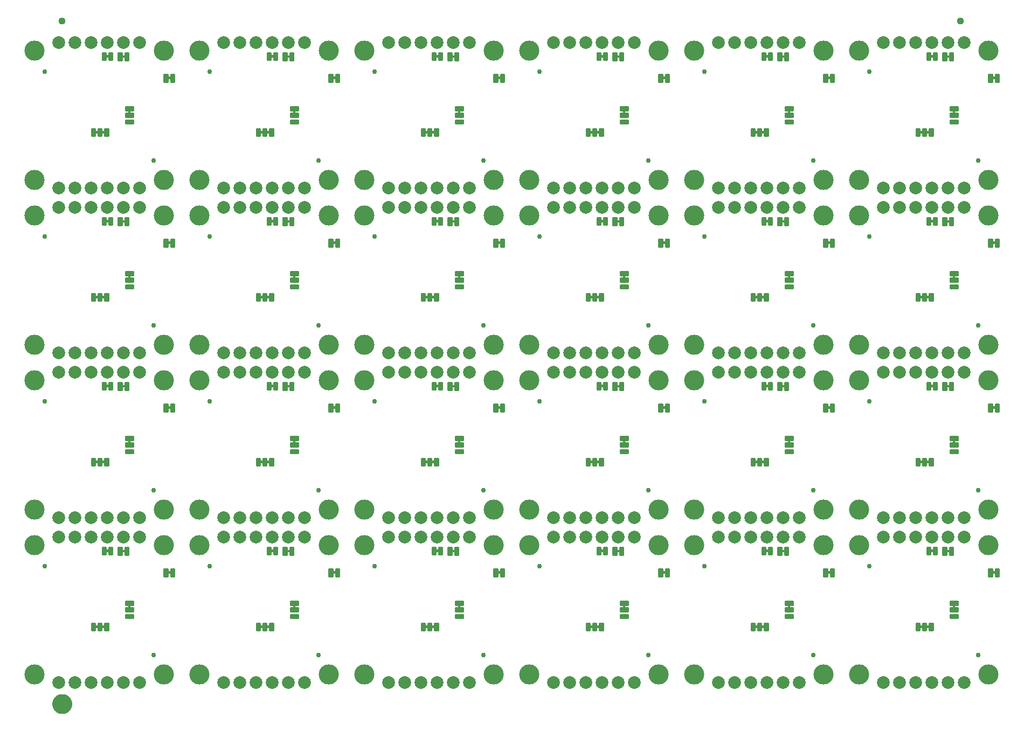
<source format=gbs>
G04 EAGLE Gerber RS-274X export*
G75*
%MOMM*%
%FSLAX34Y34*%
%LPD*%
%INSoldermask Bottom*%
%IPPOS*%
%AMOC8*
5,1,8,0,0,1.08239X$1,22.5*%
G01*
%ADD10C,0.228344*%
%ADD11C,3.175000*%
%ADD12C,2.006600*%
%ADD13C,0.762000*%
%ADD14C,1.127000*%
%ADD15C,1.270000*%
%ADD16C,1.627000*%

G36*
X1211962Y906792D02*
X1211962Y906792D01*
X1212028Y906794D01*
X1212072Y906812D01*
X1212118Y906820D01*
X1212175Y906854D01*
X1212236Y906879D01*
X1212271Y906910D01*
X1212312Y906935D01*
X1212353Y906986D01*
X1212402Y907030D01*
X1212423Y907072D01*
X1212453Y907109D01*
X1212474Y907171D01*
X1212504Y907230D01*
X1212512Y907284D01*
X1212525Y907321D01*
X1212524Y907361D01*
X1212532Y907415D01*
X1212532Y911225D01*
X1212520Y911290D01*
X1212518Y911356D01*
X1212500Y911399D01*
X1212492Y911446D01*
X1212459Y911503D01*
X1212434Y911563D01*
X1212402Y911598D01*
X1212378Y911639D01*
X1212327Y911681D01*
X1212282Y911729D01*
X1212240Y911751D01*
X1212204Y911780D01*
X1212142Y911801D01*
X1212083Y911832D01*
X1212028Y911840D01*
X1211991Y911852D01*
X1211952Y911851D01*
X1211898Y911859D01*
X1209358Y911859D01*
X1209293Y911848D01*
X1209227Y911846D01*
X1209183Y911828D01*
X1209137Y911820D01*
X1209080Y911786D01*
X1209019Y911761D01*
X1208984Y911730D01*
X1208943Y911705D01*
X1208902Y911654D01*
X1208853Y911610D01*
X1208832Y911568D01*
X1208802Y911531D01*
X1208781Y911469D01*
X1208751Y911410D01*
X1208743Y911356D01*
X1208730Y911319D01*
X1208730Y911315D01*
X1208730Y911314D01*
X1208731Y911279D01*
X1208723Y911225D01*
X1208723Y907415D01*
X1208735Y907350D01*
X1208737Y907284D01*
X1208755Y907241D01*
X1208763Y907194D01*
X1208796Y907137D01*
X1208821Y907077D01*
X1208853Y907042D01*
X1208877Y907001D01*
X1208928Y906960D01*
X1208973Y906911D01*
X1209015Y906889D01*
X1209051Y906860D01*
X1209114Y906839D01*
X1209172Y906808D01*
X1209227Y906800D01*
X1209264Y906788D01*
X1209303Y906789D01*
X1209358Y906781D01*
X1211898Y906781D01*
X1211962Y906792D01*
G37*
G36*
X434722Y906792D02*
X434722Y906792D01*
X434788Y906794D01*
X434832Y906812D01*
X434878Y906820D01*
X434935Y906854D01*
X434996Y906879D01*
X435031Y906910D01*
X435072Y906935D01*
X435113Y906986D01*
X435162Y907030D01*
X435183Y907072D01*
X435213Y907109D01*
X435234Y907171D01*
X435264Y907230D01*
X435272Y907284D01*
X435285Y907321D01*
X435284Y907361D01*
X435292Y907415D01*
X435292Y911225D01*
X435280Y911290D01*
X435278Y911356D01*
X435260Y911399D01*
X435252Y911446D01*
X435219Y911503D01*
X435194Y911563D01*
X435162Y911598D01*
X435138Y911639D01*
X435087Y911681D01*
X435042Y911729D01*
X435000Y911751D01*
X434964Y911780D01*
X434902Y911801D01*
X434843Y911832D01*
X434788Y911840D01*
X434751Y911852D01*
X434712Y911851D01*
X434658Y911859D01*
X432118Y911859D01*
X432053Y911848D01*
X431987Y911846D01*
X431943Y911828D01*
X431897Y911820D01*
X431840Y911786D01*
X431779Y911761D01*
X431744Y911730D01*
X431703Y911705D01*
X431662Y911654D01*
X431613Y911610D01*
X431592Y911568D01*
X431562Y911531D01*
X431541Y911469D01*
X431511Y911410D01*
X431503Y911356D01*
X431490Y911319D01*
X431490Y911315D01*
X431490Y911314D01*
X431491Y911279D01*
X431483Y911225D01*
X431483Y907415D01*
X431495Y907350D01*
X431497Y907284D01*
X431515Y907241D01*
X431523Y907194D01*
X431556Y907137D01*
X431581Y907077D01*
X431613Y907042D01*
X431637Y907001D01*
X431688Y906960D01*
X431733Y906911D01*
X431775Y906889D01*
X431811Y906860D01*
X431874Y906839D01*
X431932Y906808D01*
X431987Y906800D01*
X432024Y906788D01*
X432063Y906789D01*
X432118Y906781D01*
X434658Y906781D01*
X434722Y906792D01*
G37*
G36*
X693802Y906792D02*
X693802Y906792D01*
X693868Y906794D01*
X693912Y906812D01*
X693958Y906820D01*
X694015Y906854D01*
X694076Y906879D01*
X694111Y906910D01*
X694152Y906935D01*
X694193Y906986D01*
X694242Y907030D01*
X694263Y907072D01*
X694293Y907109D01*
X694314Y907171D01*
X694344Y907230D01*
X694352Y907284D01*
X694365Y907321D01*
X694364Y907361D01*
X694372Y907415D01*
X694372Y911225D01*
X694360Y911290D01*
X694358Y911356D01*
X694340Y911399D01*
X694332Y911446D01*
X694299Y911503D01*
X694274Y911563D01*
X694242Y911598D01*
X694218Y911639D01*
X694167Y911681D01*
X694122Y911729D01*
X694080Y911751D01*
X694044Y911780D01*
X693982Y911801D01*
X693923Y911832D01*
X693868Y911840D01*
X693831Y911852D01*
X693792Y911851D01*
X693738Y911859D01*
X691198Y911859D01*
X691133Y911848D01*
X691067Y911846D01*
X691023Y911828D01*
X690977Y911820D01*
X690920Y911786D01*
X690859Y911761D01*
X690824Y911730D01*
X690783Y911705D01*
X690742Y911654D01*
X690693Y911610D01*
X690672Y911568D01*
X690642Y911531D01*
X690621Y911469D01*
X690591Y911410D01*
X690583Y911356D01*
X690570Y911319D01*
X690570Y911315D01*
X690570Y911314D01*
X690571Y911279D01*
X690563Y911225D01*
X690563Y907415D01*
X690575Y907350D01*
X690577Y907284D01*
X690595Y907241D01*
X690603Y907194D01*
X690636Y907137D01*
X690661Y907077D01*
X690693Y907042D01*
X690717Y907001D01*
X690768Y906960D01*
X690813Y906911D01*
X690855Y906889D01*
X690891Y906860D01*
X690954Y906839D01*
X691012Y906808D01*
X691067Y906800D01*
X691104Y906788D01*
X691143Y906789D01*
X691198Y906781D01*
X693738Y906781D01*
X693802Y906792D01*
G37*
G36*
X175642Y906792D02*
X175642Y906792D01*
X175708Y906794D01*
X175752Y906812D01*
X175798Y906820D01*
X175855Y906854D01*
X175916Y906879D01*
X175951Y906910D01*
X175992Y906935D01*
X176033Y906986D01*
X176082Y907030D01*
X176103Y907072D01*
X176133Y907109D01*
X176154Y907171D01*
X176184Y907230D01*
X176192Y907284D01*
X176205Y907321D01*
X176204Y907361D01*
X176212Y907415D01*
X176212Y911225D01*
X176200Y911290D01*
X176198Y911356D01*
X176180Y911399D01*
X176172Y911446D01*
X176139Y911503D01*
X176114Y911563D01*
X176082Y911598D01*
X176058Y911639D01*
X176007Y911681D01*
X175962Y911729D01*
X175920Y911751D01*
X175884Y911780D01*
X175822Y911801D01*
X175763Y911832D01*
X175708Y911840D01*
X175671Y911852D01*
X175632Y911851D01*
X175578Y911859D01*
X173038Y911859D01*
X172973Y911848D01*
X172907Y911846D01*
X172863Y911828D01*
X172817Y911820D01*
X172760Y911786D01*
X172699Y911761D01*
X172664Y911730D01*
X172623Y911705D01*
X172582Y911654D01*
X172533Y911610D01*
X172512Y911568D01*
X172482Y911531D01*
X172461Y911469D01*
X172431Y911410D01*
X172423Y911356D01*
X172410Y911319D01*
X172410Y911315D01*
X172410Y911314D01*
X172411Y911279D01*
X172403Y911225D01*
X172403Y907415D01*
X172415Y907350D01*
X172417Y907284D01*
X172435Y907241D01*
X172443Y907194D01*
X172476Y907137D01*
X172501Y907077D01*
X172533Y907042D01*
X172557Y907001D01*
X172608Y906960D01*
X172653Y906911D01*
X172695Y906889D01*
X172731Y906860D01*
X172794Y906839D01*
X172852Y906808D01*
X172907Y906800D01*
X172944Y906788D01*
X172983Y906789D01*
X173038Y906781D01*
X175578Y906781D01*
X175642Y906792D01*
G37*
G36*
X1471042Y906792D02*
X1471042Y906792D01*
X1471108Y906794D01*
X1471152Y906812D01*
X1471198Y906820D01*
X1471255Y906854D01*
X1471316Y906879D01*
X1471351Y906910D01*
X1471392Y906935D01*
X1471433Y906986D01*
X1471482Y907030D01*
X1471503Y907072D01*
X1471533Y907109D01*
X1471554Y907171D01*
X1471584Y907230D01*
X1471592Y907284D01*
X1471605Y907321D01*
X1471604Y907361D01*
X1471612Y907415D01*
X1471612Y911225D01*
X1471600Y911290D01*
X1471598Y911356D01*
X1471580Y911399D01*
X1471572Y911446D01*
X1471539Y911503D01*
X1471514Y911563D01*
X1471482Y911598D01*
X1471458Y911639D01*
X1471407Y911681D01*
X1471362Y911729D01*
X1471320Y911751D01*
X1471284Y911780D01*
X1471222Y911801D01*
X1471163Y911832D01*
X1471108Y911840D01*
X1471071Y911852D01*
X1471032Y911851D01*
X1470978Y911859D01*
X1468438Y911859D01*
X1468373Y911848D01*
X1468307Y911846D01*
X1468263Y911828D01*
X1468217Y911820D01*
X1468160Y911786D01*
X1468099Y911761D01*
X1468064Y911730D01*
X1468023Y911705D01*
X1467982Y911654D01*
X1467933Y911610D01*
X1467912Y911568D01*
X1467882Y911531D01*
X1467861Y911469D01*
X1467831Y911410D01*
X1467823Y911356D01*
X1467810Y911319D01*
X1467810Y911315D01*
X1467810Y911314D01*
X1467811Y911279D01*
X1467803Y911225D01*
X1467803Y907415D01*
X1467815Y907350D01*
X1467817Y907284D01*
X1467835Y907241D01*
X1467843Y907194D01*
X1467876Y907137D01*
X1467901Y907077D01*
X1467933Y907042D01*
X1467957Y907001D01*
X1468008Y906960D01*
X1468053Y906911D01*
X1468095Y906889D01*
X1468131Y906860D01*
X1468194Y906839D01*
X1468252Y906808D01*
X1468307Y906800D01*
X1468344Y906788D01*
X1468383Y906789D01*
X1468438Y906781D01*
X1470978Y906781D01*
X1471042Y906792D01*
G37*
G36*
X952882Y906792D02*
X952882Y906792D01*
X952948Y906794D01*
X952992Y906812D01*
X953038Y906820D01*
X953095Y906854D01*
X953156Y906879D01*
X953191Y906910D01*
X953232Y906935D01*
X953273Y906986D01*
X953322Y907030D01*
X953343Y907072D01*
X953373Y907109D01*
X953394Y907171D01*
X953424Y907230D01*
X953432Y907284D01*
X953445Y907321D01*
X953444Y907361D01*
X953452Y907415D01*
X953452Y911225D01*
X953440Y911290D01*
X953438Y911356D01*
X953420Y911399D01*
X953412Y911446D01*
X953379Y911503D01*
X953354Y911563D01*
X953322Y911598D01*
X953298Y911639D01*
X953247Y911681D01*
X953202Y911729D01*
X953160Y911751D01*
X953124Y911780D01*
X953062Y911801D01*
X953003Y911832D01*
X952948Y911840D01*
X952911Y911852D01*
X952872Y911851D01*
X952818Y911859D01*
X950278Y911859D01*
X950213Y911848D01*
X950147Y911846D01*
X950103Y911828D01*
X950057Y911820D01*
X950000Y911786D01*
X949939Y911761D01*
X949904Y911730D01*
X949863Y911705D01*
X949822Y911654D01*
X949773Y911610D01*
X949752Y911568D01*
X949722Y911531D01*
X949701Y911469D01*
X949671Y911410D01*
X949663Y911356D01*
X949650Y911319D01*
X949650Y911315D01*
X949650Y911314D01*
X949651Y911279D01*
X949643Y911225D01*
X949643Y907415D01*
X949655Y907350D01*
X949657Y907284D01*
X949675Y907241D01*
X949683Y907194D01*
X949716Y907137D01*
X949741Y907077D01*
X949773Y907042D01*
X949797Y907001D01*
X949848Y906960D01*
X949893Y906911D01*
X949935Y906889D01*
X949971Y906860D01*
X950034Y906839D01*
X950092Y906808D01*
X950147Y906800D01*
X950184Y906788D01*
X950223Y906789D01*
X950278Y906781D01*
X952818Y906781D01*
X952882Y906792D01*
G37*
G36*
X1211962Y129552D02*
X1211962Y129552D01*
X1212028Y129554D01*
X1212072Y129572D01*
X1212118Y129580D01*
X1212175Y129614D01*
X1212236Y129639D01*
X1212271Y129670D01*
X1212312Y129695D01*
X1212353Y129746D01*
X1212402Y129790D01*
X1212423Y129832D01*
X1212453Y129869D01*
X1212474Y129931D01*
X1212504Y129990D01*
X1212512Y130044D01*
X1212525Y130081D01*
X1212524Y130121D01*
X1212532Y130175D01*
X1212532Y133985D01*
X1212520Y134050D01*
X1212518Y134116D01*
X1212500Y134159D01*
X1212492Y134206D01*
X1212459Y134263D01*
X1212434Y134323D01*
X1212402Y134358D01*
X1212378Y134399D01*
X1212327Y134441D01*
X1212282Y134489D01*
X1212240Y134511D01*
X1212204Y134540D01*
X1212142Y134561D01*
X1212083Y134592D01*
X1212028Y134600D01*
X1211991Y134612D01*
X1211952Y134611D01*
X1211898Y134619D01*
X1209358Y134619D01*
X1209293Y134608D01*
X1209227Y134606D01*
X1209183Y134588D01*
X1209137Y134580D01*
X1209080Y134546D01*
X1209019Y134521D01*
X1208984Y134490D01*
X1208943Y134465D01*
X1208902Y134414D01*
X1208853Y134370D01*
X1208832Y134328D01*
X1208802Y134291D01*
X1208781Y134229D01*
X1208751Y134170D01*
X1208743Y134116D01*
X1208730Y134079D01*
X1208730Y134075D01*
X1208730Y134074D01*
X1208731Y134039D01*
X1208723Y133985D01*
X1208723Y130175D01*
X1208735Y130110D01*
X1208737Y130044D01*
X1208755Y130001D01*
X1208763Y129954D01*
X1208796Y129897D01*
X1208821Y129837D01*
X1208853Y129802D01*
X1208877Y129761D01*
X1208928Y129720D01*
X1208973Y129671D01*
X1209015Y129649D01*
X1209051Y129620D01*
X1209114Y129599D01*
X1209172Y129568D01*
X1209227Y129560D01*
X1209264Y129548D01*
X1209303Y129549D01*
X1209358Y129541D01*
X1211898Y129541D01*
X1211962Y129552D01*
G37*
G36*
X434722Y129552D02*
X434722Y129552D01*
X434788Y129554D01*
X434832Y129572D01*
X434878Y129580D01*
X434935Y129614D01*
X434996Y129639D01*
X435031Y129670D01*
X435072Y129695D01*
X435113Y129746D01*
X435162Y129790D01*
X435183Y129832D01*
X435213Y129869D01*
X435234Y129931D01*
X435264Y129990D01*
X435272Y130044D01*
X435285Y130081D01*
X435284Y130121D01*
X435292Y130175D01*
X435292Y133985D01*
X435280Y134050D01*
X435278Y134116D01*
X435260Y134159D01*
X435252Y134206D01*
X435219Y134263D01*
X435194Y134323D01*
X435162Y134358D01*
X435138Y134399D01*
X435087Y134441D01*
X435042Y134489D01*
X435000Y134511D01*
X434964Y134540D01*
X434902Y134561D01*
X434843Y134592D01*
X434788Y134600D01*
X434751Y134612D01*
X434712Y134611D01*
X434658Y134619D01*
X432118Y134619D01*
X432053Y134608D01*
X431987Y134606D01*
X431943Y134588D01*
X431897Y134580D01*
X431840Y134546D01*
X431779Y134521D01*
X431744Y134490D01*
X431703Y134465D01*
X431662Y134414D01*
X431613Y134370D01*
X431592Y134328D01*
X431562Y134291D01*
X431541Y134229D01*
X431511Y134170D01*
X431503Y134116D01*
X431490Y134079D01*
X431490Y134075D01*
X431490Y134074D01*
X431491Y134039D01*
X431483Y133985D01*
X431483Y130175D01*
X431495Y130110D01*
X431497Y130044D01*
X431515Y130001D01*
X431523Y129954D01*
X431556Y129897D01*
X431581Y129837D01*
X431613Y129802D01*
X431637Y129761D01*
X431688Y129720D01*
X431733Y129671D01*
X431775Y129649D01*
X431811Y129620D01*
X431874Y129599D01*
X431932Y129568D01*
X431987Y129560D01*
X432024Y129548D01*
X432063Y129549D01*
X432118Y129541D01*
X434658Y129541D01*
X434722Y129552D01*
G37*
G36*
X693802Y129552D02*
X693802Y129552D01*
X693868Y129554D01*
X693912Y129572D01*
X693958Y129580D01*
X694015Y129614D01*
X694076Y129639D01*
X694111Y129670D01*
X694152Y129695D01*
X694193Y129746D01*
X694242Y129790D01*
X694263Y129832D01*
X694293Y129869D01*
X694314Y129931D01*
X694344Y129990D01*
X694352Y130044D01*
X694365Y130081D01*
X694364Y130121D01*
X694372Y130175D01*
X694372Y133985D01*
X694360Y134050D01*
X694358Y134116D01*
X694340Y134159D01*
X694332Y134206D01*
X694299Y134263D01*
X694274Y134323D01*
X694242Y134358D01*
X694218Y134399D01*
X694167Y134441D01*
X694122Y134489D01*
X694080Y134511D01*
X694044Y134540D01*
X693982Y134561D01*
X693923Y134592D01*
X693868Y134600D01*
X693831Y134612D01*
X693792Y134611D01*
X693738Y134619D01*
X691198Y134619D01*
X691133Y134608D01*
X691067Y134606D01*
X691023Y134588D01*
X690977Y134580D01*
X690920Y134546D01*
X690859Y134521D01*
X690824Y134490D01*
X690783Y134465D01*
X690742Y134414D01*
X690693Y134370D01*
X690672Y134328D01*
X690642Y134291D01*
X690621Y134229D01*
X690591Y134170D01*
X690583Y134116D01*
X690570Y134079D01*
X690570Y134075D01*
X690570Y134074D01*
X690571Y134039D01*
X690563Y133985D01*
X690563Y130175D01*
X690575Y130110D01*
X690577Y130044D01*
X690595Y130001D01*
X690603Y129954D01*
X690636Y129897D01*
X690661Y129837D01*
X690693Y129802D01*
X690717Y129761D01*
X690768Y129720D01*
X690813Y129671D01*
X690855Y129649D01*
X690891Y129620D01*
X690954Y129599D01*
X691012Y129568D01*
X691067Y129560D01*
X691104Y129548D01*
X691143Y129549D01*
X691198Y129541D01*
X693738Y129541D01*
X693802Y129552D01*
G37*
G36*
X1471042Y129552D02*
X1471042Y129552D01*
X1471108Y129554D01*
X1471152Y129572D01*
X1471198Y129580D01*
X1471255Y129614D01*
X1471316Y129639D01*
X1471351Y129670D01*
X1471392Y129695D01*
X1471433Y129746D01*
X1471482Y129790D01*
X1471503Y129832D01*
X1471533Y129869D01*
X1471554Y129931D01*
X1471584Y129990D01*
X1471592Y130044D01*
X1471605Y130081D01*
X1471604Y130121D01*
X1471612Y130175D01*
X1471612Y133985D01*
X1471600Y134050D01*
X1471598Y134116D01*
X1471580Y134159D01*
X1471572Y134206D01*
X1471539Y134263D01*
X1471514Y134323D01*
X1471482Y134358D01*
X1471458Y134399D01*
X1471407Y134441D01*
X1471362Y134489D01*
X1471320Y134511D01*
X1471284Y134540D01*
X1471222Y134561D01*
X1471163Y134592D01*
X1471108Y134600D01*
X1471071Y134612D01*
X1471032Y134611D01*
X1470978Y134619D01*
X1468438Y134619D01*
X1468373Y134608D01*
X1468307Y134606D01*
X1468263Y134588D01*
X1468217Y134580D01*
X1468160Y134546D01*
X1468099Y134521D01*
X1468064Y134490D01*
X1468023Y134465D01*
X1467982Y134414D01*
X1467933Y134370D01*
X1467912Y134328D01*
X1467882Y134291D01*
X1467861Y134229D01*
X1467831Y134170D01*
X1467823Y134116D01*
X1467810Y134079D01*
X1467810Y134075D01*
X1467810Y134074D01*
X1467811Y134039D01*
X1467803Y133985D01*
X1467803Y130175D01*
X1467815Y130110D01*
X1467817Y130044D01*
X1467835Y130001D01*
X1467843Y129954D01*
X1467876Y129897D01*
X1467901Y129837D01*
X1467933Y129802D01*
X1467957Y129761D01*
X1468008Y129720D01*
X1468053Y129671D01*
X1468095Y129649D01*
X1468131Y129620D01*
X1468194Y129599D01*
X1468252Y129568D01*
X1468307Y129560D01*
X1468344Y129548D01*
X1468383Y129549D01*
X1468438Y129541D01*
X1470978Y129541D01*
X1471042Y129552D01*
G37*
G36*
X952882Y129552D02*
X952882Y129552D01*
X952948Y129554D01*
X952992Y129572D01*
X953038Y129580D01*
X953095Y129614D01*
X953156Y129639D01*
X953191Y129670D01*
X953232Y129695D01*
X953273Y129746D01*
X953322Y129790D01*
X953343Y129832D01*
X953373Y129869D01*
X953394Y129931D01*
X953424Y129990D01*
X953432Y130044D01*
X953445Y130081D01*
X953444Y130121D01*
X953452Y130175D01*
X953452Y133985D01*
X953440Y134050D01*
X953438Y134116D01*
X953420Y134159D01*
X953412Y134206D01*
X953379Y134263D01*
X953354Y134323D01*
X953322Y134358D01*
X953298Y134399D01*
X953247Y134441D01*
X953202Y134489D01*
X953160Y134511D01*
X953124Y134540D01*
X953062Y134561D01*
X953003Y134592D01*
X952948Y134600D01*
X952911Y134612D01*
X952872Y134611D01*
X952818Y134619D01*
X950278Y134619D01*
X950213Y134608D01*
X950147Y134606D01*
X950103Y134588D01*
X950057Y134580D01*
X950000Y134546D01*
X949939Y134521D01*
X949904Y134490D01*
X949863Y134465D01*
X949822Y134414D01*
X949773Y134370D01*
X949752Y134328D01*
X949722Y134291D01*
X949701Y134229D01*
X949671Y134170D01*
X949663Y134116D01*
X949650Y134079D01*
X949650Y134075D01*
X949650Y134074D01*
X949651Y134039D01*
X949643Y133985D01*
X949643Y130175D01*
X949655Y130110D01*
X949657Y130044D01*
X949675Y130001D01*
X949683Y129954D01*
X949716Y129897D01*
X949741Y129837D01*
X949773Y129802D01*
X949797Y129761D01*
X949848Y129720D01*
X949893Y129671D01*
X949935Y129649D01*
X949971Y129620D01*
X950034Y129599D01*
X950092Y129568D01*
X950147Y129560D01*
X950184Y129548D01*
X950223Y129549D01*
X950278Y129541D01*
X952818Y129541D01*
X952882Y129552D01*
G37*
G36*
X175642Y129552D02*
X175642Y129552D01*
X175708Y129554D01*
X175752Y129572D01*
X175798Y129580D01*
X175855Y129614D01*
X175916Y129639D01*
X175951Y129670D01*
X175992Y129695D01*
X176033Y129746D01*
X176082Y129790D01*
X176103Y129832D01*
X176133Y129869D01*
X176154Y129931D01*
X176184Y129990D01*
X176192Y130044D01*
X176205Y130081D01*
X176204Y130121D01*
X176212Y130175D01*
X176212Y133985D01*
X176200Y134050D01*
X176198Y134116D01*
X176180Y134159D01*
X176172Y134206D01*
X176139Y134263D01*
X176114Y134323D01*
X176082Y134358D01*
X176058Y134399D01*
X176007Y134441D01*
X175962Y134489D01*
X175920Y134511D01*
X175884Y134540D01*
X175822Y134561D01*
X175763Y134592D01*
X175708Y134600D01*
X175671Y134612D01*
X175632Y134611D01*
X175578Y134619D01*
X173038Y134619D01*
X172973Y134608D01*
X172907Y134606D01*
X172863Y134588D01*
X172817Y134580D01*
X172760Y134546D01*
X172699Y134521D01*
X172664Y134490D01*
X172623Y134465D01*
X172582Y134414D01*
X172533Y134370D01*
X172512Y134328D01*
X172482Y134291D01*
X172461Y134229D01*
X172431Y134170D01*
X172423Y134116D01*
X172410Y134079D01*
X172410Y134075D01*
X172410Y134074D01*
X172411Y134039D01*
X172403Y133985D01*
X172403Y130175D01*
X172415Y130110D01*
X172417Y130044D01*
X172435Y130001D01*
X172443Y129954D01*
X172476Y129897D01*
X172501Y129837D01*
X172533Y129802D01*
X172557Y129761D01*
X172608Y129720D01*
X172653Y129671D01*
X172695Y129649D01*
X172731Y129620D01*
X172794Y129599D01*
X172852Y129568D01*
X172907Y129560D01*
X172944Y129548D01*
X172983Y129549D01*
X173038Y129541D01*
X175578Y129541D01*
X175642Y129552D01*
G37*
G36*
X952882Y647712D02*
X952882Y647712D01*
X952948Y647714D01*
X952992Y647732D01*
X953038Y647740D01*
X953095Y647774D01*
X953156Y647799D01*
X953191Y647830D01*
X953232Y647855D01*
X953273Y647906D01*
X953322Y647950D01*
X953343Y647992D01*
X953373Y648029D01*
X953394Y648091D01*
X953424Y648150D01*
X953432Y648204D01*
X953445Y648241D01*
X953444Y648281D01*
X953452Y648335D01*
X953452Y652145D01*
X953440Y652210D01*
X953438Y652276D01*
X953420Y652319D01*
X953412Y652366D01*
X953379Y652423D01*
X953354Y652483D01*
X953322Y652518D01*
X953298Y652559D01*
X953247Y652601D01*
X953202Y652649D01*
X953160Y652671D01*
X953124Y652700D01*
X953062Y652721D01*
X953003Y652752D01*
X952948Y652760D01*
X952911Y652772D01*
X952872Y652771D01*
X952818Y652779D01*
X950278Y652779D01*
X950213Y652768D01*
X950147Y652766D01*
X950103Y652748D01*
X950057Y652740D01*
X950000Y652706D01*
X949939Y652681D01*
X949904Y652650D01*
X949863Y652625D01*
X949822Y652574D01*
X949773Y652530D01*
X949752Y652488D01*
X949722Y652451D01*
X949701Y652389D01*
X949671Y652330D01*
X949663Y652276D01*
X949650Y652239D01*
X949650Y652235D01*
X949650Y652234D01*
X949651Y652199D01*
X949643Y652145D01*
X949643Y648335D01*
X949655Y648270D01*
X949657Y648204D01*
X949675Y648161D01*
X949683Y648114D01*
X949716Y648057D01*
X949741Y647997D01*
X949773Y647962D01*
X949797Y647921D01*
X949848Y647880D01*
X949893Y647831D01*
X949935Y647809D01*
X949971Y647780D01*
X950034Y647759D01*
X950092Y647728D01*
X950147Y647720D01*
X950184Y647708D01*
X950223Y647709D01*
X950278Y647701D01*
X952818Y647701D01*
X952882Y647712D01*
G37*
G36*
X1211962Y647712D02*
X1211962Y647712D01*
X1212028Y647714D01*
X1212072Y647732D01*
X1212118Y647740D01*
X1212175Y647774D01*
X1212236Y647799D01*
X1212271Y647830D01*
X1212312Y647855D01*
X1212353Y647906D01*
X1212402Y647950D01*
X1212423Y647992D01*
X1212453Y648029D01*
X1212474Y648091D01*
X1212504Y648150D01*
X1212512Y648204D01*
X1212525Y648241D01*
X1212524Y648281D01*
X1212532Y648335D01*
X1212532Y652145D01*
X1212520Y652210D01*
X1212518Y652276D01*
X1212500Y652319D01*
X1212492Y652366D01*
X1212459Y652423D01*
X1212434Y652483D01*
X1212402Y652518D01*
X1212378Y652559D01*
X1212327Y652601D01*
X1212282Y652649D01*
X1212240Y652671D01*
X1212204Y652700D01*
X1212142Y652721D01*
X1212083Y652752D01*
X1212028Y652760D01*
X1211991Y652772D01*
X1211952Y652771D01*
X1211898Y652779D01*
X1209358Y652779D01*
X1209293Y652768D01*
X1209227Y652766D01*
X1209183Y652748D01*
X1209137Y652740D01*
X1209080Y652706D01*
X1209019Y652681D01*
X1208984Y652650D01*
X1208943Y652625D01*
X1208902Y652574D01*
X1208853Y652530D01*
X1208832Y652488D01*
X1208802Y652451D01*
X1208781Y652389D01*
X1208751Y652330D01*
X1208743Y652276D01*
X1208730Y652239D01*
X1208730Y652235D01*
X1208730Y652234D01*
X1208731Y652199D01*
X1208723Y652145D01*
X1208723Y648335D01*
X1208735Y648270D01*
X1208737Y648204D01*
X1208755Y648161D01*
X1208763Y648114D01*
X1208796Y648057D01*
X1208821Y647997D01*
X1208853Y647962D01*
X1208877Y647921D01*
X1208928Y647880D01*
X1208973Y647831D01*
X1209015Y647809D01*
X1209051Y647780D01*
X1209114Y647759D01*
X1209172Y647728D01*
X1209227Y647720D01*
X1209264Y647708D01*
X1209303Y647709D01*
X1209358Y647701D01*
X1211898Y647701D01*
X1211962Y647712D01*
G37*
G36*
X175642Y647712D02*
X175642Y647712D01*
X175708Y647714D01*
X175752Y647732D01*
X175798Y647740D01*
X175855Y647774D01*
X175916Y647799D01*
X175951Y647830D01*
X175992Y647855D01*
X176033Y647906D01*
X176082Y647950D01*
X176103Y647992D01*
X176133Y648029D01*
X176154Y648091D01*
X176184Y648150D01*
X176192Y648204D01*
X176205Y648241D01*
X176204Y648281D01*
X176212Y648335D01*
X176212Y652145D01*
X176200Y652210D01*
X176198Y652276D01*
X176180Y652319D01*
X176172Y652366D01*
X176139Y652423D01*
X176114Y652483D01*
X176082Y652518D01*
X176058Y652559D01*
X176007Y652601D01*
X175962Y652649D01*
X175920Y652671D01*
X175884Y652700D01*
X175822Y652721D01*
X175763Y652752D01*
X175708Y652760D01*
X175671Y652772D01*
X175632Y652771D01*
X175578Y652779D01*
X173038Y652779D01*
X172973Y652768D01*
X172907Y652766D01*
X172863Y652748D01*
X172817Y652740D01*
X172760Y652706D01*
X172699Y652681D01*
X172664Y652650D01*
X172623Y652625D01*
X172582Y652574D01*
X172533Y652530D01*
X172512Y652488D01*
X172482Y652451D01*
X172461Y652389D01*
X172431Y652330D01*
X172423Y652276D01*
X172410Y652239D01*
X172410Y652235D01*
X172410Y652234D01*
X172411Y652199D01*
X172403Y652145D01*
X172403Y648335D01*
X172415Y648270D01*
X172417Y648204D01*
X172435Y648161D01*
X172443Y648114D01*
X172476Y648057D01*
X172501Y647997D01*
X172533Y647962D01*
X172557Y647921D01*
X172608Y647880D01*
X172653Y647831D01*
X172695Y647809D01*
X172731Y647780D01*
X172794Y647759D01*
X172852Y647728D01*
X172907Y647720D01*
X172944Y647708D01*
X172983Y647709D01*
X173038Y647701D01*
X175578Y647701D01*
X175642Y647712D01*
G37*
G36*
X434722Y647712D02*
X434722Y647712D01*
X434788Y647714D01*
X434832Y647732D01*
X434878Y647740D01*
X434935Y647774D01*
X434996Y647799D01*
X435031Y647830D01*
X435072Y647855D01*
X435113Y647906D01*
X435162Y647950D01*
X435183Y647992D01*
X435213Y648029D01*
X435234Y648091D01*
X435264Y648150D01*
X435272Y648204D01*
X435285Y648241D01*
X435284Y648281D01*
X435292Y648335D01*
X435292Y652145D01*
X435280Y652210D01*
X435278Y652276D01*
X435260Y652319D01*
X435252Y652366D01*
X435219Y652423D01*
X435194Y652483D01*
X435162Y652518D01*
X435138Y652559D01*
X435087Y652601D01*
X435042Y652649D01*
X435000Y652671D01*
X434964Y652700D01*
X434902Y652721D01*
X434843Y652752D01*
X434788Y652760D01*
X434751Y652772D01*
X434712Y652771D01*
X434658Y652779D01*
X432118Y652779D01*
X432053Y652768D01*
X431987Y652766D01*
X431943Y652748D01*
X431897Y652740D01*
X431840Y652706D01*
X431779Y652681D01*
X431744Y652650D01*
X431703Y652625D01*
X431662Y652574D01*
X431613Y652530D01*
X431592Y652488D01*
X431562Y652451D01*
X431541Y652389D01*
X431511Y652330D01*
X431503Y652276D01*
X431490Y652239D01*
X431490Y652235D01*
X431490Y652234D01*
X431491Y652199D01*
X431483Y652145D01*
X431483Y648335D01*
X431495Y648270D01*
X431497Y648204D01*
X431515Y648161D01*
X431523Y648114D01*
X431556Y648057D01*
X431581Y647997D01*
X431613Y647962D01*
X431637Y647921D01*
X431688Y647880D01*
X431733Y647831D01*
X431775Y647809D01*
X431811Y647780D01*
X431874Y647759D01*
X431932Y647728D01*
X431987Y647720D01*
X432024Y647708D01*
X432063Y647709D01*
X432118Y647701D01*
X434658Y647701D01*
X434722Y647712D01*
G37*
G36*
X1471042Y647712D02*
X1471042Y647712D01*
X1471108Y647714D01*
X1471152Y647732D01*
X1471198Y647740D01*
X1471255Y647774D01*
X1471316Y647799D01*
X1471351Y647830D01*
X1471392Y647855D01*
X1471433Y647906D01*
X1471482Y647950D01*
X1471503Y647992D01*
X1471533Y648029D01*
X1471554Y648091D01*
X1471584Y648150D01*
X1471592Y648204D01*
X1471605Y648241D01*
X1471604Y648281D01*
X1471612Y648335D01*
X1471612Y652145D01*
X1471600Y652210D01*
X1471598Y652276D01*
X1471580Y652319D01*
X1471572Y652366D01*
X1471539Y652423D01*
X1471514Y652483D01*
X1471482Y652518D01*
X1471458Y652559D01*
X1471407Y652601D01*
X1471362Y652649D01*
X1471320Y652671D01*
X1471284Y652700D01*
X1471222Y652721D01*
X1471163Y652752D01*
X1471108Y652760D01*
X1471071Y652772D01*
X1471032Y652771D01*
X1470978Y652779D01*
X1468438Y652779D01*
X1468373Y652768D01*
X1468307Y652766D01*
X1468263Y652748D01*
X1468217Y652740D01*
X1468160Y652706D01*
X1468099Y652681D01*
X1468064Y652650D01*
X1468023Y652625D01*
X1467982Y652574D01*
X1467933Y652530D01*
X1467912Y652488D01*
X1467882Y652451D01*
X1467861Y652389D01*
X1467831Y652330D01*
X1467823Y652276D01*
X1467810Y652239D01*
X1467810Y652235D01*
X1467810Y652234D01*
X1467811Y652199D01*
X1467803Y652145D01*
X1467803Y648335D01*
X1467815Y648270D01*
X1467817Y648204D01*
X1467835Y648161D01*
X1467843Y648114D01*
X1467876Y648057D01*
X1467901Y647997D01*
X1467933Y647962D01*
X1467957Y647921D01*
X1468008Y647880D01*
X1468053Y647831D01*
X1468095Y647809D01*
X1468131Y647780D01*
X1468194Y647759D01*
X1468252Y647728D01*
X1468307Y647720D01*
X1468344Y647708D01*
X1468383Y647709D01*
X1468438Y647701D01*
X1470978Y647701D01*
X1471042Y647712D01*
G37*
G36*
X693802Y647712D02*
X693802Y647712D01*
X693868Y647714D01*
X693912Y647732D01*
X693958Y647740D01*
X694015Y647774D01*
X694076Y647799D01*
X694111Y647830D01*
X694152Y647855D01*
X694193Y647906D01*
X694242Y647950D01*
X694263Y647992D01*
X694293Y648029D01*
X694314Y648091D01*
X694344Y648150D01*
X694352Y648204D01*
X694365Y648241D01*
X694364Y648281D01*
X694372Y648335D01*
X694372Y652145D01*
X694360Y652210D01*
X694358Y652276D01*
X694340Y652319D01*
X694332Y652366D01*
X694299Y652423D01*
X694274Y652483D01*
X694242Y652518D01*
X694218Y652559D01*
X694167Y652601D01*
X694122Y652649D01*
X694080Y652671D01*
X694044Y652700D01*
X693982Y652721D01*
X693923Y652752D01*
X693868Y652760D01*
X693831Y652772D01*
X693792Y652771D01*
X693738Y652779D01*
X691198Y652779D01*
X691133Y652768D01*
X691067Y652766D01*
X691023Y652748D01*
X690977Y652740D01*
X690920Y652706D01*
X690859Y652681D01*
X690824Y652650D01*
X690783Y652625D01*
X690742Y652574D01*
X690693Y652530D01*
X690672Y652488D01*
X690642Y652451D01*
X690621Y652389D01*
X690591Y652330D01*
X690583Y652276D01*
X690570Y652239D01*
X690570Y652235D01*
X690570Y652234D01*
X690571Y652199D01*
X690563Y652145D01*
X690563Y648335D01*
X690575Y648270D01*
X690577Y648204D01*
X690595Y648161D01*
X690603Y648114D01*
X690636Y648057D01*
X690661Y647997D01*
X690693Y647962D01*
X690717Y647921D01*
X690768Y647880D01*
X690813Y647831D01*
X690855Y647809D01*
X690891Y647780D01*
X690954Y647759D01*
X691012Y647728D01*
X691067Y647720D01*
X691104Y647708D01*
X691143Y647709D01*
X691198Y647701D01*
X693738Y647701D01*
X693802Y647712D01*
G37*
G36*
X175642Y388632D02*
X175642Y388632D01*
X175708Y388634D01*
X175752Y388652D01*
X175798Y388660D01*
X175855Y388694D01*
X175916Y388719D01*
X175951Y388750D01*
X175992Y388775D01*
X176033Y388826D01*
X176082Y388870D01*
X176103Y388912D01*
X176133Y388949D01*
X176154Y389011D01*
X176184Y389070D01*
X176192Y389124D01*
X176205Y389161D01*
X176204Y389201D01*
X176212Y389255D01*
X176212Y393065D01*
X176200Y393130D01*
X176198Y393196D01*
X176180Y393239D01*
X176172Y393286D01*
X176139Y393343D01*
X176114Y393403D01*
X176082Y393438D01*
X176058Y393479D01*
X176007Y393521D01*
X175962Y393569D01*
X175920Y393591D01*
X175884Y393620D01*
X175822Y393641D01*
X175763Y393672D01*
X175708Y393680D01*
X175671Y393692D01*
X175632Y393691D01*
X175578Y393699D01*
X173038Y393699D01*
X172973Y393688D01*
X172907Y393686D01*
X172863Y393668D01*
X172817Y393660D01*
X172760Y393626D01*
X172699Y393601D01*
X172664Y393570D01*
X172623Y393545D01*
X172582Y393494D01*
X172533Y393450D01*
X172512Y393408D01*
X172482Y393371D01*
X172461Y393309D01*
X172431Y393250D01*
X172423Y393196D01*
X172410Y393159D01*
X172410Y393155D01*
X172410Y393154D01*
X172411Y393119D01*
X172403Y393065D01*
X172403Y389255D01*
X172415Y389190D01*
X172417Y389124D01*
X172435Y389081D01*
X172443Y389034D01*
X172476Y388977D01*
X172501Y388917D01*
X172533Y388882D01*
X172557Y388841D01*
X172608Y388800D01*
X172653Y388751D01*
X172695Y388729D01*
X172731Y388700D01*
X172794Y388679D01*
X172852Y388648D01*
X172907Y388640D01*
X172944Y388628D01*
X172983Y388629D01*
X173038Y388621D01*
X175578Y388621D01*
X175642Y388632D01*
G37*
G36*
X434722Y388632D02*
X434722Y388632D01*
X434788Y388634D01*
X434832Y388652D01*
X434878Y388660D01*
X434935Y388694D01*
X434996Y388719D01*
X435031Y388750D01*
X435072Y388775D01*
X435113Y388826D01*
X435162Y388870D01*
X435183Y388912D01*
X435213Y388949D01*
X435234Y389011D01*
X435264Y389070D01*
X435272Y389124D01*
X435285Y389161D01*
X435284Y389201D01*
X435292Y389255D01*
X435292Y393065D01*
X435280Y393130D01*
X435278Y393196D01*
X435260Y393239D01*
X435252Y393286D01*
X435219Y393343D01*
X435194Y393403D01*
X435162Y393438D01*
X435138Y393479D01*
X435087Y393521D01*
X435042Y393569D01*
X435000Y393591D01*
X434964Y393620D01*
X434902Y393641D01*
X434843Y393672D01*
X434788Y393680D01*
X434751Y393692D01*
X434712Y393691D01*
X434658Y393699D01*
X432118Y393699D01*
X432053Y393688D01*
X431987Y393686D01*
X431943Y393668D01*
X431897Y393660D01*
X431840Y393626D01*
X431779Y393601D01*
X431744Y393570D01*
X431703Y393545D01*
X431662Y393494D01*
X431613Y393450D01*
X431592Y393408D01*
X431562Y393371D01*
X431541Y393309D01*
X431511Y393250D01*
X431503Y393196D01*
X431490Y393159D01*
X431490Y393155D01*
X431490Y393154D01*
X431491Y393119D01*
X431483Y393065D01*
X431483Y389255D01*
X431495Y389190D01*
X431497Y389124D01*
X431515Y389081D01*
X431523Y389034D01*
X431556Y388977D01*
X431581Y388917D01*
X431613Y388882D01*
X431637Y388841D01*
X431688Y388800D01*
X431733Y388751D01*
X431775Y388729D01*
X431811Y388700D01*
X431874Y388679D01*
X431932Y388648D01*
X431987Y388640D01*
X432024Y388628D01*
X432063Y388629D01*
X432118Y388621D01*
X434658Y388621D01*
X434722Y388632D01*
G37*
G36*
X1471042Y388632D02*
X1471042Y388632D01*
X1471108Y388634D01*
X1471152Y388652D01*
X1471198Y388660D01*
X1471255Y388694D01*
X1471316Y388719D01*
X1471351Y388750D01*
X1471392Y388775D01*
X1471433Y388826D01*
X1471482Y388870D01*
X1471503Y388912D01*
X1471533Y388949D01*
X1471554Y389011D01*
X1471584Y389070D01*
X1471592Y389124D01*
X1471605Y389161D01*
X1471604Y389201D01*
X1471612Y389255D01*
X1471612Y393065D01*
X1471600Y393130D01*
X1471598Y393196D01*
X1471580Y393239D01*
X1471572Y393286D01*
X1471539Y393343D01*
X1471514Y393403D01*
X1471482Y393438D01*
X1471458Y393479D01*
X1471407Y393521D01*
X1471362Y393569D01*
X1471320Y393591D01*
X1471284Y393620D01*
X1471222Y393641D01*
X1471163Y393672D01*
X1471108Y393680D01*
X1471071Y393692D01*
X1471032Y393691D01*
X1470978Y393699D01*
X1468438Y393699D01*
X1468373Y393688D01*
X1468307Y393686D01*
X1468263Y393668D01*
X1468217Y393660D01*
X1468160Y393626D01*
X1468099Y393601D01*
X1468064Y393570D01*
X1468023Y393545D01*
X1467982Y393494D01*
X1467933Y393450D01*
X1467912Y393408D01*
X1467882Y393371D01*
X1467861Y393309D01*
X1467831Y393250D01*
X1467823Y393196D01*
X1467810Y393159D01*
X1467810Y393155D01*
X1467810Y393154D01*
X1467811Y393119D01*
X1467803Y393065D01*
X1467803Y389255D01*
X1467815Y389190D01*
X1467817Y389124D01*
X1467835Y389081D01*
X1467843Y389034D01*
X1467876Y388977D01*
X1467901Y388917D01*
X1467933Y388882D01*
X1467957Y388841D01*
X1468008Y388800D01*
X1468053Y388751D01*
X1468095Y388729D01*
X1468131Y388700D01*
X1468194Y388679D01*
X1468252Y388648D01*
X1468307Y388640D01*
X1468344Y388628D01*
X1468383Y388629D01*
X1468438Y388621D01*
X1470978Y388621D01*
X1471042Y388632D01*
G37*
G36*
X1211962Y388632D02*
X1211962Y388632D01*
X1212028Y388634D01*
X1212072Y388652D01*
X1212118Y388660D01*
X1212175Y388694D01*
X1212236Y388719D01*
X1212271Y388750D01*
X1212312Y388775D01*
X1212353Y388826D01*
X1212402Y388870D01*
X1212423Y388912D01*
X1212453Y388949D01*
X1212474Y389011D01*
X1212504Y389070D01*
X1212512Y389124D01*
X1212525Y389161D01*
X1212524Y389201D01*
X1212532Y389255D01*
X1212532Y393065D01*
X1212520Y393130D01*
X1212518Y393196D01*
X1212500Y393239D01*
X1212492Y393286D01*
X1212459Y393343D01*
X1212434Y393403D01*
X1212402Y393438D01*
X1212378Y393479D01*
X1212327Y393521D01*
X1212282Y393569D01*
X1212240Y393591D01*
X1212204Y393620D01*
X1212142Y393641D01*
X1212083Y393672D01*
X1212028Y393680D01*
X1211991Y393692D01*
X1211952Y393691D01*
X1211898Y393699D01*
X1209358Y393699D01*
X1209293Y393688D01*
X1209227Y393686D01*
X1209183Y393668D01*
X1209137Y393660D01*
X1209080Y393626D01*
X1209019Y393601D01*
X1208984Y393570D01*
X1208943Y393545D01*
X1208902Y393494D01*
X1208853Y393450D01*
X1208832Y393408D01*
X1208802Y393371D01*
X1208781Y393309D01*
X1208751Y393250D01*
X1208743Y393196D01*
X1208730Y393159D01*
X1208730Y393155D01*
X1208730Y393154D01*
X1208731Y393119D01*
X1208723Y393065D01*
X1208723Y389255D01*
X1208735Y389190D01*
X1208737Y389124D01*
X1208755Y389081D01*
X1208763Y389034D01*
X1208796Y388977D01*
X1208821Y388917D01*
X1208853Y388882D01*
X1208877Y388841D01*
X1208928Y388800D01*
X1208973Y388751D01*
X1209015Y388729D01*
X1209051Y388700D01*
X1209114Y388679D01*
X1209172Y388648D01*
X1209227Y388640D01*
X1209264Y388628D01*
X1209303Y388629D01*
X1209358Y388621D01*
X1211898Y388621D01*
X1211962Y388632D01*
G37*
G36*
X693802Y388632D02*
X693802Y388632D01*
X693868Y388634D01*
X693912Y388652D01*
X693958Y388660D01*
X694015Y388694D01*
X694076Y388719D01*
X694111Y388750D01*
X694152Y388775D01*
X694193Y388826D01*
X694242Y388870D01*
X694263Y388912D01*
X694293Y388949D01*
X694314Y389011D01*
X694344Y389070D01*
X694352Y389124D01*
X694365Y389161D01*
X694364Y389201D01*
X694372Y389255D01*
X694372Y393065D01*
X694360Y393130D01*
X694358Y393196D01*
X694340Y393239D01*
X694332Y393286D01*
X694299Y393343D01*
X694274Y393403D01*
X694242Y393438D01*
X694218Y393479D01*
X694167Y393521D01*
X694122Y393569D01*
X694080Y393591D01*
X694044Y393620D01*
X693982Y393641D01*
X693923Y393672D01*
X693868Y393680D01*
X693831Y393692D01*
X693792Y393691D01*
X693738Y393699D01*
X691198Y393699D01*
X691133Y393688D01*
X691067Y393686D01*
X691023Y393668D01*
X690977Y393660D01*
X690920Y393626D01*
X690859Y393601D01*
X690824Y393570D01*
X690783Y393545D01*
X690742Y393494D01*
X690693Y393450D01*
X690672Y393408D01*
X690642Y393371D01*
X690621Y393309D01*
X690591Y393250D01*
X690583Y393196D01*
X690570Y393159D01*
X690570Y393155D01*
X690570Y393154D01*
X690571Y393119D01*
X690563Y393065D01*
X690563Y389255D01*
X690575Y389190D01*
X690577Y389124D01*
X690595Y389081D01*
X690603Y389034D01*
X690636Y388977D01*
X690661Y388917D01*
X690693Y388882D01*
X690717Y388841D01*
X690768Y388800D01*
X690813Y388751D01*
X690855Y388729D01*
X690891Y388700D01*
X690954Y388679D01*
X691012Y388648D01*
X691067Y388640D01*
X691104Y388628D01*
X691143Y388629D01*
X691198Y388621D01*
X693738Y388621D01*
X693802Y388632D01*
G37*
G36*
X952882Y388632D02*
X952882Y388632D01*
X952948Y388634D01*
X952992Y388652D01*
X953038Y388660D01*
X953095Y388694D01*
X953156Y388719D01*
X953191Y388750D01*
X953232Y388775D01*
X953273Y388826D01*
X953322Y388870D01*
X953343Y388912D01*
X953373Y388949D01*
X953394Y389011D01*
X953424Y389070D01*
X953432Y389124D01*
X953445Y389161D01*
X953444Y389201D01*
X953452Y389255D01*
X953452Y393065D01*
X953440Y393130D01*
X953438Y393196D01*
X953420Y393239D01*
X953412Y393286D01*
X953379Y393343D01*
X953354Y393403D01*
X953322Y393438D01*
X953298Y393479D01*
X953247Y393521D01*
X953202Y393569D01*
X953160Y393591D01*
X953124Y393620D01*
X953062Y393641D01*
X953003Y393672D01*
X952948Y393680D01*
X952911Y393692D01*
X952872Y393691D01*
X952818Y393699D01*
X950278Y393699D01*
X950213Y393688D01*
X950147Y393686D01*
X950103Y393668D01*
X950057Y393660D01*
X950000Y393626D01*
X949939Y393601D01*
X949904Y393570D01*
X949863Y393545D01*
X949822Y393494D01*
X949773Y393450D01*
X949752Y393408D01*
X949722Y393371D01*
X949701Y393309D01*
X949671Y393250D01*
X949663Y393196D01*
X949650Y393159D01*
X949650Y393155D01*
X949650Y393154D01*
X949651Y393119D01*
X949643Y393065D01*
X949643Y389255D01*
X949655Y389190D01*
X949657Y389124D01*
X949675Y389081D01*
X949683Y389034D01*
X949716Y388977D01*
X949741Y388917D01*
X949773Y388882D01*
X949797Y388841D01*
X949848Y388800D01*
X949893Y388751D01*
X949935Y388729D01*
X949971Y388700D01*
X950034Y388679D01*
X950092Y388648D01*
X950147Y388640D01*
X950184Y388628D01*
X950223Y388629D01*
X950278Y388621D01*
X952818Y388621D01*
X952882Y388632D01*
G37*
G36*
X1203136Y994549D02*
X1203136Y994549D01*
X1203202Y994551D01*
X1203245Y994569D01*
X1203292Y994577D01*
X1203349Y994611D01*
X1203409Y994636D01*
X1203444Y994667D01*
X1203485Y994692D01*
X1203527Y994743D01*
X1203575Y994787D01*
X1203597Y994829D01*
X1203626Y994866D01*
X1203647Y994928D01*
X1203678Y994987D01*
X1203686Y995041D01*
X1203698Y995078D01*
X1203697Y995118D01*
X1203705Y995172D01*
X1203705Y997712D01*
X1203694Y997777D01*
X1203692Y997843D01*
X1203674Y997886D01*
X1203666Y997933D01*
X1203632Y997990D01*
X1203607Y998050D01*
X1203576Y998085D01*
X1203551Y998126D01*
X1203500Y998168D01*
X1203456Y998216D01*
X1203414Y998238D01*
X1203377Y998267D01*
X1203315Y998288D01*
X1203256Y998319D01*
X1203202Y998327D01*
X1203165Y998339D01*
X1203125Y998338D01*
X1203071Y998346D01*
X1199261Y998346D01*
X1199196Y998335D01*
X1199130Y998333D01*
X1199087Y998315D01*
X1199040Y998307D01*
X1198983Y998273D01*
X1198923Y998248D01*
X1198888Y998217D01*
X1198847Y998192D01*
X1198806Y998141D01*
X1198757Y998097D01*
X1198735Y998055D01*
X1198706Y998018D01*
X1198685Y997956D01*
X1198654Y997897D01*
X1198646Y997843D01*
X1198634Y997806D01*
X1198634Y997803D01*
X1198635Y997766D01*
X1198627Y997712D01*
X1198627Y995172D01*
X1198638Y995107D01*
X1198640Y995041D01*
X1198658Y994998D01*
X1198666Y994951D01*
X1198700Y994894D01*
X1198725Y994834D01*
X1198756Y994799D01*
X1198781Y994758D01*
X1198832Y994717D01*
X1198876Y994668D01*
X1198918Y994646D01*
X1198955Y994617D01*
X1199017Y994596D01*
X1199076Y994565D01*
X1199130Y994557D01*
X1199167Y994545D01*
X1199207Y994546D01*
X1199261Y994538D01*
X1203071Y994538D01*
X1203136Y994549D01*
G37*
G36*
X1462216Y994549D02*
X1462216Y994549D01*
X1462282Y994551D01*
X1462325Y994569D01*
X1462372Y994577D01*
X1462429Y994611D01*
X1462489Y994636D01*
X1462524Y994667D01*
X1462565Y994692D01*
X1462607Y994743D01*
X1462655Y994787D01*
X1462677Y994829D01*
X1462706Y994866D01*
X1462727Y994928D01*
X1462758Y994987D01*
X1462766Y995041D01*
X1462778Y995078D01*
X1462777Y995118D01*
X1462785Y995172D01*
X1462785Y997712D01*
X1462774Y997777D01*
X1462772Y997843D01*
X1462754Y997886D01*
X1462746Y997933D01*
X1462712Y997990D01*
X1462687Y998050D01*
X1462656Y998085D01*
X1462631Y998126D01*
X1462580Y998168D01*
X1462536Y998216D01*
X1462494Y998238D01*
X1462457Y998267D01*
X1462395Y998288D01*
X1462336Y998319D01*
X1462282Y998327D01*
X1462245Y998339D01*
X1462205Y998338D01*
X1462151Y998346D01*
X1458341Y998346D01*
X1458276Y998335D01*
X1458210Y998333D01*
X1458167Y998315D01*
X1458120Y998307D01*
X1458063Y998273D01*
X1458003Y998248D01*
X1457968Y998217D01*
X1457927Y998192D01*
X1457886Y998141D01*
X1457837Y998097D01*
X1457815Y998055D01*
X1457786Y998018D01*
X1457765Y997956D01*
X1457734Y997897D01*
X1457726Y997843D01*
X1457714Y997806D01*
X1457714Y997803D01*
X1457715Y997766D01*
X1457707Y997712D01*
X1457707Y995172D01*
X1457718Y995107D01*
X1457720Y995041D01*
X1457738Y994998D01*
X1457746Y994951D01*
X1457780Y994894D01*
X1457805Y994834D01*
X1457836Y994799D01*
X1457861Y994758D01*
X1457912Y994717D01*
X1457956Y994668D01*
X1457998Y994646D01*
X1458035Y994617D01*
X1458097Y994596D01*
X1458156Y994565D01*
X1458210Y994557D01*
X1458247Y994545D01*
X1458287Y994546D01*
X1458341Y994538D01*
X1462151Y994538D01*
X1462216Y994549D01*
G37*
G36*
X166816Y994549D02*
X166816Y994549D01*
X166882Y994551D01*
X166925Y994569D01*
X166972Y994577D01*
X167029Y994611D01*
X167089Y994636D01*
X167124Y994667D01*
X167165Y994692D01*
X167207Y994743D01*
X167255Y994787D01*
X167277Y994829D01*
X167306Y994866D01*
X167327Y994928D01*
X167358Y994987D01*
X167366Y995041D01*
X167378Y995078D01*
X167377Y995118D01*
X167385Y995172D01*
X167385Y997712D01*
X167374Y997777D01*
X167372Y997843D01*
X167354Y997886D01*
X167346Y997933D01*
X167312Y997990D01*
X167287Y998050D01*
X167256Y998085D01*
X167231Y998126D01*
X167180Y998168D01*
X167136Y998216D01*
X167094Y998238D01*
X167057Y998267D01*
X166995Y998288D01*
X166936Y998319D01*
X166882Y998327D01*
X166845Y998339D01*
X166805Y998338D01*
X166751Y998346D01*
X162941Y998346D01*
X162876Y998335D01*
X162810Y998333D01*
X162767Y998315D01*
X162720Y998307D01*
X162663Y998273D01*
X162603Y998248D01*
X162568Y998217D01*
X162527Y998192D01*
X162486Y998141D01*
X162437Y998097D01*
X162415Y998055D01*
X162386Y998018D01*
X162365Y997956D01*
X162334Y997897D01*
X162326Y997843D01*
X162314Y997806D01*
X162314Y997803D01*
X162315Y997766D01*
X162307Y997712D01*
X162307Y995172D01*
X162318Y995107D01*
X162320Y995041D01*
X162338Y994998D01*
X162346Y994951D01*
X162380Y994894D01*
X162405Y994834D01*
X162436Y994799D01*
X162461Y994758D01*
X162512Y994717D01*
X162556Y994668D01*
X162598Y994646D01*
X162635Y994617D01*
X162697Y994596D01*
X162756Y994565D01*
X162810Y994557D01*
X162847Y994545D01*
X162887Y994546D01*
X162941Y994538D01*
X166751Y994538D01*
X166816Y994549D01*
G37*
G36*
X425896Y994549D02*
X425896Y994549D01*
X425962Y994551D01*
X426005Y994569D01*
X426052Y994577D01*
X426109Y994611D01*
X426169Y994636D01*
X426204Y994667D01*
X426245Y994692D01*
X426287Y994743D01*
X426335Y994787D01*
X426357Y994829D01*
X426386Y994866D01*
X426407Y994928D01*
X426438Y994987D01*
X426446Y995041D01*
X426458Y995078D01*
X426457Y995118D01*
X426465Y995172D01*
X426465Y997712D01*
X426454Y997777D01*
X426452Y997843D01*
X426434Y997886D01*
X426426Y997933D01*
X426392Y997990D01*
X426367Y998050D01*
X426336Y998085D01*
X426311Y998126D01*
X426260Y998168D01*
X426216Y998216D01*
X426174Y998238D01*
X426137Y998267D01*
X426075Y998288D01*
X426016Y998319D01*
X425962Y998327D01*
X425925Y998339D01*
X425885Y998338D01*
X425831Y998346D01*
X422021Y998346D01*
X421956Y998335D01*
X421890Y998333D01*
X421847Y998315D01*
X421800Y998307D01*
X421743Y998273D01*
X421683Y998248D01*
X421648Y998217D01*
X421607Y998192D01*
X421566Y998141D01*
X421517Y998097D01*
X421495Y998055D01*
X421466Y998018D01*
X421445Y997956D01*
X421414Y997897D01*
X421406Y997843D01*
X421394Y997806D01*
X421394Y997803D01*
X421395Y997766D01*
X421387Y997712D01*
X421387Y995172D01*
X421398Y995107D01*
X421400Y995041D01*
X421418Y994998D01*
X421426Y994951D01*
X421460Y994894D01*
X421485Y994834D01*
X421516Y994799D01*
X421541Y994758D01*
X421592Y994717D01*
X421636Y994668D01*
X421678Y994646D01*
X421715Y994617D01*
X421777Y994596D01*
X421836Y994565D01*
X421890Y994557D01*
X421927Y994545D01*
X421967Y994546D01*
X422021Y994538D01*
X425831Y994538D01*
X425896Y994549D01*
G37*
G36*
X944056Y994549D02*
X944056Y994549D01*
X944122Y994551D01*
X944165Y994569D01*
X944212Y994577D01*
X944269Y994611D01*
X944329Y994636D01*
X944364Y994667D01*
X944405Y994692D01*
X944447Y994743D01*
X944495Y994787D01*
X944517Y994829D01*
X944546Y994866D01*
X944567Y994928D01*
X944598Y994987D01*
X944606Y995041D01*
X944618Y995078D01*
X944617Y995118D01*
X944625Y995172D01*
X944625Y997712D01*
X944614Y997777D01*
X944612Y997843D01*
X944594Y997886D01*
X944586Y997933D01*
X944552Y997990D01*
X944527Y998050D01*
X944496Y998085D01*
X944471Y998126D01*
X944420Y998168D01*
X944376Y998216D01*
X944334Y998238D01*
X944297Y998267D01*
X944235Y998288D01*
X944176Y998319D01*
X944122Y998327D01*
X944085Y998339D01*
X944045Y998338D01*
X943991Y998346D01*
X940181Y998346D01*
X940116Y998335D01*
X940050Y998333D01*
X940007Y998315D01*
X939960Y998307D01*
X939903Y998273D01*
X939843Y998248D01*
X939808Y998217D01*
X939767Y998192D01*
X939726Y998141D01*
X939677Y998097D01*
X939655Y998055D01*
X939626Y998018D01*
X939605Y997956D01*
X939574Y997897D01*
X939566Y997843D01*
X939554Y997806D01*
X939554Y997803D01*
X939555Y997766D01*
X939547Y997712D01*
X939547Y995172D01*
X939558Y995107D01*
X939560Y995041D01*
X939578Y994998D01*
X939586Y994951D01*
X939620Y994894D01*
X939645Y994834D01*
X939676Y994799D01*
X939701Y994758D01*
X939752Y994717D01*
X939796Y994668D01*
X939838Y994646D01*
X939875Y994617D01*
X939937Y994596D01*
X939996Y994565D01*
X940050Y994557D01*
X940087Y994545D01*
X940127Y994546D01*
X940181Y994538D01*
X943991Y994538D01*
X944056Y994549D01*
G37*
G36*
X684976Y994549D02*
X684976Y994549D01*
X685042Y994551D01*
X685085Y994569D01*
X685132Y994577D01*
X685189Y994611D01*
X685249Y994636D01*
X685284Y994667D01*
X685325Y994692D01*
X685367Y994743D01*
X685415Y994787D01*
X685437Y994829D01*
X685466Y994866D01*
X685487Y994928D01*
X685518Y994987D01*
X685526Y995041D01*
X685538Y995078D01*
X685537Y995118D01*
X685545Y995172D01*
X685545Y997712D01*
X685534Y997777D01*
X685532Y997843D01*
X685514Y997886D01*
X685506Y997933D01*
X685472Y997990D01*
X685447Y998050D01*
X685416Y998085D01*
X685391Y998126D01*
X685340Y998168D01*
X685296Y998216D01*
X685254Y998238D01*
X685217Y998267D01*
X685155Y998288D01*
X685096Y998319D01*
X685042Y998327D01*
X685005Y998339D01*
X684965Y998338D01*
X684911Y998346D01*
X681101Y998346D01*
X681036Y998335D01*
X680970Y998333D01*
X680927Y998315D01*
X680880Y998307D01*
X680823Y998273D01*
X680763Y998248D01*
X680728Y998217D01*
X680687Y998192D01*
X680646Y998141D01*
X680597Y998097D01*
X680575Y998055D01*
X680546Y998018D01*
X680525Y997956D01*
X680494Y997897D01*
X680486Y997843D01*
X680474Y997806D01*
X680474Y997803D01*
X680475Y997766D01*
X680467Y997712D01*
X680467Y995172D01*
X680478Y995107D01*
X680480Y995041D01*
X680498Y994998D01*
X680506Y994951D01*
X680540Y994894D01*
X680565Y994834D01*
X680596Y994799D01*
X680621Y994758D01*
X680672Y994717D01*
X680716Y994668D01*
X680758Y994646D01*
X680795Y994617D01*
X680857Y994596D01*
X680916Y994565D01*
X680970Y994557D01*
X681007Y994545D01*
X681047Y994546D01*
X681101Y994538D01*
X684911Y994538D01*
X684976Y994549D01*
G37*
G36*
X400750Y217563D02*
X400750Y217563D01*
X400816Y217565D01*
X400859Y217583D01*
X400906Y217591D01*
X400963Y217625D01*
X401023Y217650D01*
X401058Y217681D01*
X401099Y217706D01*
X401141Y217757D01*
X401189Y217801D01*
X401211Y217843D01*
X401240Y217880D01*
X401261Y217942D01*
X401292Y218001D01*
X401300Y218055D01*
X401312Y218092D01*
X401311Y218132D01*
X401319Y218186D01*
X401319Y220726D01*
X401308Y220791D01*
X401306Y220857D01*
X401288Y220900D01*
X401280Y220947D01*
X401246Y221004D01*
X401221Y221064D01*
X401190Y221099D01*
X401165Y221140D01*
X401114Y221182D01*
X401070Y221230D01*
X401028Y221252D01*
X400991Y221281D01*
X400929Y221302D01*
X400870Y221333D01*
X400816Y221341D01*
X400779Y221353D01*
X400739Y221352D01*
X400685Y221360D01*
X396875Y221360D01*
X396810Y221349D01*
X396744Y221347D01*
X396701Y221329D01*
X396654Y221321D01*
X396597Y221287D01*
X396537Y221262D01*
X396502Y221231D01*
X396461Y221206D01*
X396420Y221155D01*
X396371Y221111D01*
X396349Y221069D01*
X396320Y221032D01*
X396299Y220970D01*
X396268Y220911D01*
X396260Y220857D01*
X396248Y220820D01*
X396248Y220817D01*
X396249Y220780D01*
X396241Y220726D01*
X396241Y218186D01*
X396252Y218121D01*
X396254Y218055D01*
X396272Y218012D01*
X396280Y217965D01*
X396314Y217908D01*
X396339Y217848D01*
X396370Y217813D01*
X396395Y217772D01*
X396446Y217731D01*
X396490Y217682D01*
X396532Y217660D01*
X396569Y217631D01*
X396631Y217610D01*
X396690Y217579D01*
X396744Y217571D01*
X396781Y217559D01*
X396821Y217560D01*
X396875Y217552D01*
X400685Y217552D01*
X400750Y217563D01*
G37*
G36*
X918910Y217563D02*
X918910Y217563D01*
X918976Y217565D01*
X919019Y217583D01*
X919066Y217591D01*
X919123Y217625D01*
X919183Y217650D01*
X919218Y217681D01*
X919259Y217706D01*
X919301Y217757D01*
X919349Y217801D01*
X919371Y217843D01*
X919400Y217880D01*
X919421Y217942D01*
X919452Y218001D01*
X919460Y218055D01*
X919472Y218092D01*
X919471Y218132D01*
X919479Y218186D01*
X919479Y220726D01*
X919468Y220791D01*
X919466Y220857D01*
X919448Y220900D01*
X919440Y220947D01*
X919406Y221004D01*
X919381Y221064D01*
X919350Y221099D01*
X919325Y221140D01*
X919274Y221182D01*
X919230Y221230D01*
X919188Y221252D01*
X919151Y221281D01*
X919089Y221302D01*
X919030Y221333D01*
X918976Y221341D01*
X918939Y221353D01*
X918899Y221352D01*
X918845Y221360D01*
X915035Y221360D01*
X914970Y221349D01*
X914904Y221347D01*
X914861Y221329D01*
X914814Y221321D01*
X914757Y221287D01*
X914697Y221262D01*
X914662Y221231D01*
X914621Y221206D01*
X914580Y221155D01*
X914531Y221111D01*
X914509Y221069D01*
X914480Y221032D01*
X914459Y220970D01*
X914428Y220911D01*
X914420Y220857D01*
X914408Y220820D01*
X914408Y220817D01*
X914409Y220780D01*
X914401Y220726D01*
X914401Y218186D01*
X914412Y218121D01*
X914414Y218055D01*
X914432Y218012D01*
X914440Y217965D01*
X914474Y217908D01*
X914499Y217848D01*
X914530Y217813D01*
X914555Y217772D01*
X914606Y217731D01*
X914650Y217682D01*
X914692Y217660D01*
X914729Y217631D01*
X914791Y217610D01*
X914850Y217579D01*
X914904Y217571D01*
X914941Y217559D01*
X914981Y217560D01*
X915035Y217552D01*
X918845Y217552D01*
X918910Y217563D01*
G37*
G36*
X659830Y217563D02*
X659830Y217563D01*
X659896Y217565D01*
X659939Y217583D01*
X659986Y217591D01*
X660043Y217625D01*
X660103Y217650D01*
X660138Y217681D01*
X660179Y217706D01*
X660221Y217757D01*
X660269Y217801D01*
X660291Y217843D01*
X660320Y217880D01*
X660341Y217942D01*
X660372Y218001D01*
X660380Y218055D01*
X660392Y218092D01*
X660391Y218132D01*
X660399Y218186D01*
X660399Y220726D01*
X660388Y220791D01*
X660386Y220857D01*
X660368Y220900D01*
X660360Y220947D01*
X660326Y221004D01*
X660301Y221064D01*
X660270Y221099D01*
X660245Y221140D01*
X660194Y221182D01*
X660150Y221230D01*
X660108Y221252D01*
X660071Y221281D01*
X660009Y221302D01*
X659950Y221333D01*
X659896Y221341D01*
X659859Y221353D01*
X659819Y221352D01*
X659765Y221360D01*
X655955Y221360D01*
X655890Y221349D01*
X655824Y221347D01*
X655781Y221329D01*
X655734Y221321D01*
X655677Y221287D01*
X655617Y221262D01*
X655582Y221231D01*
X655541Y221206D01*
X655500Y221155D01*
X655451Y221111D01*
X655429Y221069D01*
X655400Y221032D01*
X655379Y220970D01*
X655348Y220911D01*
X655340Y220857D01*
X655328Y220820D01*
X655328Y220817D01*
X655329Y220780D01*
X655321Y220726D01*
X655321Y218186D01*
X655332Y218121D01*
X655334Y218055D01*
X655352Y218012D01*
X655360Y217965D01*
X655394Y217908D01*
X655419Y217848D01*
X655450Y217813D01*
X655475Y217772D01*
X655526Y217731D01*
X655570Y217682D01*
X655612Y217660D01*
X655649Y217631D01*
X655711Y217610D01*
X655770Y217579D01*
X655824Y217571D01*
X655861Y217559D01*
X655901Y217560D01*
X655955Y217552D01*
X659765Y217552D01*
X659830Y217563D01*
G37*
G36*
X141670Y217563D02*
X141670Y217563D01*
X141736Y217565D01*
X141779Y217583D01*
X141826Y217591D01*
X141883Y217625D01*
X141943Y217650D01*
X141978Y217681D01*
X142019Y217706D01*
X142061Y217757D01*
X142109Y217801D01*
X142131Y217843D01*
X142160Y217880D01*
X142181Y217942D01*
X142212Y218001D01*
X142220Y218055D01*
X142232Y218092D01*
X142231Y218132D01*
X142239Y218186D01*
X142239Y220726D01*
X142228Y220791D01*
X142226Y220857D01*
X142208Y220900D01*
X142200Y220947D01*
X142166Y221004D01*
X142141Y221064D01*
X142110Y221099D01*
X142085Y221140D01*
X142034Y221182D01*
X141990Y221230D01*
X141948Y221252D01*
X141911Y221281D01*
X141849Y221302D01*
X141790Y221333D01*
X141736Y221341D01*
X141699Y221353D01*
X141659Y221352D01*
X141605Y221360D01*
X137795Y221360D01*
X137730Y221349D01*
X137664Y221347D01*
X137621Y221329D01*
X137574Y221321D01*
X137517Y221287D01*
X137457Y221262D01*
X137422Y221231D01*
X137381Y221206D01*
X137340Y221155D01*
X137291Y221111D01*
X137269Y221069D01*
X137240Y221032D01*
X137219Y220970D01*
X137188Y220911D01*
X137180Y220857D01*
X137168Y220820D01*
X137168Y220817D01*
X137169Y220780D01*
X137161Y220726D01*
X137161Y218186D01*
X137172Y218121D01*
X137174Y218055D01*
X137192Y218012D01*
X137200Y217965D01*
X137234Y217908D01*
X137259Y217848D01*
X137290Y217813D01*
X137315Y217772D01*
X137366Y217731D01*
X137410Y217682D01*
X137452Y217660D01*
X137489Y217631D01*
X137551Y217610D01*
X137610Y217579D01*
X137664Y217571D01*
X137701Y217559D01*
X137741Y217560D01*
X137795Y217552D01*
X141605Y217552D01*
X141670Y217563D01*
G37*
G36*
X1437070Y217563D02*
X1437070Y217563D01*
X1437136Y217565D01*
X1437179Y217583D01*
X1437226Y217591D01*
X1437283Y217625D01*
X1437343Y217650D01*
X1437378Y217681D01*
X1437419Y217706D01*
X1437461Y217757D01*
X1437509Y217801D01*
X1437531Y217843D01*
X1437560Y217880D01*
X1437581Y217942D01*
X1437612Y218001D01*
X1437620Y218055D01*
X1437632Y218092D01*
X1437631Y218132D01*
X1437639Y218186D01*
X1437639Y220726D01*
X1437628Y220791D01*
X1437626Y220857D01*
X1437608Y220900D01*
X1437600Y220947D01*
X1437566Y221004D01*
X1437541Y221064D01*
X1437510Y221099D01*
X1437485Y221140D01*
X1437434Y221182D01*
X1437390Y221230D01*
X1437348Y221252D01*
X1437311Y221281D01*
X1437249Y221302D01*
X1437190Y221333D01*
X1437136Y221341D01*
X1437099Y221353D01*
X1437059Y221352D01*
X1437005Y221360D01*
X1433195Y221360D01*
X1433130Y221349D01*
X1433064Y221347D01*
X1433021Y221329D01*
X1432974Y221321D01*
X1432917Y221287D01*
X1432857Y221262D01*
X1432822Y221231D01*
X1432781Y221206D01*
X1432740Y221155D01*
X1432691Y221111D01*
X1432669Y221069D01*
X1432640Y221032D01*
X1432619Y220970D01*
X1432588Y220911D01*
X1432580Y220857D01*
X1432568Y220820D01*
X1432568Y220817D01*
X1432569Y220780D01*
X1432561Y220726D01*
X1432561Y218186D01*
X1432572Y218121D01*
X1432574Y218055D01*
X1432592Y218012D01*
X1432600Y217965D01*
X1432634Y217908D01*
X1432659Y217848D01*
X1432690Y217813D01*
X1432715Y217772D01*
X1432766Y217731D01*
X1432810Y217682D01*
X1432852Y217660D01*
X1432889Y217631D01*
X1432951Y217610D01*
X1433010Y217579D01*
X1433064Y217571D01*
X1433101Y217559D01*
X1433141Y217560D01*
X1433195Y217552D01*
X1437005Y217552D01*
X1437070Y217563D01*
G37*
G36*
X1177990Y217563D02*
X1177990Y217563D01*
X1178056Y217565D01*
X1178099Y217583D01*
X1178146Y217591D01*
X1178203Y217625D01*
X1178263Y217650D01*
X1178298Y217681D01*
X1178339Y217706D01*
X1178381Y217757D01*
X1178429Y217801D01*
X1178451Y217843D01*
X1178480Y217880D01*
X1178501Y217942D01*
X1178532Y218001D01*
X1178540Y218055D01*
X1178552Y218092D01*
X1178551Y218132D01*
X1178559Y218186D01*
X1178559Y220726D01*
X1178548Y220791D01*
X1178546Y220857D01*
X1178528Y220900D01*
X1178520Y220947D01*
X1178486Y221004D01*
X1178461Y221064D01*
X1178430Y221099D01*
X1178405Y221140D01*
X1178354Y221182D01*
X1178310Y221230D01*
X1178268Y221252D01*
X1178231Y221281D01*
X1178169Y221302D01*
X1178110Y221333D01*
X1178056Y221341D01*
X1178019Y221353D01*
X1177979Y221352D01*
X1177925Y221360D01*
X1174115Y221360D01*
X1174050Y221349D01*
X1173984Y221347D01*
X1173941Y221329D01*
X1173894Y221321D01*
X1173837Y221287D01*
X1173777Y221262D01*
X1173742Y221231D01*
X1173701Y221206D01*
X1173660Y221155D01*
X1173611Y221111D01*
X1173589Y221069D01*
X1173560Y221032D01*
X1173539Y220970D01*
X1173508Y220911D01*
X1173500Y220857D01*
X1173488Y220820D01*
X1173488Y220817D01*
X1173489Y220780D01*
X1173481Y220726D01*
X1173481Y218186D01*
X1173492Y218121D01*
X1173494Y218055D01*
X1173512Y218012D01*
X1173520Y217965D01*
X1173554Y217908D01*
X1173579Y217848D01*
X1173610Y217813D01*
X1173635Y217772D01*
X1173686Y217731D01*
X1173730Y217682D01*
X1173772Y217660D01*
X1173809Y217631D01*
X1173871Y217610D01*
X1173930Y217579D01*
X1173984Y217571D01*
X1174021Y217559D01*
X1174061Y217560D01*
X1174115Y217552D01*
X1177925Y217552D01*
X1177990Y217563D01*
G37*
G36*
X653226Y875487D02*
X653226Y875487D01*
X653292Y875489D01*
X653335Y875507D01*
X653382Y875515D01*
X653439Y875548D01*
X653499Y875573D01*
X653534Y875605D01*
X653575Y875629D01*
X653617Y875680D01*
X653665Y875725D01*
X653687Y875767D01*
X653716Y875803D01*
X653737Y875866D01*
X653768Y875924D01*
X653776Y875979D01*
X653788Y876016D01*
X653787Y876055D01*
X653795Y876110D01*
X653795Y878650D01*
X653784Y878714D01*
X653782Y878780D01*
X653764Y878824D01*
X653756Y878870D01*
X653722Y878927D01*
X653697Y878988D01*
X653666Y879023D01*
X653641Y879064D01*
X653590Y879105D01*
X653546Y879154D01*
X653504Y879175D01*
X653467Y879205D01*
X653405Y879226D01*
X653346Y879256D01*
X653292Y879264D01*
X653255Y879277D01*
X653215Y879276D01*
X653161Y879284D01*
X649351Y879284D01*
X649286Y879272D01*
X649220Y879270D01*
X649177Y879252D01*
X649130Y879244D01*
X649073Y879211D01*
X649013Y879186D01*
X648978Y879154D01*
X648937Y879130D01*
X648896Y879079D01*
X648847Y879034D01*
X648825Y878992D01*
X648796Y878956D01*
X648775Y878894D01*
X648744Y878835D01*
X648736Y878780D01*
X648724Y878743D01*
X648724Y878740D01*
X648725Y878703D01*
X648717Y878650D01*
X648717Y876110D01*
X648728Y876045D01*
X648730Y875979D01*
X648748Y875935D01*
X648756Y875889D01*
X648790Y875832D01*
X648815Y875771D01*
X648846Y875736D01*
X648871Y875695D01*
X648922Y875654D01*
X648966Y875605D01*
X649008Y875584D01*
X649045Y875554D01*
X649107Y875533D01*
X649166Y875503D01*
X649220Y875495D01*
X649257Y875482D01*
X649297Y875483D01*
X649351Y875475D01*
X653161Y875475D01*
X653226Y875487D01*
G37*
G36*
X1430466Y875487D02*
X1430466Y875487D01*
X1430532Y875489D01*
X1430575Y875507D01*
X1430622Y875515D01*
X1430679Y875548D01*
X1430739Y875573D01*
X1430774Y875605D01*
X1430815Y875629D01*
X1430857Y875680D01*
X1430905Y875725D01*
X1430927Y875767D01*
X1430956Y875803D01*
X1430977Y875866D01*
X1431008Y875924D01*
X1431016Y875979D01*
X1431028Y876016D01*
X1431027Y876055D01*
X1431035Y876110D01*
X1431035Y878650D01*
X1431024Y878714D01*
X1431022Y878780D01*
X1431004Y878824D01*
X1430996Y878870D01*
X1430962Y878927D01*
X1430937Y878988D01*
X1430906Y879023D01*
X1430881Y879064D01*
X1430830Y879105D01*
X1430786Y879154D01*
X1430744Y879175D01*
X1430707Y879205D01*
X1430645Y879226D01*
X1430586Y879256D01*
X1430532Y879264D01*
X1430495Y879277D01*
X1430455Y879276D01*
X1430401Y879284D01*
X1426591Y879284D01*
X1426526Y879272D01*
X1426460Y879270D01*
X1426417Y879252D01*
X1426370Y879244D01*
X1426313Y879211D01*
X1426253Y879186D01*
X1426218Y879154D01*
X1426177Y879130D01*
X1426136Y879079D01*
X1426087Y879034D01*
X1426065Y878992D01*
X1426036Y878956D01*
X1426015Y878894D01*
X1425984Y878835D01*
X1425976Y878780D01*
X1425964Y878743D01*
X1425964Y878740D01*
X1425965Y878703D01*
X1425957Y878650D01*
X1425957Y876110D01*
X1425968Y876045D01*
X1425970Y875979D01*
X1425988Y875935D01*
X1425996Y875889D01*
X1426030Y875832D01*
X1426055Y875771D01*
X1426086Y875736D01*
X1426111Y875695D01*
X1426162Y875654D01*
X1426206Y875605D01*
X1426248Y875584D01*
X1426285Y875554D01*
X1426347Y875533D01*
X1426406Y875503D01*
X1426460Y875495D01*
X1426497Y875482D01*
X1426537Y875483D01*
X1426591Y875475D01*
X1430401Y875475D01*
X1430466Y875487D01*
G37*
G36*
X1161226Y875487D02*
X1161226Y875487D01*
X1161292Y875489D01*
X1161335Y875507D01*
X1161382Y875515D01*
X1161439Y875548D01*
X1161499Y875573D01*
X1161534Y875605D01*
X1161575Y875629D01*
X1161617Y875680D01*
X1161665Y875725D01*
X1161687Y875767D01*
X1161716Y875803D01*
X1161737Y875866D01*
X1161768Y875924D01*
X1161776Y875979D01*
X1161788Y876016D01*
X1161787Y876055D01*
X1161795Y876110D01*
X1161795Y878650D01*
X1161784Y878714D01*
X1161782Y878780D01*
X1161764Y878824D01*
X1161756Y878870D01*
X1161722Y878927D01*
X1161697Y878988D01*
X1161666Y879023D01*
X1161641Y879064D01*
X1161590Y879105D01*
X1161546Y879154D01*
X1161504Y879175D01*
X1161467Y879205D01*
X1161405Y879226D01*
X1161346Y879256D01*
X1161292Y879264D01*
X1161255Y879277D01*
X1161215Y879276D01*
X1161161Y879284D01*
X1157351Y879284D01*
X1157286Y879272D01*
X1157220Y879270D01*
X1157177Y879252D01*
X1157130Y879244D01*
X1157073Y879211D01*
X1157013Y879186D01*
X1156978Y879154D01*
X1156937Y879130D01*
X1156896Y879079D01*
X1156847Y879034D01*
X1156825Y878992D01*
X1156796Y878956D01*
X1156775Y878894D01*
X1156744Y878835D01*
X1156736Y878780D01*
X1156724Y878743D01*
X1156724Y878740D01*
X1156725Y878703D01*
X1156717Y878650D01*
X1156717Y876110D01*
X1156728Y876045D01*
X1156730Y875979D01*
X1156748Y875935D01*
X1156756Y875889D01*
X1156790Y875832D01*
X1156815Y875771D01*
X1156846Y875736D01*
X1156871Y875695D01*
X1156922Y875654D01*
X1156966Y875605D01*
X1157008Y875584D01*
X1157045Y875554D01*
X1157107Y875533D01*
X1157166Y875503D01*
X1157220Y875495D01*
X1157257Y875482D01*
X1157297Y875483D01*
X1157351Y875475D01*
X1161161Y875475D01*
X1161226Y875487D01*
G37*
G36*
X643066Y875487D02*
X643066Y875487D01*
X643132Y875489D01*
X643175Y875507D01*
X643222Y875515D01*
X643279Y875548D01*
X643339Y875573D01*
X643374Y875605D01*
X643415Y875629D01*
X643457Y875680D01*
X643505Y875725D01*
X643527Y875767D01*
X643556Y875803D01*
X643577Y875866D01*
X643608Y875924D01*
X643616Y875979D01*
X643628Y876016D01*
X643627Y876055D01*
X643635Y876110D01*
X643635Y878650D01*
X643624Y878714D01*
X643622Y878780D01*
X643604Y878824D01*
X643596Y878870D01*
X643562Y878927D01*
X643537Y878988D01*
X643506Y879023D01*
X643481Y879064D01*
X643430Y879105D01*
X643386Y879154D01*
X643344Y879175D01*
X643307Y879205D01*
X643245Y879226D01*
X643186Y879256D01*
X643132Y879264D01*
X643095Y879277D01*
X643055Y879276D01*
X643001Y879284D01*
X639191Y879284D01*
X639126Y879272D01*
X639060Y879270D01*
X639017Y879252D01*
X638970Y879244D01*
X638913Y879211D01*
X638853Y879186D01*
X638818Y879154D01*
X638777Y879130D01*
X638736Y879079D01*
X638687Y879034D01*
X638665Y878992D01*
X638636Y878956D01*
X638615Y878894D01*
X638584Y878835D01*
X638576Y878780D01*
X638564Y878743D01*
X638564Y878740D01*
X638565Y878703D01*
X638557Y878650D01*
X638557Y876110D01*
X638568Y876045D01*
X638570Y875979D01*
X638588Y875935D01*
X638596Y875889D01*
X638630Y875832D01*
X638655Y875771D01*
X638686Y875736D01*
X638711Y875695D01*
X638762Y875654D01*
X638806Y875605D01*
X638848Y875584D01*
X638885Y875554D01*
X638947Y875533D01*
X639006Y875503D01*
X639060Y875495D01*
X639097Y875482D01*
X639137Y875483D01*
X639191Y875475D01*
X643001Y875475D01*
X643066Y875487D01*
G37*
G36*
X383986Y875487D02*
X383986Y875487D01*
X384052Y875489D01*
X384095Y875507D01*
X384142Y875515D01*
X384199Y875548D01*
X384259Y875573D01*
X384294Y875605D01*
X384335Y875629D01*
X384377Y875680D01*
X384425Y875725D01*
X384447Y875767D01*
X384476Y875803D01*
X384497Y875866D01*
X384528Y875924D01*
X384536Y875979D01*
X384548Y876016D01*
X384547Y876055D01*
X384555Y876110D01*
X384555Y878650D01*
X384544Y878714D01*
X384542Y878780D01*
X384524Y878824D01*
X384516Y878870D01*
X384482Y878927D01*
X384457Y878988D01*
X384426Y879023D01*
X384401Y879064D01*
X384350Y879105D01*
X384306Y879154D01*
X384264Y879175D01*
X384227Y879205D01*
X384165Y879226D01*
X384106Y879256D01*
X384052Y879264D01*
X384015Y879277D01*
X383975Y879276D01*
X383921Y879284D01*
X380111Y879284D01*
X380046Y879272D01*
X379980Y879270D01*
X379937Y879252D01*
X379890Y879244D01*
X379833Y879211D01*
X379773Y879186D01*
X379738Y879154D01*
X379697Y879130D01*
X379656Y879079D01*
X379607Y879034D01*
X379585Y878992D01*
X379556Y878956D01*
X379535Y878894D01*
X379504Y878835D01*
X379496Y878780D01*
X379484Y878743D01*
X379484Y878740D01*
X379485Y878703D01*
X379477Y878650D01*
X379477Y876110D01*
X379488Y876045D01*
X379490Y875979D01*
X379508Y875935D01*
X379516Y875889D01*
X379550Y875832D01*
X379575Y875771D01*
X379606Y875736D01*
X379631Y875695D01*
X379682Y875654D01*
X379726Y875605D01*
X379768Y875584D01*
X379805Y875554D01*
X379867Y875533D01*
X379926Y875503D01*
X379980Y875495D01*
X380017Y875482D01*
X380057Y875483D01*
X380111Y875475D01*
X383921Y875475D01*
X383986Y875487D01*
G37*
G36*
X124906Y875487D02*
X124906Y875487D01*
X124972Y875489D01*
X125015Y875507D01*
X125062Y875515D01*
X125119Y875548D01*
X125179Y875573D01*
X125214Y875605D01*
X125255Y875629D01*
X125297Y875680D01*
X125345Y875725D01*
X125367Y875767D01*
X125396Y875803D01*
X125417Y875866D01*
X125448Y875924D01*
X125456Y875979D01*
X125468Y876016D01*
X125467Y876055D01*
X125475Y876110D01*
X125475Y878650D01*
X125464Y878714D01*
X125462Y878780D01*
X125444Y878824D01*
X125436Y878870D01*
X125402Y878927D01*
X125377Y878988D01*
X125346Y879023D01*
X125321Y879064D01*
X125270Y879105D01*
X125226Y879154D01*
X125184Y879175D01*
X125147Y879205D01*
X125085Y879226D01*
X125026Y879256D01*
X124972Y879264D01*
X124935Y879277D01*
X124895Y879276D01*
X124841Y879284D01*
X121031Y879284D01*
X120966Y879272D01*
X120900Y879270D01*
X120857Y879252D01*
X120810Y879244D01*
X120753Y879211D01*
X120693Y879186D01*
X120658Y879154D01*
X120617Y879130D01*
X120576Y879079D01*
X120527Y879034D01*
X120505Y878992D01*
X120476Y878956D01*
X120455Y878894D01*
X120424Y878835D01*
X120416Y878780D01*
X120404Y878743D01*
X120404Y878740D01*
X120405Y878703D01*
X120397Y878650D01*
X120397Y876110D01*
X120408Y876045D01*
X120410Y875979D01*
X120428Y875935D01*
X120436Y875889D01*
X120470Y875832D01*
X120495Y875771D01*
X120526Y875736D01*
X120551Y875695D01*
X120602Y875654D01*
X120646Y875605D01*
X120688Y875584D01*
X120725Y875554D01*
X120787Y875533D01*
X120846Y875503D01*
X120900Y875495D01*
X120937Y875482D01*
X120977Y875483D01*
X121031Y875475D01*
X124841Y875475D01*
X124906Y875487D01*
G37*
G36*
X918910Y735723D02*
X918910Y735723D01*
X918976Y735725D01*
X919019Y735743D01*
X919066Y735751D01*
X919123Y735785D01*
X919183Y735810D01*
X919218Y735841D01*
X919259Y735866D01*
X919301Y735917D01*
X919349Y735961D01*
X919371Y736003D01*
X919400Y736040D01*
X919421Y736102D01*
X919452Y736161D01*
X919460Y736215D01*
X919472Y736252D01*
X919471Y736292D01*
X919479Y736346D01*
X919479Y738886D01*
X919468Y738951D01*
X919466Y739017D01*
X919448Y739060D01*
X919440Y739107D01*
X919406Y739164D01*
X919381Y739224D01*
X919350Y739259D01*
X919325Y739300D01*
X919274Y739342D01*
X919230Y739390D01*
X919188Y739412D01*
X919151Y739441D01*
X919089Y739462D01*
X919030Y739493D01*
X918976Y739501D01*
X918939Y739513D01*
X918899Y739512D01*
X918845Y739520D01*
X915035Y739520D01*
X914970Y739509D01*
X914904Y739507D01*
X914861Y739489D01*
X914814Y739481D01*
X914757Y739447D01*
X914697Y739422D01*
X914662Y739391D01*
X914621Y739366D01*
X914580Y739315D01*
X914531Y739271D01*
X914509Y739229D01*
X914480Y739192D01*
X914459Y739130D01*
X914428Y739071D01*
X914420Y739017D01*
X914408Y738980D01*
X914408Y738977D01*
X914409Y738940D01*
X914401Y738886D01*
X914401Y736346D01*
X914412Y736281D01*
X914414Y736215D01*
X914432Y736172D01*
X914440Y736125D01*
X914474Y736068D01*
X914499Y736008D01*
X914530Y735973D01*
X914555Y735932D01*
X914606Y735891D01*
X914650Y735842D01*
X914692Y735820D01*
X914729Y735791D01*
X914791Y735770D01*
X914850Y735739D01*
X914904Y735731D01*
X914941Y735719D01*
X914981Y735720D01*
X915035Y735712D01*
X918845Y735712D01*
X918910Y735723D01*
G37*
G36*
X659830Y735723D02*
X659830Y735723D01*
X659896Y735725D01*
X659939Y735743D01*
X659986Y735751D01*
X660043Y735785D01*
X660103Y735810D01*
X660138Y735841D01*
X660179Y735866D01*
X660221Y735917D01*
X660269Y735961D01*
X660291Y736003D01*
X660320Y736040D01*
X660341Y736102D01*
X660372Y736161D01*
X660380Y736215D01*
X660392Y736252D01*
X660391Y736292D01*
X660399Y736346D01*
X660399Y738886D01*
X660388Y738951D01*
X660386Y739017D01*
X660368Y739060D01*
X660360Y739107D01*
X660326Y739164D01*
X660301Y739224D01*
X660270Y739259D01*
X660245Y739300D01*
X660194Y739342D01*
X660150Y739390D01*
X660108Y739412D01*
X660071Y739441D01*
X660009Y739462D01*
X659950Y739493D01*
X659896Y739501D01*
X659859Y739513D01*
X659819Y739512D01*
X659765Y739520D01*
X655955Y739520D01*
X655890Y739509D01*
X655824Y739507D01*
X655781Y739489D01*
X655734Y739481D01*
X655677Y739447D01*
X655617Y739422D01*
X655582Y739391D01*
X655541Y739366D01*
X655500Y739315D01*
X655451Y739271D01*
X655429Y739229D01*
X655400Y739192D01*
X655379Y739130D01*
X655348Y739071D01*
X655340Y739017D01*
X655328Y738980D01*
X655328Y738977D01*
X655329Y738940D01*
X655321Y738886D01*
X655321Y736346D01*
X655332Y736281D01*
X655334Y736215D01*
X655352Y736172D01*
X655360Y736125D01*
X655394Y736068D01*
X655419Y736008D01*
X655450Y735973D01*
X655475Y735932D01*
X655526Y735891D01*
X655570Y735842D01*
X655612Y735820D01*
X655649Y735791D01*
X655711Y735770D01*
X655770Y735739D01*
X655824Y735731D01*
X655861Y735719D01*
X655901Y735720D01*
X655955Y735712D01*
X659765Y735712D01*
X659830Y735723D01*
G37*
G36*
X400750Y735723D02*
X400750Y735723D01*
X400816Y735725D01*
X400859Y735743D01*
X400906Y735751D01*
X400963Y735785D01*
X401023Y735810D01*
X401058Y735841D01*
X401099Y735866D01*
X401141Y735917D01*
X401189Y735961D01*
X401211Y736003D01*
X401240Y736040D01*
X401261Y736102D01*
X401292Y736161D01*
X401300Y736215D01*
X401312Y736252D01*
X401311Y736292D01*
X401319Y736346D01*
X401319Y738886D01*
X401308Y738951D01*
X401306Y739017D01*
X401288Y739060D01*
X401280Y739107D01*
X401246Y739164D01*
X401221Y739224D01*
X401190Y739259D01*
X401165Y739300D01*
X401114Y739342D01*
X401070Y739390D01*
X401028Y739412D01*
X400991Y739441D01*
X400929Y739462D01*
X400870Y739493D01*
X400816Y739501D01*
X400779Y739513D01*
X400739Y739512D01*
X400685Y739520D01*
X396875Y739520D01*
X396810Y739509D01*
X396744Y739507D01*
X396701Y739489D01*
X396654Y739481D01*
X396597Y739447D01*
X396537Y739422D01*
X396502Y739391D01*
X396461Y739366D01*
X396420Y739315D01*
X396371Y739271D01*
X396349Y739229D01*
X396320Y739192D01*
X396299Y739130D01*
X396268Y739071D01*
X396260Y739017D01*
X396248Y738980D01*
X396248Y738977D01*
X396249Y738940D01*
X396241Y738886D01*
X396241Y736346D01*
X396252Y736281D01*
X396254Y736215D01*
X396272Y736172D01*
X396280Y736125D01*
X396314Y736068D01*
X396339Y736008D01*
X396370Y735973D01*
X396395Y735932D01*
X396446Y735891D01*
X396490Y735842D01*
X396532Y735820D01*
X396569Y735791D01*
X396631Y735770D01*
X396690Y735739D01*
X396744Y735731D01*
X396781Y735719D01*
X396821Y735720D01*
X396875Y735712D01*
X400685Y735712D01*
X400750Y735723D01*
G37*
G36*
X1437070Y735723D02*
X1437070Y735723D01*
X1437136Y735725D01*
X1437179Y735743D01*
X1437226Y735751D01*
X1437283Y735785D01*
X1437343Y735810D01*
X1437378Y735841D01*
X1437419Y735866D01*
X1437461Y735917D01*
X1437509Y735961D01*
X1437531Y736003D01*
X1437560Y736040D01*
X1437581Y736102D01*
X1437612Y736161D01*
X1437620Y736215D01*
X1437632Y736252D01*
X1437631Y736292D01*
X1437639Y736346D01*
X1437639Y738886D01*
X1437628Y738951D01*
X1437626Y739017D01*
X1437608Y739060D01*
X1437600Y739107D01*
X1437566Y739164D01*
X1437541Y739224D01*
X1437510Y739259D01*
X1437485Y739300D01*
X1437434Y739342D01*
X1437390Y739390D01*
X1437348Y739412D01*
X1437311Y739441D01*
X1437249Y739462D01*
X1437190Y739493D01*
X1437136Y739501D01*
X1437099Y739513D01*
X1437059Y739512D01*
X1437005Y739520D01*
X1433195Y739520D01*
X1433130Y739509D01*
X1433064Y739507D01*
X1433021Y739489D01*
X1432974Y739481D01*
X1432917Y739447D01*
X1432857Y739422D01*
X1432822Y739391D01*
X1432781Y739366D01*
X1432740Y739315D01*
X1432691Y739271D01*
X1432669Y739229D01*
X1432640Y739192D01*
X1432619Y739130D01*
X1432588Y739071D01*
X1432580Y739017D01*
X1432568Y738980D01*
X1432568Y738977D01*
X1432569Y738940D01*
X1432561Y738886D01*
X1432561Y736346D01*
X1432572Y736281D01*
X1432574Y736215D01*
X1432592Y736172D01*
X1432600Y736125D01*
X1432634Y736068D01*
X1432659Y736008D01*
X1432690Y735973D01*
X1432715Y735932D01*
X1432766Y735891D01*
X1432810Y735842D01*
X1432852Y735820D01*
X1432889Y735791D01*
X1432951Y735770D01*
X1433010Y735739D01*
X1433064Y735731D01*
X1433101Y735719D01*
X1433141Y735720D01*
X1433195Y735712D01*
X1437005Y735712D01*
X1437070Y735723D01*
G37*
G36*
X141670Y735723D02*
X141670Y735723D01*
X141736Y735725D01*
X141779Y735743D01*
X141826Y735751D01*
X141883Y735785D01*
X141943Y735810D01*
X141978Y735841D01*
X142019Y735866D01*
X142061Y735917D01*
X142109Y735961D01*
X142131Y736003D01*
X142160Y736040D01*
X142181Y736102D01*
X142212Y736161D01*
X142220Y736215D01*
X142232Y736252D01*
X142231Y736292D01*
X142239Y736346D01*
X142239Y738886D01*
X142228Y738951D01*
X142226Y739017D01*
X142208Y739060D01*
X142200Y739107D01*
X142166Y739164D01*
X142141Y739224D01*
X142110Y739259D01*
X142085Y739300D01*
X142034Y739342D01*
X141990Y739390D01*
X141948Y739412D01*
X141911Y739441D01*
X141849Y739462D01*
X141790Y739493D01*
X141736Y739501D01*
X141699Y739513D01*
X141659Y739512D01*
X141605Y739520D01*
X137795Y739520D01*
X137730Y739509D01*
X137664Y739507D01*
X137621Y739489D01*
X137574Y739481D01*
X137517Y739447D01*
X137457Y739422D01*
X137422Y739391D01*
X137381Y739366D01*
X137340Y739315D01*
X137291Y739271D01*
X137269Y739229D01*
X137240Y739192D01*
X137219Y739130D01*
X137188Y739071D01*
X137180Y739017D01*
X137168Y738980D01*
X137168Y738977D01*
X137169Y738940D01*
X137161Y738886D01*
X137161Y736346D01*
X137172Y736281D01*
X137174Y736215D01*
X137192Y736172D01*
X137200Y736125D01*
X137234Y736068D01*
X137259Y736008D01*
X137290Y735973D01*
X137315Y735932D01*
X137366Y735891D01*
X137410Y735842D01*
X137452Y735820D01*
X137489Y735791D01*
X137551Y735770D01*
X137610Y735739D01*
X137664Y735731D01*
X137701Y735719D01*
X137741Y735720D01*
X137795Y735712D01*
X141605Y735712D01*
X141670Y735723D01*
G37*
G36*
X1177990Y735723D02*
X1177990Y735723D01*
X1178056Y735725D01*
X1178099Y735743D01*
X1178146Y735751D01*
X1178203Y735785D01*
X1178263Y735810D01*
X1178298Y735841D01*
X1178339Y735866D01*
X1178381Y735917D01*
X1178429Y735961D01*
X1178451Y736003D01*
X1178480Y736040D01*
X1178501Y736102D01*
X1178532Y736161D01*
X1178540Y736215D01*
X1178552Y736252D01*
X1178551Y736292D01*
X1178559Y736346D01*
X1178559Y738886D01*
X1178548Y738951D01*
X1178546Y739017D01*
X1178528Y739060D01*
X1178520Y739107D01*
X1178486Y739164D01*
X1178461Y739224D01*
X1178430Y739259D01*
X1178405Y739300D01*
X1178354Y739342D01*
X1178310Y739390D01*
X1178268Y739412D01*
X1178231Y739441D01*
X1178169Y739462D01*
X1178110Y739493D01*
X1178056Y739501D01*
X1178019Y739513D01*
X1177979Y739512D01*
X1177925Y739520D01*
X1174115Y739520D01*
X1174050Y739509D01*
X1173984Y739507D01*
X1173941Y739489D01*
X1173894Y739481D01*
X1173837Y739447D01*
X1173777Y739422D01*
X1173742Y739391D01*
X1173701Y739366D01*
X1173660Y739315D01*
X1173611Y739271D01*
X1173589Y739229D01*
X1173560Y739192D01*
X1173539Y739130D01*
X1173508Y739071D01*
X1173500Y739017D01*
X1173488Y738980D01*
X1173488Y738977D01*
X1173489Y738940D01*
X1173481Y738886D01*
X1173481Y736346D01*
X1173492Y736281D01*
X1173494Y736215D01*
X1173512Y736172D01*
X1173520Y736125D01*
X1173554Y736068D01*
X1173579Y736008D01*
X1173610Y735973D01*
X1173635Y735932D01*
X1173686Y735891D01*
X1173730Y735842D01*
X1173772Y735820D01*
X1173809Y735791D01*
X1173871Y735770D01*
X1173930Y735739D01*
X1173984Y735731D01*
X1174021Y735719D01*
X1174061Y735720D01*
X1174115Y735712D01*
X1177925Y735712D01*
X1177990Y735723D01*
G37*
G36*
X1203136Y735469D02*
X1203136Y735469D01*
X1203202Y735471D01*
X1203245Y735489D01*
X1203292Y735497D01*
X1203349Y735531D01*
X1203409Y735556D01*
X1203444Y735587D01*
X1203485Y735612D01*
X1203527Y735663D01*
X1203575Y735707D01*
X1203597Y735749D01*
X1203626Y735786D01*
X1203647Y735848D01*
X1203678Y735907D01*
X1203686Y735961D01*
X1203698Y735998D01*
X1203697Y736038D01*
X1203705Y736092D01*
X1203705Y738632D01*
X1203694Y738697D01*
X1203692Y738763D01*
X1203674Y738806D01*
X1203666Y738853D01*
X1203632Y738910D01*
X1203607Y738970D01*
X1203576Y739005D01*
X1203551Y739046D01*
X1203500Y739088D01*
X1203456Y739136D01*
X1203414Y739158D01*
X1203377Y739187D01*
X1203315Y739208D01*
X1203256Y739239D01*
X1203202Y739247D01*
X1203165Y739259D01*
X1203125Y739258D01*
X1203071Y739266D01*
X1199261Y739266D01*
X1199196Y739255D01*
X1199130Y739253D01*
X1199087Y739235D01*
X1199040Y739227D01*
X1198983Y739193D01*
X1198923Y739168D01*
X1198888Y739137D01*
X1198847Y739112D01*
X1198806Y739061D01*
X1198757Y739017D01*
X1198735Y738975D01*
X1198706Y738938D01*
X1198685Y738876D01*
X1198654Y738817D01*
X1198646Y738763D01*
X1198634Y738726D01*
X1198634Y738723D01*
X1198635Y738686D01*
X1198627Y738632D01*
X1198627Y736092D01*
X1198638Y736027D01*
X1198640Y735961D01*
X1198658Y735918D01*
X1198666Y735871D01*
X1198700Y735814D01*
X1198725Y735754D01*
X1198756Y735719D01*
X1198781Y735678D01*
X1198832Y735637D01*
X1198876Y735588D01*
X1198918Y735566D01*
X1198955Y735537D01*
X1199017Y735516D01*
X1199076Y735485D01*
X1199130Y735477D01*
X1199167Y735465D01*
X1199207Y735466D01*
X1199261Y735458D01*
X1203071Y735458D01*
X1203136Y735469D01*
G37*
G36*
X1462216Y735469D02*
X1462216Y735469D01*
X1462282Y735471D01*
X1462325Y735489D01*
X1462372Y735497D01*
X1462429Y735531D01*
X1462489Y735556D01*
X1462524Y735587D01*
X1462565Y735612D01*
X1462607Y735663D01*
X1462655Y735707D01*
X1462677Y735749D01*
X1462706Y735786D01*
X1462727Y735848D01*
X1462758Y735907D01*
X1462766Y735961D01*
X1462778Y735998D01*
X1462777Y736038D01*
X1462785Y736092D01*
X1462785Y738632D01*
X1462774Y738697D01*
X1462772Y738763D01*
X1462754Y738806D01*
X1462746Y738853D01*
X1462712Y738910D01*
X1462687Y738970D01*
X1462656Y739005D01*
X1462631Y739046D01*
X1462580Y739088D01*
X1462536Y739136D01*
X1462494Y739158D01*
X1462457Y739187D01*
X1462395Y739208D01*
X1462336Y739239D01*
X1462282Y739247D01*
X1462245Y739259D01*
X1462205Y739258D01*
X1462151Y739266D01*
X1458341Y739266D01*
X1458276Y739255D01*
X1458210Y739253D01*
X1458167Y739235D01*
X1458120Y739227D01*
X1458063Y739193D01*
X1458003Y739168D01*
X1457968Y739137D01*
X1457927Y739112D01*
X1457886Y739061D01*
X1457837Y739017D01*
X1457815Y738975D01*
X1457786Y738938D01*
X1457765Y738876D01*
X1457734Y738817D01*
X1457726Y738763D01*
X1457714Y738726D01*
X1457714Y738723D01*
X1457715Y738686D01*
X1457707Y738632D01*
X1457707Y736092D01*
X1457718Y736027D01*
X1457720Y735961D01*
X1457738Y735918D01*
X1457746Y735871D01*
X1457780Y735814D01*
X1457805Y735754D01*
X1457836Y735719D01*
X1457861Y735678D01*
X1457912Y735637D01*
X1457956Y735588D01*
X1457998Y735566D01*
X1458035Y735537D01*
X1458097Y735516D01*
X1458156Y735485D01*
X1458210Y735477D01*
X1458247Y735465D01*
X1458287Y735466D01*
X1458341Y735458D01*
X1462151Y735458D01*
X1462216Y735469D01*
G37*
G36*
X684976Y735469D02*
X684976Y735469D01*
X685042Y735471D01*
X685085Y735489D01*
X685132Y735497D01*
X685189Y735531D01*
X685249Y735556D01*
X685284Y735587D01*
X685325Y735612D01*
X685367Y735663D01*
X685415Y735707D01*
X685437Y735749D01*
X685466Y735786D01*
X685487Y735848D01*
X685518Y735907D01*
X685526Y735961D01*
X685538Y735998D01*
X685537Y736038D01*
X685545Y736092D01*
X685545Y738632D01*
X685534Y738697D01*
X685532Y738763D01*
X685514Y738806D01*
X685506Y738853D01*
X685472Y738910D01*
X685447Y738970D01*
X685416Y739005D01*
X685391Y739046D01*
X685340Y739088D01*
X685296Y739136D01*
X685254Y739158D01*
X685217Y739187D01*
X685155Y739208D01*
X685096Y739239D01*
X685042Y739247D01*
X685005Y739259D01*
X684965Y739258D01*
X684911Y739266D01*
X681101Y739266D01*
X681036Y739255D01*
X680970Y739253D01*
X680927Y739235D01*
X680880Y739227D01*
X680823Y739193D01*
X680763Y739168D01*
X680728Y739137D01*
X680687Y739112D01*
X680646Y739061D01*
X680597Y739017D01*
X680575Y738975D01*
X680546Y738938D01*
X680525Y738876D01*
X680494Y738817D01*
X680486Y738763D01*
X680474Y738726D01*
X680474Y738723D01*
X680475Y738686D01*
X680467Y738632D01*
X680467Y736092D01*
X680478Y736027D01*
X680480Y735961D01*
X680498Y735918D01*
X680506Y735871D01*
X680540Y735814D01*
X680565Y735754D01*
X680596Y735719D01*
X680621Y735678D01*
X680672Y735637D01*
X680716Y735588D01*
X680758Y735566D01*
X680795Y735537D01*
X680857Y735516D01*
X680916Y735485D01*
X680970Y735477D01*
X681007Y735465D01*
X681047Y735466D01*
X681101Y735458D01*
X684911Y735458D01*
X684976Y735469D01*
G37*
G36*
X425896Y735469D02*
X425896Y735469D01*
X425962Y735471D01*
X426005Y735489D01*
X426052Y735497D01*
X426109Y735531D01*
X426169Y735556D01*
X426204Y735587D01*
X426245Y735612D01*
X426287Y735663D01*
X426335Y735707D01*
X426357Y735749D01*
X426386Y735786D01*
X426407Y735848D01*
X426438Y735907D01*
X426446Y735961D01*
X426458Y735998D01*
X426457Y736038D01*
X426465Y736092D01*
X426465Y738632D01*
X426454Y738697D01*
X426452Y738763D01*
X426434Y738806D01*
X426426Y738853D01*
X426392Y738910D01*
X426367Y738970D01*
X426336Y739005D01*
X426311Y739046D01*
X426260Y739088D01*
X426216Y739136D01*
X426174Y739158D01*
X426137Y739187D01*
X426075Y739208D01*
X426016Y739239D01*
X425962Y739247D01*
X425925Y739259D01*
X425885Y739258D01*
X425831Y739266D01*
X422021Y739266D01*
X421956Y739255D01*
X421890Y739253D01*
X421847Y739235D01*
X421800Y739227D01*
X421743Y739193D01*
X421683Y739168D01*
X421648Y739137D01*
X421607Y739112D01*
X421566Y739061D01*
X421517Y739017D01*
X421495Y738975D01*
X421466Y738938D01*
X421445Y738876D01*
X421414Y738817D01*
X421406Y738763D01*
X421394Y738726D01*
X421394Y738723D01*
X421395Y738686D01*
X421387Y738632D01*
X421387Y736092D01*
X421398Y736027D01*
X421400Y735961D01*
X421418Y735918D01*
X421426Y735871D01*
X421460Y735814D01*
X421485Y735754D01*
X421516Y735719D01*
X421541Y735678D01*
X421592Y735637D01*
X421636Y735588D01*
X421678Y735566D01*
X421715Y735537D01*
X421777Y735516D01*
X421836Y735485D01*
X421890Y735477D01*
X421927Y735465D01*
X421967Y735466D01*
X422021Y735458D01*
X425831Y735458D01*
X425896Y735469D01*
G37*
G36*
X166816Y735469D02*
X166816Y735469D01*
X166882Y735471D01*
X166925Y735489D01*
X166972Y735497D01*
X167029Y735531D01*
X167089Y735556D01*
X167124Y735587D01*
X167165Y735612D01*
X167207Y735663D01*
X167255Y735707D01*
X167277Y735749D01*
X167306Y735786D01*
X167327Y735848D01*
X167358Y735907D01*
X167366Y735961D01*
X167378Y735998D01*
X167377Y736038D01*
X167385Y736092D01*
X167385Y738632D01*
X167374Y738697D01*
X167372Y738763D01*
X167354Y738806D01*
X167346Y738853D01*
X167312Y738910D01*
X167287Y738970D01*
X167256Y739005D01*
X167231Y739046D01*
X167180Y739088D01*
X167136Y739136D01*
X167094Y739158D01*
X167057Y739187D01*
X166995Y739208D01*
X166936Y739239D01*
X166882Y739247D01*
X166845Y739259D01*
X166805Y739258D01*
X166751Y739266D01*
X162941Y739266D01*
X162876Y739255D01*
X162810Y739253D01*
X162767Y739235D01*
X162720Y739227D01*
X162663Y739193D01*
X162603Y739168D01*
X162568Y739137D01*
X162527Y739112D01*
X162486Y739061D01*
X162437Y739017D01*
X162415Y738975D01*
X162386Y738938D01*
X162365Y738876D01*
X162334Y738817D01*
X162326Y738763D01*
X162314Y738726D01*
X162314Y738723D01*
X162315Y738686D01*
X162307Y738632D01*
X162307Y736092D01*
X162318Y736027D01*
X162320Y735961D01*
X162338Y735918D01*
X162346Y735871D01*
X162380Y735814D01*
X162405Y735754D01*
X162436Y735719D01*
X162461Y735678D01*
X162512Y735637D01*
X162556Y735588D01*
X162598Y735566D01*
X162635Y735537D01*
X162697Y735516D01*
X162756Y735485D01*
X162810Y735477D01*
X162847Y735465D01*
X162887Y735466D01*
X162941Y735458D01*
X166751Y735458D01*
X166816Y735469D01*
G37*
G36*
X944056Y735469D02*
X944056Y735469D01*
X944122Y735471D01*
X944165Y735489D01*
X944212Y735497D01*
X944269Y735531D01*
X944329Y735556D01*
X944364Y735587D01*
X944405Y735612D01*
X944447Y735663D01*
X944495Y735707D01*
X944517Y735749D01*
X944546Y735786D01*
X944567Y735848D01*
X944598Y735907D01*
X944606Y735961D01*
X944618Y735998D01*
X944617Y736038D01*
X944625Y736092D01*
X944625Y738632D01*
X944614Y738697D01*
X944612Y738763D01*
X944594Y738806D01*
X944586Y738853D01*
X944552Y738910D01*
X944527Y738970D01*
X944496Y739005D01*
X944471Y739046D01*
X944420Y739088D01*
X944376Y739136D01*
X944334Y739158D01*
X944297Y739187D01*
X944235Y739208D01*
X944176Y739239D01*
X944122Y739247D01*
X944085Y739259D01*
X944045Y739258D01*
X943991Y739266D01*
X940181Y739266D01*
X940116Y739255D01*
X940050Y739253D01*
X940007Y739235D01*
X939960Y739227D01*
X939903Y739193D01*
X939843Y739168D01*
X939808Y739137D01*
X939767Y739112D01*
X939726Y739061D01*
X939677Y739017D01*
X939655Y738975D01*
X939626Y738938D01*
X939605Y738876D01*
X939574Y738817D01*
X939566Y738763D01*
X939554Y738726D01*
X939554Y738723D01*
X939555Y738686D01*
X939547Y738632D01*
X939547Y736092D01*
X939558Y736027D01*
X939560Y735961D01*
X939578Y735918D01*
X939586Y735871D01*
X939620Y735814D01*
X939645Y735754D01*
X939676Y735719D01*
X939701Y735678D01*
X939752Y735637D01*
X939796Y735588D01*
X939838Y735566D01*
X939875Y735537D01*
X939937Y735516D01*
X939996Y735485D01*
X940050Y735477D01*
X940087Y735465D01*
X940127Y735466D01*
X940181Y735458D01*
X943991Y735458D01*
X944056Y735469D01*
G37*
G36*
X757112Y701687D02*
X757112Y701687D01*
X757178Y701689D01*
X757221Y701707D01*
X757268Y701715D01*
X757325Y701749D01*
X757385Y701774D01*
X757420Y701805D01*
X757461Y701830D01*
X757503Y701881D01*
X757551Y701925D01*
X757573Y701967D01*
X757602Y702004D01*
X757623Y702066D01*
X757654Y702125D01*
X757662Y702179D01*
X757674Y702216D01*
X757673Y702256D01*
X757681Y702310D01*
X757681Y704850D01*
X757670Y704915D01*
X757668Y704981D01*
X757650Y705024D01*
X757642Y705071D01*
X757608Y705128D01*
X757583Y705188D01*
X757552Y705223D01*
X757527Y705264D01*
X757476Y705306D01*
X757432Y705354D01*
X757390Y705376D01*
X757353Y705405D01*
X757291Y705426D01*
X757232Y705457D01*
X757178Y705465D01*
X757141Y705477D01*
X757101Y705476D01*
X757047Y705484D01*
X753237Y705484D01*
X753172Y705473D01*
X753106Y705471D01*
X753063Y705453D01*
X753016Y705445D01*
X752959Y705411D01*
X752899Y705386D01*
X752864Y705355D01*
X752823Y705330D01*
X752782Y705279D01*
X752733Y705235D01*
X752711Y705193D01*
X752682Y705156D01*
X752661Y705094D01*
X752630Y705035D01*
X752622Y704981D01*
X752610Y704944D01*
X752610Y704941D01*
X752611Y704904D01*
X752603Y704850D01*
X752603Y702310D01*
X752614Y702245D01*
X752616Y702179D01*
X752634Y702136D01*
X752642Y702089D01*
X752676Y702032D01*
X752701Y701972D01*
X752732Y701937D01*
X752757Y701896D01*
X752808Y701855D01*
X752852Y701806D01*
X752894Y701784D01*
X752931Y701755D01*
X752993Y701734D01*
X753052Y701703D01*
X753106Y701695D01*
X753143Y701683D01*
X753183Y701684D01*
X753237Y701676D01*
X757047Y701676D01*
X757112Y701687D01*
G37*
G36*
X1275272Y701687D02*
X1275272Y701687D01*
X1275338Y701689D01*
X1275381Y701707D01*
X1275428Y701715D01*
X1275485Y701749D01*
X1275545Y701774D01*
X1275580Y701805D01*
X1275621Y701830D01*
X1275663Y701881D01*
X1275711Y701925D01*
X1275733Y701967D01*
X1275762Y702004D01*
X1275783Y702066D01*
X1275814Y702125D01*
X1275822Y702179D01*
X1275834Y702216D01*
X1275833Y702256D01*
X1275841Y702310D01*
X1275841Y704850D01*
X1275830Y704915D01*
X1275828Y704981D01*
X1275810Y705024D01*
X1275802Y705071D01*
X1275768Y705128D01*
X1275743Y705188D01*
X1275712Y705223D01*
X1275687Y705264D01*
X1275636Y705306D01*
X1275592Y705354D01*
X1275550Y705376D01*
X1275513Y705405D01*
X1275451Y705426D01*
X1275392Y705457D01*
X1275338Y705465D01*
X1275301Y705477D01*
X1275261Y705476D01*
X1275207Y705484D01*
X1271397Y705484D01*
X1271332Y705473D01*
X1271266Y705471D01*
X1271223Y705453D01*
X1271176Y705445D01*
X1271119Y705411D01*
X1271059Y705386D01*
X1271024Y705355D01*
X1270983Y705330D01*
X1270942Y705279D01*
X1270893Y705235D01*
X1270871Y705193D01*
X1270842Y705156D01*
X1270821Y705094D01*
X1270790Y705035D01*
X1270782Y704981D01*
X1270770Y704944D01*
X1270770Y704941D01*
X1270771Y704904D01*
X1270763Y704850D01*
X1270763Y702310D01*
X1270774Y702245D01*
X1270776Y702179D01*
X1270794Y702136D01*
X1270802Y702089D01*
X1270836Y702032D01*
X1270861Y701972D01*
X1270892Y701937D01*
X1270917Y701896D01*
X1270968Y701855D01*
X1271012Y701806D01*
X1271054Y701784D01*
X1271091Y701755D01*
X1271153Y701734D01*
X1271212Y701703D01*
X1271266Y701695D01*
X1271303Y701683D01*
X1271343Y701684D01*
X1271397Y701676D01*
X1275207Y701676D01*
X1275272Y701687D01*
G37*
G36*
X498032Y701687D02*
X498032Y701687D01*
X498098Y701689D01*
X498141Y701707D01*
X498188Y701715D01*
X498245Y701749D01*
X498305Y701774D01*
X498340Y701805D01*
X498381Y701830D01*
X498423Y701881D01*
X498471Y701925D01*
X498493Y701967D01*
X498522Y702004D01*
X498543Y702066D01*
X498574Y702125D01*
X498582Y702179D01*
X498594Y702216D01*
X498593Y702256D01*
X498601Y702310D01*
X498601Y704850D01*
X498590Y704915D01*
X498588Y704981D01*
X498570Y705024D01*
X498562Y705071D01*
X498528Y705128D01*
X498503Y705188D01*
X498472Y705223D01*
X498447Y705264D01*
X498396Y705306D01*
X498352Y705354D01*
X498310Y705376D01*
X498273Y705405D01*
X498211Y705426D01*
X498152Y705457D01*
X498098Y705465D01*
X498061Y705477D01*
X498021Y705476D01*
X497967Y705484D01*
X494157Y705484D01*
X494092Y705473D01*
X494026Y705471D01*
X493983Y705453D01*
X493936Y705445D01*
X493879Y705411D01*
X493819Y705386D01*
X493784Y705355D01*
X493743Y705330D01*
X493702Y705279D01*
X493653Y705235D01*
X493631Y705193D01*
X493602Y705156D01*
X493581Y705094D01*
X493550Y705035D01*
X493542Y704981D01*
X493530Y704944D01*
X493530Y704941D01*
X493531Y704904D01*
X493523Y704850D01*
X493523Y702310D01*
X493534Y702245D01*
X493536Y702179D01*
X493554Y702136D01*
X493562Y702089D01*
X493596Y702032D01*
X493621Y701972D01*
X493652Y701937D01*
X493677Y701896D01*
X493728Y701855D01*
X493772Y701806D01*
X493814Y701784D01*
X493851Y701755D01*
X493913Y701734D01*
X493972Y701703D01*
X494026Y701695D01*
X494063Y701683D01*
X494103Y701684D01*
X494157Y701676D01*
X497967Y701676D01*
X498032Y701687D01*
G37*
G36*
X1016192Y701687D02*
X1016192Y701687D01*
X1016258Y701689D01*
X1016301Y701707D01*
X1016348Y701715D01*
X1016405Y701749D01*
X1016465Y701774D01*
X1016500Y701805D01*
X1016541Y701830D01*
X1016583Y701881D01*
X1016631Y701925D01*
X1016653Y701967D01*
X1016682Y702004D01*
X1016703Y702066D01*
X1016734Y702125D01*
X1016742Y702179D01*
X1016754Y702216D01*
X1016753Y702256D01*
X1016761Y702310D01*
X1016761Y704850D01*
X1016750Y704915D01*
X1016748Y704981D01*
X1016730Y705024D01*
X1016722Y705071D01*
X1016688Y705128D01*
X1016663Y705188D01*
X1016632Y705223D01*
X1016607Y705264D01*
X1016556Y705306D01*
X1016512Y705354D01*
X1016470Y705376D01*
X1016433Y705405D01*
X1016371Y705426D01*
X1016312Y705457D01*
X1016258Y705465D01*
X1016221Y705477D01*
X1016181Y705476D01*
X1016127Y705484D01*
X1012317Y705484D01*
X1012252Y705473D01*
X1012186Y705471D01*
X1012143Y705453D01*
X1012096Y705445D01*
X1012039Y705411D01*
X1011979Y705386D01*
X1011944Y705355D01*
X1011903Y705330D01*
X1011862Y705279D01*
X1011813Y705235D01*
X1011791Y705193D01*
X1011762Y705156D01*
X1011741Y705094D01*
X1011710Y705035D01*
X1011702Y704981D01*
X1011690Y704944D01*
X1011690Y704941D01*
X1011691Y704904D01*
X1011683Y704850D01*
X1011683Y702310D01*
X1011694Y702245D01*
X1011696Y702179D01*
X1011714Y702136D01*
X1011722Y702089D01*
X1011756Y702032D01*
X1011781Y701972D01*
X1011812Y701937D01*
X1011837Y701896D01*
X1011888Y701855D01*
X1011932Y701806D01*
X1011974Y701784D01*
X1012011Y701755D01*
X1012073Y701734D01*
X1012132Y701703D01*
X1012186Y701695D01*
X1012223Y701683D01*
X1012263Y701684D01*
X1012317Y701676D01*
X1016127Y701676D01*
X1016192Y701687D01*
G37*
G36*
X1534352Y701687D02*
X1534352Y701687D01*
X1534418Y701689D01*
X1534461Y701707D01*
X1534508Y701715D01*
X1534565Y701749D01*
X1534625Y701774D01*
X1534660Y701805D01*
X1534701Y701830D01*
X1534743Y701881D01*
X1534791Y701925D01*
X1534813Y701967D01*
X1534842Y702004D01*
X1534863Y702066D01*
X1534894Y702125D01*
X1534902Y702179D01*
X1534914Y702216D01*
X1534913Y702256D01*
X1534921Y702310D01*
X1534921Y704850D01*
X1534910Y704915D01*
X1534908Y704981D01*
X1534890Y705024D01*
X1534882Y705071D01*
X1534848Y705128D01*
X1534823Y705188D01*
X1534792Y705223D01*
X1534767Y705264D01*
X1534716Y705306D01*
X1534672Y705354D01*
X1534630Y705376D01*
X1534593Y705405D01*
X1534531Y705426D01*
X1534472Y705457D01*
X1534418Y705465D01*
X1534381Y705477D01*
X1534341Y705476D01*
X1534287Y705484D01*
X1530477Y705484D01*
X1530412Y705473D01*
X1530346Y705471D01*
X1530303Y705453D01*
X1530256Y705445D01*
X1530199Y705411D01*
X1530139Y705386D01*
X1530104Y705355D01*
X1530063Y705330D01*
X1530022Y705279D01*
X1529973Y705235D01*
X1529951Y705193D01*
X1529922Y705156D01*
X1529901Y705094D01*
X1529870Y705035D01*
X1529862Y704981D01*
X1529850Y704944D01*
X1529850Y704941D01*
X1529851Y704904D01*
X1529843Y704850D01*
X1529843Y702310D01*
X1529854Y702245D01*
X1529856Y702179D01*
X1529874Y702136D01*
X1529882Y702089D01*
X1529916Y702032D01*
X1529941Y701972D01*
X1529972Y701937D01*
X1529997Y701896D01*
X1530048Y701855D01*
X1530092Y701806D01*
X1530134Y701784D01*
X1530171Y701755D01*
X1530233Y701734D01*
X1530292Y701703D01*
X1530346Y701695D01*
X1530383Y701683D01*
X1530423Y701684D01*
X1530477Y701676D01*
X1534287Y701676D01*
X1534352Y701687D01*
G37*
G36*
X238952Y701687D02*
X238952Y701687D01*
X239018Y701689D01*
X239061Y701707D01*
X239108Y701715D01*
X239165Y701749D01*
X239225Y701774D01*
X239260Y701805D01*
X239301Y701830D01*
X239343Y701881D01*
X239391Y701925D01*
X239413Y701967D01*
X239442Y702004D01*
X239463Y702066D01*
X239494Y702125D01*
X239502Y702179D01*
X239514Y702216D01*
X239513Y702256D01*
X239521Y702310D01*
X239521Y704850D01*
X239510Y704915D01*
X239508Y704981D01*
X239490Y705024D01*
X239482Y705071D01*
X239448Y705128D01*
X239423Y705188D01*
X239392Y705223D01*
X239367Y705264D01*
X239316Y705306D01*
X239272Y705354D01*
X239230Y705376D01*
X239193Y705405D01*
X239131Y705426D01*
X239072Y705457D01*
X239018Y705465D01*
X238981Y705477D01*
X238941Y705476D01*
X238887Y705484D01*
X235077Y705484D01*
X235012Y705473D01*
X234946Y705471D01*
X234903Y705453D01*
X234856Y705445D01*
X234799Y705411D01*
X234739Y705386D01*
X234704Y705355D01*
X234663Y705330D01*
X234622Y705279D01*
X234573Y705235D01*
X234551Y705193D01*
X234522Y705156D01*
X234501Y705094D01*
X234470Y705035D01*
X234462Y704981D01*
X234450Y704944D01*
X234450Y704941D01*
X234451Y704904D01*
X234443Y704850D01*
X234443Y702310D01*
X234454Y702245D01*
X234456Y702179D01*
X234474Y702136D01*
X234482Y702089D01*
X234516Y702032D01*
X234541Y701972D01*
X234572Y701937D01*
X234597Y701896D01*
X234648Y701855D01*
X234692Y701806D01*
X234734Y701784D01*
X234771Y701755D01*
X234833Y701734D01*
X234892Y701703D01*
X234946Y701695D01*
X234983Y701683D01*
X235023Y701684D01*
X235077Y701676D01*
X238887Y701676D01*
X238952Y701687D01*
G37*
G36*
X643066Y616407D02*
X643066Y616407D01*
X643132Y616409D01*
X643175Y616427D01*
X643222Y616435D01*
X643279Y616468D01*
X643339Y616493D01*
X643374Y616525D01*
X643415Y616549D01*
X643457Y616600D01*
X643505Y616645D01*
X643527Y616687D01*
X643556Y616723D01*
X643577Y616786D01*
X643608Y616844D01*
X643616Y616899D01*
X643628Y616936D01*
X643627Y616975D01*
X643635Y617030D01*
X643635Y619570D01*
X643624Y619634D01*
X643622Y619700D01*
X643604Y619744D01*
X643596Y619790D01*
X643562Y619847D01*
X643537Y619908D01*
X643506Y619943D01*
X643481Y619984D01*
X643430Y620025D01*
X643386Y620074D01*
X643344Y620095D01*
X643307Y620125D01*
X643245Y620146D01*
X643186Y620176D01*
X643132Y620184D01*
X643095Y620197D01*
X643055Y620196D01*
X643001Y620204D01*
X639191Y620204D01*
X639126Y620192D01*
X639060Y620190D01*
X639017Y620172D01*
X638970Y620164D01*
X638913Y620131D01*
X638853Y620106D01*
X638818Y620074D01*
X638777Y620050D01*
X638736Y619999D01*
X638687Y619954D01*
X638665Y619912D01*
X638636Y619876D01*
X638615Y619814D01*
X638584Y619755D01*
X638576Y619700D01*
X638564Y619663D01*
X638564Y619660D01*
X638565Y619623D01*
X638557Y619570D01*
X638557Y617030D01*
X638568Y616965D01*
X638570Y616899D01*
X638588Y616855D01*
X638596Y616809D01*
X638630Y616752D01*
X638655Y616691D01*
X638686Y616656D01*
X638711Y616615D01*
X638762Y616574D01*
X638806Y616525D01*
X638848Y616504D01*
X638885Y616474D01*
X638947Y616453D01*
X639006Y616423D01*
X639060Y616415D01*
X639097Y616402D01*
X639137Y616403D01*
X639191Y616395D01*
X643001Y616395D01*
X643066Y616407D01*
G37*
G36*
X653226Y616407D02*
X653226Y616407D01*
X653292Y616409D01*
X653335Y616427D01*
X653382Y616435D01*
X653439Y616468D01*
X653499Y616493D01*
X653534Y616525D01*
X653575Y616549D01*
X653617Y616600D01*
X653665Y616645D01*
X653687Y616687D01*
X653716Y616723D01*
X653737Y616786D01*
X653768Y616844D01*
X653776Y616899D01*
X653788Y616936D01*
X653787Y616975D01*
X653795Y617030D01*
X653795Y619570D01*
X653784Y619634D01*
X653782Y619700D01*
X653764Y619744D01*
X653756Y619790D01*
X653722Y619847D01*
X653697Y619908D01*
X653666Y619943D01*
X653641Y619984D01*
X653590Y620025D01*
X653546Y620074D01*
X653504Y620095D01*
X653467Y620125D01*
X653405Y620146D01*
X653346Y620176D01*
X653292Y620184D01*
X653255Y620197D01*
X653215Y620196D01*
X653161Y620204D01*
X649351Y620204D01*
X649286Y620192D01*
X649220Y620190D01*
X649177Y620172D01*
X649130Y620164D01*
X649073Y620131D01*
X649013Y620106D01*
X648978Y620074D01*
X648937Y620050D01*
X648896Y619999D01*
X648847Y619954D01*
X648825Y619912D01*
X648796Y619876D01*
X648775Y619814D01*
X648744Y619755D01*
X648736Y619700D01*
X648724Y619663D01*
X648724Y619660D01*
X648725Y619623D01*
X648717Y619570D01*
X648717Y617030D01*
X648728Y616965D01*
X648730Y616899D01*
X648748Y616855D01*
X648756Y616809D01*
X648790Y616752D01*
X648815Y616691D01*
X648846Y616656D01*
X648871Y616615D01*
X648922Y616574D01*
X648966Y616525D01*
X649008Y616504D01*
X649045Y616474D01*
X649107Y616453D01*
X649166Y616423D01*
X649220Y616415D01*
X649257Y616402D01*
X649297Y616403D01*
X649351Y616395D01*
X653161Y616395D01*
X653226Y616407D01*
G37*
G36*
X1171386Y616407D02*
X1171386Y616407D01*
X1171452Y616409D01*
X1171495Y616427D01*
X1171542Y616435D01*
X1171599Y616468D01*
X1171659Y616493D01*
X1171694Y616525D01*
X1171735Y616549D01*
X1171777Y616600D01*
X1171825Y616645D01*
X1171847Y616687D01*
X1171876Y616723D01*
X1171897Y616786D01*
X1171928Y616844D01*
X1171936Y616899D01*
X1171948Y616936D01*
X1171947Y616975D01*
X1171955Y617030D01*
X1171955Y619570D01*
X1171944Y619634D01*
X1171942Y619700D01*
X1171924Y619744D01*
X1171916Y619790D01*
X1171882Y619847D01*
X1171857Y619908D01*
X1171826Y619943D01*
X1171801Y619984D01*
X1171750Y620025D01*
X1171706Y620074D01*
X1171664Y620095D01*
X1171627Y620125D01*
X1171565Y620146D01*
X1171506Y620176D01*
X1171452Y620184D01*
X1171415Y620197D01*
X1171375Y620196D01*
X1171321Y620204D01*
X1167511Y620204D01*
X1167446Y620192D01*
X1167380Y620190D01*
X1167337Y620172D01*
X1167290Y620164D01*
X1167233Y620131D01*
X1167173Y620106D01*
X1167138Y620074D01*
X1167097Y620050D01*
X1167056Y619999D01*
X1167007Y619954D01*
X1166985Y619912D01*
X1166956Y619876D01*
X1166935Y619814D01*
X1166904Y619755D01*
X1166896Y619700D01*
X1166884Y619663D01*
X1166884Y619660D01*
X1166885Y619623D01*
X1166877Y619570D01*
X1166877Y617030D01*
X1166888Y616965D01*
X1166890Y616899D01*
X1166908Y616855D01*
X1166916Y616809D01*
X1166950Y616752D01*
X1166975Y616691D01*
X1167006Y616656D01*
X1167031Y616615D01*
X1167082Y616574D01*
X1167126Y616525D01*
X1167168Y616504D01*
X1167205Y616474D01*
X1167267Y616453D01*
X1167326Y616423D01*
X1167380Y616415D01*
X1167417Y616402D01*
X1167457Y616403D01*
X1167511Y616395D01*
X1171321Y616395D01*
X1171386Y616407D01*
G37*
G36*
X1430466Y616407D02*
X1430466Y616407D01*
X1430532Y616409D01*
X1430575Y616427D01*
X1430622Y616435D01*
X1430679Y616468D01*
X1430739Y616493D01*
X1430774Y616525D01*
X1430815Y616549D01*
X1430857Y616600D01*
X1430905Y616645D01*
X1430927Y616687D01*
X1430956Y616723D01*
X1430977Y616786D01*
X1431008Y616844D01*
X1431016Y616899D01*
X1431028Y616936D01*
X1431027Y616975D01*
X1431035Y617030D01*
X1431035Y619570D01*
X1431024Y619634D01*
X1431022Y619700D01*
X1431004Y619744D01*
X1430996Y619790D01*
X1430962Y619847D01*
X1430937Y619908D01*
X1430906Y619943D01*
X1430881Y619984D01*
X1430830Y620025D01*
X1430786Y620074D01*
X1430744Y620095D01*
X1430707Y620125D01*
X1430645Y620146D01*
X1430586Y620176D01*
X1430532Y620184D01*
X1430495Y620197D01*
X1430455Y620196D01*
X1430401Y620204D01*
X1426591Y620204D01*
X1426526Y620192D01*
X1426460Y620190D01*
X1426417Y620172D01*
X1426370Y620164D01*
X1426313Y620131D01*
X1426253Y620106D01*
X1426218Y620074D01*
X1426177Y620050D01*
X1426136Y619999D01*
X1426087Y619954D01*
X1426065Y619912D01*
X1426036Y619876D01*
X1426015Y619814D01*
X1425984Y619755D01*
X1425976Y619700D01*
X1425964Y619663D01*
X1425964Y619660D01*
X1425965Y619623D01*
X1425957Y619570D01*
X1425957Y617030D01*
X1425968Y616965D01*
X1425970Y616899D01*
X1425988Y616855D01*
X1425996Y616809D01*
X1426030Y616752D01*
X1426055Y616691D01*
X1426086Y616656D01*
X1426111Y616615D01*
X1426162Y616574D01*
X1426206Y616525D01*
X1426248Y616504D01*
X1426285Y616474D01*
X1426347Y616453D01*
X1426406Y616423D01*
X1426460Y616415D01*
X1426497Y616402D01*
X1426537Y616403D01*
X1426591Y616395D01*
X1430401Y616395D01*
X1430466Y616407D01*
G37*
G36*
X394146Y616407D02*
X394146Y616407D01*
X394212Y616409D01*
X394255Y616427D01*
X394302Y616435D01*
X394359Y616468D01*
X394419Y616493D01*
X394454Y616525D01*
X394495Y616549D01*
X394537Y616600D01*
X394585Y616645D01*
X394607Y616687D01*
X394636Y616723D01*
X394657Y616786D01*
X394688Y616844D01*
X394696Y616899D01*
X394708Y616936D01*
X394707Y616975D01*
X394715Y617030D01*
X394715Y619570D01*
X394704Y619634D01*
X394702Y619700D01*
X394684Y619744D01*
X394676Y619790D01*
X394642Y619847D01*
X394617Y619908D01*
X394586Y619943D01*
X394561Y619984D01*
X394510Y620025D01*
X394466Y620074D01*
X394424Y620095D01*
X394387Y620125D01*
X394325Y620146D01*
X394266Y620176D01*
X394212Y620184D01*
X394175Y620197D01*
X394135Y620196D01*
X394081Y620204D01*
X390271Y620204D01*
X390206Y620192D01*
X390140Y620190D01*
X390097Y620172D01*
X390050Y620164D01*
X389993Y620131D01*
X389933Y620106D01*
X389898Y620074D01*
X389857Y620050D01*
X389816Y619999D01*
X389767Y619954D01*
X389745Y619912D01*
X389716Y619876D01*
X389695Y619814D01*
X389664Y619755D01*
X389656Y619700D01*
X389644Y619663D01*
X389644Y619660D01*
X389645Y619623D01*
X389637Y619570D01*
X389637Y617030D01*
X389648Y616965D01*
X389650Y616899D01*
X389668Y616855D01*
X389676Y616809D01*
X389710Y616752D01*
X389735Y616691D01*
X389766Y616656D01*
X389791Y616615D01*
X389842Y616574D01*
X389886Y616525D01*
X389928Y616504D01*
X389965Y616474D01*
X390027Y616453D01*
X390086Y616423D01*
X390140Y616415D01*
X390177Y616402D01*
X390217Y616403D01*
X390271Y616395D01*
X394081Y616395D01*
X394146Y616407D01*
G37*
G36*
X383986Y616407D02*
X383986Y616407D01*
X384052Y616409D01*
X384095Y616427D01*
X384142Y616435D01*
X384199Y616468D01*
X384259Y616493D01*
X384294Y616525D01*
X384335Y616549D01*
X384377Y616600D01*
X384425Y616645D01*
X384447Y616687D01*
X384476Y616723D01*
X384497Y616786D01*
X384528Y616844D01*
X384536Y616899D01*
X384548Y616936D01*
X384547Y616975D01*
X384555Y617030D01*
X384555Y619570D01*
X384544Y619634D01*
X384542Y619700D01*
X384524Y619744D01*
X384516Y619790D01*
X384482Y619847D01*
X384457Y619908D01*
X384426Y619943D01*
X384401Y619984D01*
X384350Y620025D01*
X384306Y620074D01*
X384264Y620095D01*
X384227Y620125D01*
X384165Y620146D01*
X384106Y620176D01*
X384052Y620184D01*
X384015Y620197D01*
X383975Y620196D01*
X383921Y620204D01*
X380111Y620204D01*
X380046Y620192D01*
X379980Y620190D01*
X379937Y620172D01*
X379890Y620164D01*
X379833Y620131D01*
X379773Y620106D01*
X379738Y620074D01*
X379697Y620050D01*
X379656Y619999D01*
X379607Y619954D01*
X379585Y619912D01*
X379556Y619876D01*
X379535Y619814D01*
X379504Y619755D01*
X379496Y619700D01*
X379484Y619663D01*
X379484Y619660D01*
X379485Y619623D01*
X379477Y619570D01*
X379477Y617030D01*
X379488Y616965D01*
X379490Y616899D01*
X379508Y616855D01*
X379516Y616809D01*
X379550Y616752D01*
X379575Y616691D01*
X379606Y616656D01*
X379631Y616615D01*
X379682Y616574D01*
X379726Y616525D01*
X379768Y616504D01*
X379805Y616474D01*
X379867Y616453D01*
X379926Y616423D01*
X379980Y616415D01*
X380017Y616402D01*
X380057Y616403D01*
X380111Y616395D01*
X383921Y616395D01*
X383986Y616407D01*
G37*
G36*
X1420306Y616407D02*
X1420306Y616407D01*
X1420372Y616409D01*
X1420415Y616427D01*
X1420462Y616435D01*
X1420519Y616468D01*
X1420579Y616493D01*
X1420614Y616525D01*
X1420655Y616549D01*
X1420697Y616600D01*
X1420745Y616645D01*
X1420767Y616687D01*
X1420796Y616723D01*
X1420817Y616786D01*
X1420848Y616844D01*
X1420856Y616899D01*
X1420868Y616936D01*
X1420867Y616975D01*
X1420875Y617030D01*
X1420875Y619570D01*
X1420864Y619634D01*
X1420862Y619700D01*
X1420844Y619744D01*
X1420836Y619790D01*
X1420802Y619847D01*
X1420777Y619908D01*
X1420746Y619943D01*
X1420721Y619984D01*
X1420670Y620025D01*
X1420626Y620074D01*
X1420584Y620095D01*
X1420547Y620125D01*
X1420485Y620146D01*
X1420426Y620176D01*
X1420372Y620184D01*
X1420335Y620197D01*
X1420295Y620196D01*
X1420241Y620204D01*
X1416431Y620204D01*
X1416366Y620192D01*
X1416300Y620190D01*
X1416257Y620172D01*
X1416210Y620164D01*
X1416153Y620131D01*
X1416093Y620106D01*
X1416058Y620074D01*
X1416017Y620050D01*
X1415976Y619999D01*
X1415927Y619954D01*
X1415905Y619912D01*
X1415876Y619876D01*
X1415855Y619814D01*
X1415824Y619755D01*
X1415816Y619700D01*
X1415804Y619663D01*
X1415804Y619660D01*
X1415805Y619623D01*
X1415797Y619570D01*
X1415797Y617030D01*
X1415808Y616965D01*
X1415810Y616899D01*
X1415828Y616855D01*
X1415836Y616809D01*
X1415870Y616752D01*
X1415895Y616691D01*
X1415926Y616656D01*
X1415951Y616615D01*
X1416002Y616574D01*
X1416046Y616525D01*
X1416088Y616504D01*
X1416125Y616474D01*
X1416187Y616453D01*
X1416246Y616423D01*
X1416300Y616415D01*
X1416337Y616402D01*
X1416377Y616403D01*
X1416431Y616395D01*
X1420241Y616395D01*
X1420306Y616407D01*
G37*
G36*
X902146Y616407D02*
X902146Y616407D01*
X902212Y616409D01*
X902255Y616427D01*
X902302Y616435D01*
X902359Y616468D01*
X902419Y616493D01*
X902454Y616525D01*
X902495Y616549D01*
X902537Y616600D01*
X902585Y616645D01*
X902607Y616687D01*
X902636Y616723D01*
X902657Y616786D01*
X902688Y616844D01*
X902696Y616899D01*
X902708Y616936D01*
X902707Y616975D01*
X902715Y617030D01*
X902715Y619570D01*
X902704Y619634D01*
X902702Y619700D01*
X902684Y619744D01*
X902676Y619790D01*
X902642Y619847D01*
X902617Y619908D01*
X902586Y619943D01*
X902561Y619984D01*
X902510Y620025D01*
X902466Y620074D01*
X902424Y620095D01*
X902387Y620125D01*
X902325Y620146D01*
X902266Y620176D01*
X902212Y620184D01*
X902175Y620197D01*
X902135Y620196D01*
X902081Y620204D01*
X898271Y620204D01*
X898206Y620192D01*
X898140Y620190D01*
X898097Y620172D01*
X898050Y620164D01*
X897993Y620131D01*
X897933Y620106D01*
X897898Y620074D01*
X897857Y620050D01*
X897816Y619999D01*
X897767Y619954D01*
X897745Y619912D01*
X897716Y619876D01*
X897695Y619814D01*
X897664Y619755D01*
X897656Y619700D01*
X897644Y619663D01*
X897644Y619660D01*
X897645Y619623D01*
X897637Y619570D01*
X897637Y617030D01*
X897648Y616965D01*
X897650Y616899D01*
X897668Y616855D01*
X897676Y616809D01*
X897710Y616752D01*
X897735Y616691D01*
X897766Y616656D01*
X897791Y616615D01*
X897842Y616574D01*
X897886Y616525D01*
X897928Y616504D01*
X897965Y616474D01*
X898027Y616453D01*
X898086Y616423D01*
X898140Y616415D01*
X898177Y616402D01*
X898217Y616403D01*
X898271Y616395D01*
X902081Y616395D01*
X902146Y616407D01*
G37*
G36*
X135066Y616407D02*
X135066Y616407D01*
X135132Y616409D01*
X135175Y616427D01*
X135222Y616435D01*
X135279Y616468D01*
X135339Y616493D01*
X135374Y616525D01*
X135415Y616549D01*
X135457Y616600D01*
X135505Y616645D01*
X135527Y616687D01*
X135556Y616723D01*
X135577Y616786D01*
X135608Y616844D01*
X135616Y616899D01*
X135628Y616936D01*
X135627Y616975D01*
X135635Y617030D01*
X135635Y619570D01*
X135624Y619634D01*
X135622Y619700D01*
X135604Y619744D01*
X135596Y619790D01*
X135562Y619847D01*
X135537Y619908D01*
X135506Y619943D01*
X135481Y619984D01*
X135430Y620025D01*
X135386Y620074D01*
X135344Y620095D01*
X135307Y620125D01*
X135245Y620146D01*
X135186Y620176D01*
X135132Y620184D01*
X135095Y620197D01*
X135055Y620196D01*
X135001Y620204D01*
X131191Y620204D01*
X131126Y620192D01*
X131060Y620190D01*
X131017Y620172D01*
X130970Y620164D01*
X130913Y620131D01*
X130853Y620106D01*
X130818Y620074D01*
X130777Y620050D01*
X130736Y619999D01*
X130687Y619954D01*
X130665Y619912D01*
X130636Y619876D01*
X130615Y619814D01*
X130584Y619755D01*
X130576Y619700D01*
X130564Y619663D01*
X130564Y619660D01*
X130565Y619623D01*
X130557Y619570D01*
X130557Y617030D01*
X130568Y616965D01*
X130570Y616899D01*
X130588Y616855D01*
X130596Y616809D01*
X130630Y616752D01*
X130655Y616691D01*
X130686Y616656D01*
X130711Y616615D01*
X130762Y616574D01*
X130806Y616525D01*
X130848Y616504D01*
X130885Y616474D01*
X130947Y616453D01*
X131006Y616423D01*
X131060Y616415D01*
X131097Y616402D01*
X131137Y616403D01*
X131191Y616395D01*
X135001Y616395D01*
X135066Y616407D01*
G37*
G36*
X912306Y616407D02*
X912306Y616407D01*
X912372Y616409D01*
X912415Y616427D01*
X912462Y616435D01*
X912519Y616468D01*
X912579Y616493D01*
X912614Y616525D01*
X912655Y616549D01*
X912697Y616600D01*
X912745Y616645D01*
X912767Y616687D01*
X912796Y616723D01*
X912817Y616786D01*
X912848Y616844D01*
X912856Y616899D01*
X912868Y616936D01*
X912867Y616975D01*
X912875Y617030D01*
X912875Y619570D01*
X912864Y619634D01*
X912862Y619700D01*
X912844Y619744D01*
X912836Y619790D01*
X912802Y619847D01*
X912777Y619908D01*
X912746Y619943D01*
X912721Y619984D01*
X912670Y620025D01*
X912626Y620074D01*
X912584Y620095D01*
X912547Y620125D01*
X912485Y620146D01*
X912426Y620176D01*
X912372Y620184D01*
X912335Y620197D01*
X912295Y620196D01*
X912241Y620204D01*
X908431Y620204D01*
X908366Y620192D01*
X908300Y620190D01*
X908257Y620172D01*
X908210Y620164D01*
X908153Y620131D01*
X908093Y620106D01*
X908058Y620074D01*
X908017Y620050D01*
X907976Y619999D01*
X907927Y619954D01*
X907905Y619912D01*
X907876Y619876D01*
X907855Y619814D01*
X907824Y619755D01*
X907816Y619700D01*
X907804Y619663D01*
X907804Y619660D01*
X907805Y619623D01*
X907797Y619570D01*
X907797Y617030D01*
X907808Y616965D01*
X907810Y616899D01*
X907828Y616855D01*
X907836Y616809D01*
X907870Y616752D01*
X907895Y616691D01*
X907926Y616656D01*
X907951Y616615D01*
X908002Y616574D01*
X908046Y616525D01*
X908088Y616504D01*
X908125Y616474D01*
X908187Y616453D01*
X908246Y616423D01*
X908300Y616415D01*
X908337Y616402D01*
X908377Y616403D01*
X908431Y616395D01*
X912241Y616395D01*
X912306Y616407D01*
G37*
G36*
X124906Y616407D02*
X124906Y616407D01*
X124972Y616409D01*
X125015Y616427D01*
X125062Y616435D01*
X125119Y616468D01*
X125179Y616493D01*
X125214Y616525D01*
X125255Y616549D01*
X125297Y616600D01*
X125345Y616645D01*
X125367Y616687D01*
X125396Y616723D01*
X125417Y616786D01*
X125448Y616844D01*
X125456Y616899D01*
X125468Y616936D01*
X125467Y616975D01*
X125475Y617030D01*
X125475Y619570D01*
X125464Y619634D01*
X125462Y619700D01*
X125444Y619744D01*
X125436Y619790D01*
X125402Y619847D01*
X125377Y619908D01*
X125346Y619943D01*
X125321Y619984D01*
X125270Y620025D01*
X125226Y620074D01*
X125184Y620095D01*
X125147Y620125D01*
X125085Y620146D01*
X125026Y620176D01*
X124972Y620184D01*
X124935Y620197D01*
X124895Y620196D01*
X124841Y620204D01*
X121031Y620204D01*
X120966Y620192D01*
X120900Y620190D01*
X120857Y620172D01*
X120810Y620164D01*
X120753Y620131D01*
X120693Y620106D01*
X120658Y620074D01*
X120617Y620050D01*
X120576Y619999D01*
X120527Y619954D01*
X120505Y619912D01*
X120476Y619876D01*
X120455Y619814D01*
X120424Y619755D01*
X120416Y619700D01*
X120404Y619663D01*
X120404Y619660D01*
X120405Y619623D01*
X120397Y619570D01*
X120397Y617030D01*
X120408Y616965D01*
X120410Y616899D01*
X120428Y616855D01*
X120436Y616809D01*
X120470Y616752D01*
X120495Y616691D01*
X120526Y616656D01*
X120551Y616615D01*
X120602Y616574D01*
X120646Y616525D01*
X120688Y616504D01*
X120725Y616474D01*
X120787Y616453D01*
X120846Y616423D01*
X120900Y616415D01*
X120937Y616402D01*
X120977Y616403D01*
X121031Y616395D01*
X124841Y616395D01*
X124906Y616407D01*
G37*
G36*
X1161226Y616407D02*
X1161226Y616407D01*
X1161292Y616409D01*
X1161335Y616427D01*
X1161382Y616435D01*
X1161439Y616468D01*
X1161499Y616493D01*
X1161534Y616525D01*
X1161575Y616549D01*
X1161617Y616600D01*
X1161665Y616645D01*
X1161687Y616687D01*
X1161716Y616723D01*
X1161737Y616786D01*
X1161768Y616844D01*
X1161776Y616899D01*
X1161788Y616936D01*
X1161787Y616975D01*
X1161795Y617030D01*
X1161795Y619570D01*
X1161784Y619634D01*
X1161782Y619700D01*
X1161764Y619744D01*
X1161756Y619790D01*
X1161722Y619847D01*
X1161697Y619908D01*
X1161666Y619943D01*
X1161641Y619984D01*
X1161590Y620025D01*
X1161546Y620074D01*
X1161504Y620095D01*
X1161467Y620125D01*
X1161405Y620146D01*
X1161346Y620176D01*
X1161292Y620184D01*
X1161255Y620197D01*
X1161215Y620196D01*
X1161161Y620204D01*
X1157351Y620204D01*
X1157286Y620192D01*
X1157220Y620190D01*
X1157177Y620172D01*
X1157130Y620164D01*
X1157073Y620131D01*
X1157013Y620106D01*
X1156978Y620074D01*
X1156937Y620050D01*
X1156896Y619999D01*
X1156847Y619954D01*
X1156825Y619912D01*
X1156796Y619876D01*
X1156775Y619814D01*
X1156744Y619755D01*
X1156736Y619700D01*
X1156724Y619663D01*
X1156724Y619660D01*
X1156725Y619623D01*
X1156717Y619570D01*
X1156717Y617030D01*
X1156728Y616965D01*
X1156730Y616899D01*
X1156748Y616855D01*
X1156756Y616809D01*
X1156790Y616752D01*
X1156815Y616691D01*
X1156846Y616656D01*
X1156871Y616615D01*
X1156922Y616574D01*
X1156966Y616525D01*
X1157008Y616504D01*
X1157045Y616474D01*
X1157107Y616453D01*
X1157166Y616423D01*
X1157220Y616415D01*
X1157257Y616402D01*
X1157297Y616403D01*
X1157351Y616395D01*
X1161161Y616395D01*
X1161226Y616407D01*
G37*
G36*
X1177990Y994803D02*
X1177990Y994803D01*
X1178056Y994805D01*
X1178099Y994823D01*
X1178146Y994831D01*
X1178203Y994865D01*
X1178263Y994890D01*
X1178298Y994921D01*
X1178339Y994946D01*
X1178381Y994997D01*
X1178429Y995041D01*
X1178451Y995083D01*
X1178480Y995120D01*
X1178501Y995182D01*
X1178532Y995241D01*
X1178540Y995295D01*
X1178552Y995332D01*
X1178551Y995372D01*
X1178559Y995426D01*
X1178559Y997966D01*
X1178548Y998031D01*
X1178546Y998097D01*
X1178528Y998140D01*
X1178520Y998187D01*
X1178486Y998244D01*
X1178461Y998304D01*
X1178430Y998339D01*
X1178405Y998380D01*
X1178354Y998422D01*
X1178310Y998470D01*
X1178268Y998492D01*
X1178231Y998521D01*
X1178169Y998542D01*
X1178110Y998573D01*
X1178056Y998581D01*
X1178019Y998593D01*
X1177979Y998592D01*
X1177925Y998600D01*
X1174115Y998600D01*
X1174050Y998589D01*
X1173984Y998587D01*
X1173941Y998569D01*
X1173894Y998561D01*
X1173837Y998527D01*
X1173777Y998502D01*
X1173742Y998471D01*
X1173701Y998446D01*
X1173660Y998395D01*
X1173611Y998351D01*
X1173589Y998309D01*
X1173560Y998272D01*
X1173539Y998210D01*
X1173508Y998151D01*
X1173500Y998097D01*
X1173488Y998060D01*
X1173488Y998057D01*
X1173489Y998020D01*
X1173481Y997966D01*
X1173481Y995426D01*
X1173492Y995361D01*
X1173494Y995295D01*
X1173512Y995252D01*
X1173520Y995205D01*
X1173554Y995148D01*
X1173579Y995088D01*
X1173610Y995053D01*
X1173635Y995012D01*
X1173686Y994971D01*
X1173730Y994922D01*
X1173772Y994900D01*
X1173809Y994871D01*
X1173871Y994850D01*
X1173930Y994819D01*
X1173984Y994811D01*
X1174021Y994799D01*
X1174061Y994800D01*
X1174115Y994792D01*
X1177925Y994792D01*
X1177990Y994803D01*
G37*
G36*
X918910Y476643D02*
X918910Y476643D01*
X918976Y476645D01*
X919019Y476663D01*
X919066Y476671D01*
X919123Y476705D01*
X919183Y476730D01*
X919218Y476761D01*
X919259Y476786D01*
X919301Y476837D01*
X919349Y476881D01*
X919371Y476923D01*
X919400Y476960D01*
X919421Y477022D01*
X919452Y477081D01*
X919460Y477135D01*
X919472Y477172D01*
X919471Y477212D01*
X919479Y477266D01*
X919479Y479806D01*
X919468Y479871D01*
X919466Y479937D01*
X919448Y479980D01*
X919440Y480027D01*
X919406Y480084D01*
X919381Y480144D01*
X919350Y480179D01*
X919325Y480220D01*
X919274Y480262D01*
X919230Y480310D01*
X919188Y480332D01*
X919151Y480361D01*
X919089Y480382D01*
X919030Y480413D01*
X918976Y480421D01*
X918939Y480433D01*
X918899Y480432D01*
X918845Y480440D01*
X915035Y480440D01*
X914970Y480429D01*
X914904Y480427D01*
X914861Y480409D01*
X914814Y480401D01*
X914757Y480367D01*
X914697Y480342D01*
X914662Y480311D01*
X914621Y480286D01*
X914580Y480235D01*
X914531Y480191D01*
X914509Y480149D01*
X914480Y480112D01*
X914459Y480050D01*
X914428Y479991D01*
X914420Y479937D01*
X914408Y479900D01*
X914408Y479897D01*
X914409Y479860D01*
X914401Y479806D01*
X914401Y477266D01*
X914412Y477201D01*
X914414Y477135D01*
X914432Y477092D01*
X914440Y477045D01*
X914474Y476988D01*
X914499Y476928D01*
X914530Y476893D01*
X914555Y476852D01*
X914606Y476811D01*
X914650Y476762D01*
X914692Y476740D01*
X914729Y476711D01*
X914791Y476690D01*
X914850Y476659D01*
X914904Y476651D01*
X914941Y476639D01*
X914981Y476640D01*
X915035Y476632D01*
X918845Y476632D01*
X918910Y476643D01*
G37*
G36*
X141670Y476643D02*
X141670Y476643D01*
X141736Y476645D01*
X141779Y476663D01*
X141826Y476671D01*
X141883Y476705D01*
X141943Y476730D01*
X141978Y476761D01*
X142019Y476786D01*
X142061Y476837D01*
X142109Y476881D01*
X142131Y476923D01*
X142160Y476960D01*
X142181Y477022D01*
X142212Y477081D01*
X142220Y477135D01*
X142232Y477172D01*
X142231Y477212D01*
X142239Y477266D01*
X142239Y479806D01*
X142228Y479871D01*
X142226Y479937D01*
X142208Y479980D01*
X142200Y480027D01*
X142166Y480084D01*
X142141Y480144D01*
X142110Y480179D01*
X142085Y480220D01*
X142034Y480262D01*
X141990Y480310D01*
X141948Y480332D01*
X141911Y480361D01*
X141849Y480382D01*
X141790Y480413D01*
X141736Y480421D01*
X141699Y480433D01*
X141659Y480432D01*
X141605Y480440D01*
X137795Y480440D01*
X137730Y480429D01*
X137664Y480427D01*
X137621Y480409D01*
X137574Y480401D01*
X137517Y480367D01*
X137457Y480342D01*
X137422Y480311D01*
X137381Y480286D01*
X137340Y480235D01*
X137291Y480191D01*
X137269Y480149D01*
X137240Y480112D01*
X137219Y480050D01*
X137188Y479991D01*
X137180Y479937D01*
X137168Y479900D01*
X137168Y479897D01*
X137169Y479860D01*
X137161Y479806D01*
X137161Y477266D01*
X137172Y477201D01*
X137174Y477135D01*
X137192Y477092D01*
X137200Y477045D01*
X137234Y476988D01*
X137259Y476928D01*
X137290Y476893D01*
X137315Y476852D01*
X137366Y476811D01*
X137410Y476762D01*
X137452Y476740D01*
X137489Y476711D01*
X137551Y476690D01*
X137610Y476659D01*
X137664Y476651D01*
X137701Y476639D01*
X137741Y476640D01*
X137795Y476632D01*
X141605Y476632D01*
X141670Y476643D01*
G37*
G36*
X1177990Y476643D02*
X1177990Y476643D01*
X1178056Y476645D01*
X1178099Y476663D01*
X1178146Y476671D01*
X1178203Y476705D01*
X1178263Y476730D01*
X1178298Y476761D01*
X1178339Y476786D01*
X1178381Y476837D01*
X1178429Y476881D01*
X1178451Y476923D01*
X1178480Y476960D01*
X1178501Y477022D01*
X1178532Y477081D01*
X1178540Y477135D01*
X1178552Y477172D01*
X1178551Y477212D01*
X1178559Y477266D01*
X1178559Y479806D01*
X1178548Y479871D01*
X1178546Y479937D01*
X1178528Y479980D01*
X1178520Y480027D01*
X1178486Y480084D01*
X1178461Y480144D01*
X1178430Y480179D01*
X1178405Y480220D01*
X1178354Y480262D01*
X1178310Y480310D01*
X1178268Y480332D01*
X1178231Y480361D01*
X1178169Y480382D01*
X1178110Y480413D01*
X1178056Y480421D01*
X1178019Y480433D01*
X1177979Y480432D01*
X1177925Y480440D01*
X1174115Y480440D01*
X1174050Y480429D01*
X1173984Y480427D01*
X1173941Y480409D01*
X1173894Y480401D01*
X1173837Y480367D01*
X1173777Y480342D01*
X1173742Y480311D01*
X1173701Y480286D01*
X1173660Y480235D01*
X1173611Y480191D01*
X1173589Y480149D01*
X1173560Y480112D01*
X1173539Y480050D01*
X1173508Y479991D01*
X1173500Y479937D01*
X1173488Y479900D01*
X1173488Y479897D01*
X1173489Y479860D01*
X1173481Y479806D01*
X1173481Y477266D01*
X1173492Y477201D01*
X1173494Y477135D01*
X1173512Y477092D01*
X1173520Y477045D01*
X1173554Y476988D01*
X1173579Y476928D01*
X1173610Y476893D01*
X1173635Y476852D01*
X1173686Y476811D01*
X1173730Y476762D01*
X1173772Y476740D01*
X1173809Y476711D01*
X1173871Y476690D01*
X1173930Y476659D01*
X1173984Y476651D01*
X1174021Y476639D01*
X1174061Y476640D01*
X1174115Y476632D01*
X1177925Y476632D01*
X1177990Y476643D01*
G37*
G36*
X1437070Y476643D02*
X1437070Y476643D01*
X1437136Y476645D01*
X1437179Y476663D01*
X1437226Y476671D01*
X1437283Y476705D01*
X1437343Y476730D01*
X1437378Y476761D01*
X1437419Y476786D01*
X1437461Y476837D01*
X1437509Y476881D01*
X1437531Y476923D01*
X1437560Y476960D01*
X1437581Y477022D01*
X1437612Y477081D01*
X1437620Y477135D01*
X1437632Y477172D01*
X1437631Y477212D01*
X1437639Y477266D01*
X1437639Y479806D01*
X1437628Y479871D01*
X1437626Y479937D01*
X1437608Y479980D01*
X1437600Y480027D01*
X1437566Y480084D01*
X1437541Y480144D01*
X1437510Y480179D01*
X1437485Y480220D01*
X1437434Y480262D01*
X1437390Y480310D01*
X1437348Y480332D01*
X1437311Y480361D01*
X1437249Y480382D01*
X1437190Y480413D01*
X1437136Y480421D01*
X1437099Y480433D01*
X1437059Y480432D01*
X1437005Y480440D01*
X1433195Y480440D01*
X1433130Y480429D01*
X1433064Y480427D01*
X1433021Y480409D01*
X1432974Y480401D01*
X1432917Y480367D01*
X1432857Y480342D01*
X1432822Y480311D01*
X1432781Y480286D01*
X1432740Y480235D01*
X1432691Y480191D01*
X1432669Y480149D01*
X1432640Y480112D01*
X1432619Y480050D01*
X1432588Y479991D01*
X1432580Y479937D01*
X1432568Y479900D01*
X1432568Y479897D01*
X1432569Y479860D01*
X1432561Y479806D01*
X1432561Y477266D01*
X1432572Y477201D01*
X1432574Y477135D01*
X1432592Y477092D01*
X1432600Y477045D01*
X1432634Y476988D01*
X1432659Y476928D01*
X1432690Y476893D01*
X1432715Y476852D01*
X1432766Y476811D01*
X1432810Y476762D01*
X1432852Y476740D01*
X1432889Y476711D01*
X1432951Y476690D01*
X1433010Y476659D01*
X1433064Y476651D01*
X1433101Y476639D01*
X1433141Y476640D01*
X1433195Y476632D01*
X1437005Y476632D01*
X1437070Y476643D01*
G37*
G36*
X659830Y476643D02*
X659830Y476643D01*
X659896Y476645D01*
X659939Y476663D01*
X659986Y476671D01*
X660043Y476705D01*
X660103Y476730D01*
X660138Y476761D01*
X660179Y476786D01*
X660221Y476837D01*
X660269Y476881D01*
X660291Y476923D01*
X660320Y476960D01*
X660341Y477022D01*
X660372Y477081D01*
X660380Y477135D01*
X660392Y477172D01*
X660391Y477212D01*
X660399Y477266D01*
X660399Y479806D01*
X660388Y479871D01*
X660386Y479937D01*
X660368Y479980D01*
X660360Y480027D01*
X660326Y480084D01*
X660301Y480144D01*
X660270Y480179D01*
X660245Y480220D01*
X660194Y480262D01*
X660150Y480310D01*
X660108Y480332D01*
X660071Y480361D01*
X660009Y480382D01*
X659950Y480413D01*
X659896Y480421D01*
X659859Y480433D01*
X659819Y480432D01*
X659765Y480440D01*
X655955Y480440D01*
X655890Y480429D01*
X655824Y480427D01*
X655781Y480409D01*
X655734Y480401D01*
X655677Y480367D01*
X655617Y480342D01*
X655582Y480311D01*
X655541Y480286D01*
X655500Y480235D01*
X655451Y480191D01*
X655429Y480149D01*
X655400Y480112D01*
X655379Y480050D01*
X655348Y479991D01*
X655340Y479937D01*
X655328Y479900D01*
X655328Y479897D01*
X655329Y479860D01*
X655321Y479806D01*
X655321Y477266D01*
X655332Y477201D01*
X655334Y477135D01*
X655352Y477092D01*
X655360Y477045D01*
X655394Y476988D01*
X655419Y476928D01*
X655450Y476893D01*
X655475Y476852D01*
X655526Y476811D01*
X655570Y476762D01*
X655612Y476740D01*
X655649Y476711D01*
X655711Y476690D01*
X655770Y476659D01*
X655824Y476651D01*
X655861Y476639D01*
X655901Y476640D01*
X655955Y476632D01*
X659765Y476632D01*
X659830Y476643D01*
G37*
G36*
X944056Y476389D02*
X944056Y476389D01*
X944122Y476391D01*
X944165Y476409D01*
X944212Y476417D01*
X944269Y476451D01*
X944329Y476476D01*
X944364Y476507D01*
X944405Y476532D01*
X944447Y476583D01*
X944495Y476627D01*
X944517Y476669D01*
X944546Y476706D01*
X944567Y476768D01*
X944598Y476827D01*
X944606Y476881D01*
X944618Y476918D01*
X944617Y476958D01*
X944625Y477012D01*
X944625Y479552D01*
X944614Y479617D01*
X944612Y479683D01*
X944594Y479726D01*
X944586Y479773D01*
X944552Y479830D01*
X944527Y479890D01*
X944496Y479925D01*
X944471Y479966D01*
X944420Y480008D01*
X944376Y480056D01*
X944334Y480078D01*
X944297Y480107D01*
X944235Y480128D01*
X944176Y480159D01*
X944122Y480167D01*
X944085Y480179D01*
X944045Y480178D01*
X943991Y480186D01*
X940181Y480186D01*
X940116Y480175D01*
X940050Y480173D01*
X940007Y480155D01*
X939960Y480147D01*
X939903Y480113D01*
X939843Y480088D01*
X939808Y480057D01*
X939767Y480032D01*
X939726Y479981D01*
X939677Y479937D01*
X939655Y479895D01*
X939626Y479858D01*
X939605Y479796D01*
X939574Y479737D01*
X939566Y479683D01*
X939554Y479646D01*
X939554Y479643D01*
X939555Y479606D01*
X939547Y479552D01*
X939547Y477012D01*
X939558Y476947D01*
X939560Y476881D01*
X939578Y476838D01*
X939586Y476791D01*
X939620Y476734D01*
X939645Y476674D01*
X939676Y476639D01*
X939701Y476598D01*
X939752Y476557D01*
X939796Y476508D01*
X939838Y476486D01*
X939875Y476457D01*
X939937Y476436D01*
X939996Y476405D01*
X940050Y476397D01*
X940087Y476385D01*
X940127Y476386D01*
X940181Y476378D01*
X943991Y476378D01*
X944056Y476389D01*
G37*
G36*
X425896Y476389D02*
X425896Y476389D01*
X425962Y476391D01*
X426005Y476409D01*
X426052Y476417D01*
X426109Y476451D01*
X426169Y476476D01*
X426204Y476507D01*
X426245Y476532D01*
X426287Y476583D01*
X426335Y476627D01*
X426357Y476669D01*
X426386Y476706D01*
X426407Y476768D01*
X426438Y476827D01*
X426446Y476881D01*
X426458Y476918D01*
X426457Y476958D01*
X426465Y477012D01*
X426465Y479552D01*
X426454Y479617D01*
X426452Y479683D01*
X426434Y479726D01*
X426426Y479773D01*
X426392Y479830D01*
X426367Y479890D01*
X426336Y479925D01*
X426311Y479966D01*
X426260Y480008D01*
X426216Y480056D01*
X426174Y480078D01*
X426137Y480107D01*
X426075Y480128D01*
X426016Y480159D01*
X425962Y480167D01*
X425925Y480179D01*
X425885Y480178D01*
X425831Y480186D01*
X422021Y480186D01*
X421956Y480175D01*
X421890Y480173D01*
X421847Y480155D01*
X421800Y480147D01*
X421743Y480113D01*
X421683Y480088D01*
X421648Y480057D01*
X421607Y480032D01*
X421566Y479981D01*
X421517Y479937D01*
X421495Y479895D01*
X421466Y479858D01*
X421445Y479796D01*
X421414Y479737D01*
X421406Y479683D01*
X421394Y479646D01*
X421394Y479643D01*
X421395Y479606D01*
X421387Y479552D01*
X421387Y477012D01*
X421398Y476947D01*
X421400Y476881D01*
X421418Y476838D01*
X421426Y476791D01*
X421460Y476734D01*
X421485Y476674D01*
X421516Y476639D01*
X421541Y476598D01*
X421592Y476557D01*
X421636Y476508D01*
X421678Y476486D01*
X421715Y476457D01*
X421777Y476436D01*
X421836Y476405D01*
X421890Y476397D01*
X421927Y476385D01*
X421967Y476386D01*
X422021Y476378D01*
X425831Y476378D01*
X425896Y476389D01*
G37*
G36*
X1462216Y476389D02*
X1462216Y476389D01*
X1462282Y476391D01*
X1462325Y476409D01*
X1462372Y476417D01*
X1462429Y476451D01*
X1462489Y476476D01*
X1462524Y476507D01*
X1462565Y476532D01*
X1462607Y476583D01*
X1462655Y476627D01*
X1462677Y476669D01*
X1462706Y476706D01*
X1462727Y476768D01*
X1462758Y476827D01*
X1462766Y476881D01*
X1462778Y476918D01*
X1462777Y476958D01*
X1462785Y477012D01*
X1462785Y479552D01*
X1462774Y479617D01*
X1462772Y479683D01*
X1462754Y479726D01*
X1462746Y479773D01*
X1462712Y479830D01*
X1462687Y479890D01*
X1462656Y479925D01*
X1462631Y479966D01*
X1462580Y480008D01*
X1462536Y480056D01*
X1462494Y480078D01*
X1462457Y480107D01*
X1462395Y480128D01*
X1462336Y480159D01*
X1462282Y480167D01*
X1462245Y480179D01*
X1462205Y480178D01*
X1462151Y480186D01*
X1458341Y480186D01*
X1458276Y480175D01*
X1458210Y480173D01*
X1458167Y480155D01*
X1458120Y480147D01*
X1458063Y480113D01*
X1458003Y480088D01*
X1457968Y480057D01*
X1457927Y480032D01*
X1457886Y479981D01*
X1457837Y479937D01*
X1457815Y479895D01*
X1457786Y479858D01*
X1457765Y479796D01*
X1457734Y479737D01*
X1457726Y479683D01*
X1457714Y479646D01*
X1457714Y479643D01*
X1457715Y479606D01*
X1457707Y479552D01*
X1457707Y477012D01*
X1457718Y476947D01*
X1457720Y476881D01*
X1457738Y476838D01*
X1457746Y476791D01*
X1457780Y476734D01*
X1457805Y476674D01*
X1457836Y476639D01*
X1457861Y476598D01*
X1457912Y476557D01*
X1457956Y476508D01*
X1457998Y476486D01*
X1458035Y476457D01*
X1458097Y476436D01*
X1458156Y476405D01*
X1458210Y476397D01*
X1458247Y476385D01*
X1458287Y476386D01*
X1458341Y476378D01*
X1462151Y476378D01*
X1462216Y476389D01*
G37*
G36*
X684976Y476389D02*
X684976Y476389D01*
X685042Y476391D01*
X685085Y476409D01*
X685132Y476417D01*
X685189Y476451D01*
X685249Y476476D01*
X685284Y476507D01*
X685325Y476532D01*
X685367Y476583D01*
X685415Y476627D01*
X685437Y476669D01*
X685466Y476706D01*
X685487Y476768D01*
X685518Y476827D01*
X685526Y476881D01*
X685538Y476918D01*
X685537Y476958D01*
X685545Y477012D01*
X685545Y479552D01*
X685534Y479617D01*
X685532Y479683D01*
X685514Y479726D01*
X685506Y479773D01*
X685472Y479830D01*
X685447Y479890D01*
X685416Y479925D01*
X685391Y479966D01*
X685340Y480008D01*
X685296Y480056D01*
X685254Y480078D01*
X685217Y480107D01*
X685155Y480128D01*
X685096Y480159D01*
X685042Y480167D01*
X685005Y480179D01*
X684965Y480178D01*
X684911Y480186D01*
X681101Y480186D01*
X681036Y480175D01*
X680970Y480173D01*
X680927Y480155D01*
X680880Y480147D01*
X680823Y480113D01*
X680763Y480088D01*
X680728Y480057D01*
X680687Y480032D01*
X680646Y479981D01*
X680597Y479937D01*
X680575Y479895D01*
X680546Y479858D01*
X680525Y479796D01*
X680494Y479737D01*
X680486Y479683D01*
X680474Y479646D01*
X680474Y479643D01*
X680475Y479606D01*
X680467Y479552D01*
X680467Y477012D01*
X680478Y476947D01*
X680480Y476881D01*
X680498Y476838D01*
X680506Y476791D01*
X680540Y476734D01*
X680565Y476674D01*
X680596Y476639D01*
X680621Y476598D01*
X680672Y476557D01*
X680716Y476508D01*
X680758Y476486D01*
X680795Y476457D01*
X680857Y476436D01*
X680916Y476405D01*
X680970Y476397D01*
X681007Y476385D01*
X681047Y476386D01*
X681101Y476378D01*
X684911Y476378D01*
X684976Y476389D01*
G37*
G36*
X166816Y476389D02*
X166816Y476389D01*
X166882Y476391D01*
X166925Y476409D01*
X166972Y476417D01*
X167029Y476451D01*
X167089Y476476D01*
X167124Y476507D01*
X167165Y476532D01*
X167207Y476583D01*
X167255Y476627D01*
X167277Y476669D01*
X167306Y476706D01*
X167327Y476768D01*
X167358Y476827D01*
X167366Y476881D01*
X167378Y476918D01*
X167377Y476958D01*
X167385Y477012D01*
X167385Y479552D01*
X167374Y479617D01*
X167372Y479683D01*
X167354Y479726D01*
X167346Y479773D01*
X167312Y479830D01*
X167287Y479890D01*
X167256Y479925D01*
X167231Y479966D01*
X167180Y480008D01*
X167136Y480056D01*
X167094Y480078D01*
X167057Y480107D01*
X166995Y480128D01*
X166936Y480159D01*
X166882Y480167D01*
X166845Y480179D01*
X166805Y480178D01*
X166751Y480186D01*
X162941Y480186D01*
X162876Y480175D01*
X162810Y480173D01*
X162767Y480155D01*
X162720Y480147D01*
X162663Y480113D01*
X162603Y480088D01*
X162568Y480057D01*
X162527Y480032D01*
X162486Y479981D01*
X162437Y479937D01*
X162415Y479895D01*
X162386Y479858D01*
X162365Y479796D01*
X162334Y479737D01*
X162326Y479683D01*
X162314Y479646D01*
X162314Y479643D01*
X162315Y479606D01*
X162307Y479552D01*
X162307Y477012D01*
X162318Y476947D01*
X162320Y476881D01*
X162338Y476838D01*
X162346Y476791D01*
X162380Y476734D01*
X162405Y476674D01*
X162436Y476639D01*
X162461Y476598D01*
X162512Y476557D01*
X162556Y476508D01*
X162598Y476486D01*
X162635Y476457D01*
X162697Y476436D01*
X162756Y476405D01*
X162810Y476397D01*
X162847Y476385D01*
X162887Y476386D01*
X162941Y476378D01*
X166751Y476378D01*
X166816Y476389D01*
G37*
G36*
X1203136Y476389D02*
X1203136Y476389D01*
X1203202Y476391D01*
X1203245Y476409D01*
X1203292Y476417D01*
X1203349Y476451D01*
X1203409Y476476D01*
X1203444Y476507D01*
X1203485Y476532D01*
X1203527Y476583D01*
X1203575Y476627D01*
X1203597Y476669D01*
X1203626Y476706D01*
X1203647Y476768D01*
X1203678Y476827D01*
X1203686Y476881D01*
X1203698Y476918D01*
X1203697Y476958D01*
X1203705Y477012D01*
X1203705Y479552D01*
X1203694Y479617D01*
X1203692Y479683D01*
X1203674Y479726D01*
X1203666Y479773D01*
X1203632Y479830D01*
X1203607Y479890D01*
X1203576Y479925D01*
X1203551Y479966D01*
X1203500Y480008D01*
X1203456Y480056D01*
X1203414Y480078D01*
X1203377Y480107D01*
X1203315Y480128D01*
X1203256Y480159D01*
X1203202Y480167D01*
X1203165Y480179D01*
X1203125Y480178D01*
X1203071Y480186D01*
X1199261Y480186D01*
X1199196Y480175D01*
X1199130Y480173D01*
X1199087Y480155D01*
X1199040Y480147D01*
X1198983Y480113D01*
X1198923Y480088D01*
X1198888Y480057D01*
X1198847Y480032D01*
X1198806Y479981D01*
X1198757Y479937D01*
X1198735Y479895D01*
X1198706Y479858D01*
X1198685Y479796D01*
X1198654Y479737D01*
X1198646Y479683D01*
X1198634Y479646D01*
X1198634Y479643D01*
X1198635Y479606D01*
X1198627Y479552D01*
X1198627Y477012D01*
X1198638Y476947D01*
X1198640Y476881D01*
X1198658Y476838D01*
X1198666Y476791D01*
X1198700Y476734D01*
X1198725Y476674D01*
X1198756Y476639D01*
X1198781Y476598D01*
X1198832Y476557D01*
X1198876Y476508D01*
X1198918Y476486D01*
X1198955Y476457D01*
X1199017Y476436D01*
X1199076Y476405D01*
X1199130Y476397D01*
X1199167Y476385D01*
X1199207Y476386D01*
X1199261Y476378D01*
X1203071Y476378D01*
X1203136Y476389D01*
G37*
G36*
X1534352Y442607D02*
X1534352Y442607D01*
X1534418Y442609D01*
X1534461Y442627D01*
X1534508Y442635D01*
X1534565Y442669D01*
X1534625Y442694D01*
X1534660Y442725D01*
X1534701Y442750D01*
X1534743Y442801D01*
X1534791Y442845D01*
X1534813Y442887D01*
X1534842Y442924D01*
X1534863Y442986D01*
X1534894Y443045D01*
X1534902Y443099D01*
X1534914Y443136D01*
X1534913Y443176D01*
X1534921Y443230D01*
X1534921Y445770D01*
X1534910Y445835D01*
X1534908Y445901D01*
X1534890Y445944D01*
X1534882Y445991D01*
X1534848Y446048D01*
X1534823Y446108D01*
X1534792Y446143D01*
X1534767Y446184D01*
X1534716Y446226D01*
X1534672Y446274D01*
X1534630Y446296D01*
X1534593Y446325D01*
X1534531Y446346D01*
X1534472Y446377D01*
X1534418Y446385D01*
X1534381Y446397D01*
X1534341Y446396D01*
X1534287Y446404D01*
X1530477Y446404D01*
X1530412Y446393D01*
X1530346Y446391D01*
X1530303Y446373D01*
X1530256Y446365D01*
X1530199Y446331D01*
X1530139Y446306D01*
X1530104Y446275D01*
X1530063Y446250D01*
X1530022Y446199D01*
X1529973Y446155D01*
X1529951Y446113D01*
X1529922Y446076D01*
X1529901Y446014D01*
X1529870Y445955D01*
X1529862Y445901D01*
X1529850Y445864D01*
X1529850Y445861D01*
X1529851Y445824D01*
X1529843Y445770D01*
X1529843Y443230D01*
X1529854Y443165D01*
X1529856Y443099D01*
X1529874Y443056D01*
X1529882Y443009D01*
X1529916Y442952D01*
X1529941Y442892D01*
X1529972Y442857D01*
X1529997Y442816D01*
X1530048Y442775D01*
X1530092Y442726D01*
X1530134Y442704D01*
X1530171Y442675D01*
X1530233Y442654D01*
X1530292Y442623D01*
X1530346Y442615D01*
X1530383Y442603D01*
X1530423Y442604D01*
X1530477Y442596D01*
X1534287Y442596D01*
X1534352Y442607D01*
G37*
G36*
X1275272Y442607D02*
X1275272Y442607D01*
X1275338Y442609D01*
X1275381Y442627D01*
X1275428Y442635D01*
X1275485Y442669D01*
X1275545Y442694D01*
X1275580Y442725D01*
X1275621Y442750D01*
X1275663Y442801D01*
X1275711Y442845D01*
X1275733Y442887D01*
X1275762Y442924D01*
X1275783Y442986D01*
X1275814Y443045D01*
X1275822Y443099D01*
X1275834Y443136D01*
X1275833Y443176D01*
X1275841Y443230D01*
X1275841Y445770D01*
X1275830Y445835D01*
X1275828Y445901D01*
X1275810Y445944D01*
X1275802Y445991D01*
X1275768Y446048D01*
X1275743Y446108D01*
X1275712Y446143D01*
X1275687Y446184D01*
X1275636Y446226D01*
X1275592Y446274D01*
X1275550Y446296D01*
X1275513Y446325D01*
X1275451Y446346D01*
X1275392Y446377D01*
X1275338Y446385D01*
X1275301Y446397D01*
X1275261Y446396D01*
X1275207Y446404D01*
X1271397Y446404D01*
X1271332Y446393D01*
X1271266Y446391D01*
X1271223Y446373D01*
X1271176Y446365D01*
X1271119Y446331D01*
X1271059Y446306D01*
X1271024Y446275D01*
X1270983Y446250D01*
X1270942Y446199D01*
X1270893Y446155D01*
X1270871Y446113D01*
X1270842Y446076D01*
X1270821Y446014D01*
X1270790Y445955D01*
X1270782Y445901D01*
X1270770Y445864D01*
X1270770Y445861D01*
X1270771Y445824D01*
X1270763Y445770D01*
X1270763Y443230D01*
X1270774Y443165D01*
X1270776Y443099D01*
X1270794Y443056D01*
X1270802Y443009D01*
X1270836Y442952D01*
X1270861Y442892D01*
X1270892Y442857D01*
X1270917Y442816D01*
X1270968Y442775D01*
X1271012Y442726D01*
X1271054Y442704D01*
X1271091Y442675D01*
X1271153Y442654D01*
X1271212Y442623D01*
X1271266Y442615D01*
X1271303Y442603D01*
X1271343Y442604D01*
X1271397Y442596D01*
X1275207Y442596D01*
X1275272Y442607D01*
G37*
G36*
X238952Y442607D02*
X238952Y442607D01*
X239018Y442609D01*
X239061Y442627D01*
X239108Y442635D01*
X239165Y442669D01*
X239225Y442694D01*
X239260Y442725D01*
X239301Y442750D01*
X239343Y442801D01*
X239391Y442845D01*
X239413Y442887D01*
X239442Y442924D01*
X239463Y442986D01*
X239494Y443045D01*
X239502Y443099D01*
X239514Y443136D01*
X239513Y443176D01*
X239521Y443230D01*
X239521Y445770D01*
X239510Y445835D01*
X239508Y445901D01*
X239490Y445944D01*
X239482Y445991D01*
X239448Y446048D01*
X239423Y446108D01*
X239392Y446143D01*
X239367Y446184D01*
X239316Y446226D01*
X239272Y446274D01*
X239230Y446296D01*
X239193Y446325D01*
X239131Y446346D01*
X239072Y446377D01*
X239018Y446385D01*
X238981Y446397D01*
X238941Y446396D01*
X238887Y446404D01*
X235077Y446404D01*
X235012Y446393D01*
X234946Y446391D01*
X234903Y446373D01*
X234856Y446365D01*
X234799Y446331D01*
X234739Y446306D01*
X234704Y446275D01*
X234663Y446250D01*
X234622Y446199D01*
X234573Y446155D01*
X234551Y446113D01*
X234522Y446076D01*
X234501Y446014D01*
X234470Y445955D01*
X234462Y445901D01*
X234450Y445864D01*
X234450Y445861D01*
X234451Y445824D01*
X234443Y445770D01*
X234443Y443230D01*
X234454Y443165D01*
X234456Y443099D01*
X234474Y443056D01*
X234482Y443009D01*
X234516Y442952D01*
X234541Y442892D01*
X234572Y442857D01*
X234597Y442816D01*
X234648Y442775D01*
X234692Y442726D01*
X234734Y442704D01*
X234771Y442675D01*
X234833Y442654D01*
X234892Y442623D01*
X234946Y442615D01*
X234983Y442603D01*
X235023Y442604D01*
X235077Y442596D01*
X238887Y442596D01*
X238952Y442607D01*
G37*
G36*
X1016192Y442607D02*
X1016192Y442607D01*
X1016258Y442609D01*
X1016301Y442627D01*
X1016348Y442635D01*
X1016405Y442669D01*
X1016465Y442694D01*
X1016500Y442725D01*
X1016541Y442750D01*
X1016583Y442801D01*
X1016631Y442845D01*
X1016653Y442887D01*
X1016682Y442924D01*
X1016703Y442986D01*
X1016734Y443045D01*
X1016742Y443099D01*
X1016754Y443136D01*
X1016753Y443176D01*
X1016761Y443230D01*
X1016761Y445770D01*
X1016750Y445835D01*
X1016748Y445901D01*
X1016730Y445944D01*
X1016722Y445991D01*
X1016688Y446048D01*
X1016663Y446108D01*
X1016632Y446143D01*
X1016607Y446184D01*
X1016556Y446226D01*
X1016512Y446274D01*
X1016470Y446296D01*
X1016433Y446325D01*
X1016371Y446346D01*
X1016312Y446377D01*
X1016258Y446385D01*
X1016221Y446397D01*
X1016181Y446396D01*
X1016127Y446404D01*
X1012317Y446404D01*
X1012252Y446393D01*
X1012186Y446391D01*
X1012143Y446373D01*
X1012096Y446365D01*
X1012039Y446331D01*
X1011979Y446306D01*
X1011944Y446275D01*
X1011903Y446250D01*
X1011862Y446199D01*
X1011813Y446155D01*
X1011791Y446113D01*
X1011762Y446076D01*
X1011741Y446014D01*
X1011710Y445955D01*
X1011702Y445901D01*
X1011690Y445864D01*
X1011690Y445861D01*
X1011691Y445824D01*
X1011683Y445770D01*
X1011683Y443230D01*
X1011694Y443165D01*
X1011696Y443099D01*
X1011714Y443056D01*
X1011722Y443009D01*
X1011756Y442952D01*
X1011781Y442892D01*
X1011812Y442857D01*
X1011837Y442816D01*
X1011888Y442775D01*
X1011932Y442726D01*
X1011974Y442704D01*
X1012011Y442675D01*
X1012073Y442654D01*
X1012132Y442623D01*
X1012186Y442615D01*
X1012223Y442603D01*
X1012263Y442604D01*
X1012317Y442596D01*
X1016127Y442596D01*
X1016192Y442607D01*
G37*
G36*
X498032Y442607D02*
X498032Y442607D01*
X498098Y442609D01*
X498141Y442627D01*
X498188Y442635D01*
X498245Y442669D01*
X498305Y442694D01*
X498340Y442725D01*
X498381Y442750D01*
X498423Y442801D01*
X498471Y442845D01*
X498493Y442887D01*
X498522Y442924D01*
X498543Y442986D01*
X498574Y443045D01*
X498582Y443099D01*
X498594Y443136D01*
X498593Y443176D01*
X498601Y443230D01*
X498601Y445770D01*
X498590Y445835D01*
X498588Y445901D01*
X498570Y445944D01*
X498562Y445991D01*
X498528Y446048D01*
X498503Y446108D01*
X498472Y446143D01*
X498447Y446184D01*
X498396Y446226D01*
X498352Y446274D01*
X498310Y446296D01*
X498273Y446325D01*
X498211Y446346D01*
X498152Y446377D01*
X498098Y446385D01*
X498061Y446397D01*
X498021Y446396D01*
X497967Y446404D01*
X494157Y446404D01*
X494092Y446393D01*
X494026Y446391D01*
X493983Y446373D01*
X493936Y446365D01*
X493879Y446331D01*
X493819Y446306D01*
X493784Y446275D01*
X493743Y446250D01*
X493702Y446199D01*
X493653Y446155D01*
X493631Y446113D01*
X493602Y446076D01*
X493581Y446014D01*
X493550Y445955D01*
X493542Y445901D01*
X493530Y445864D01*
X493530Y445861D01*
X493531Y445824D01*
X493523Y445770D01*
X493523Y443230D01*
X493534Y443165D01*
X493536Y443099D01*
X493554Y443056D01*
X493562Y443009D01*
X493596Y442952D01*
X493621Y442892D01*
X493652Y442857D01*
X493677Y442816D01*
X493728Y442775D01*
X493772Y442726D01*
X493814Y442704D01*
X493851Y442675D01*
X493913Y442654D01*
X493972Y442623D01*
X494026Y442615D01*
X494063Y442603D01*
X494103Y442604D01*
X494157Y442596D01*
X497967Y442596D01*
X498032Y442607D01*
G37*
G36*
X757112Y442607D02*
X757112Y442607D01*
X757178Y442609D01*
X757221Y442627D01*
X757268Y442635D01*
X757325Y442669D01*
X757385Y442694D01*
X757420Y442725D01*
X757461Y442750D01*
X757503Y442801D01*
X757551Y442845D01*
X757573Y442887D01*
X757602Y442924D01*
X757623Y442986D01*
X757654Y443045D01*
X757662Y443099D01*
X757674Y443136D01*
X757673Y443176D01*
X757681Y443230D01*
X757681Y445770D01*
X757670Y445835D01*
X757668Y445901D01*
X757650Y445944D01*
X757642Y445991D01*
X757608Y446048D01*
X757583Y446108D01*
X757552Y446143D01*
X757527Y446184D01*
X757476Y446226D01*
X757432Y446274D01*
X757390Y446296D01*
X757353Y446325D01*
X757291Y446346D01*
X757232Y446377D01*
X757178Y446385D01*
X757141Y446397D01*
X757101Y446396D01*
X757047Y446404D01*
X753237Y446404D01*
X753172Y446393D01*
X753106Y446391D01*
X753063Y446373D01*
X753016Y446365D01*
X752959Y446331D01*
X752899Y446306D01*
X752864Y446275D01*
X752823Y446250D01*
X752782Y446199D01*
X752733Y446155D01*
X752711Y446113D01*
X752682Y446076D01*
X752661Y446014D01*
X752630Y445955D01*
X752622Y445901D01*
X752610Y445864D01*
X752610Y445861D01*
X752611Y445824D01*
X752603Y445770D01*
X752603Y443230D01*
X752614Y443165D01*
X752616Y443099D01*
X752634Y443056D01*
X752642Y443009D01*
X752676Y442952D01*
X752701Y442892D01*
X752732Y442857D01*
X752757Y442816D01*
X752808Y442775D01*
X752852Y442726D01*
X752894Y442704D01*
X752931Y442675D01*
X752993Y442654D01*
X753052Y442623D01*
X753106Y442615D01*
X753143Y442603D01*
X753183Y442604D01*
X753237Y442596D01*
X757047Y442596D01*
X757112Y442607D01*
G37*
G36*
X400750Y476643D02*
X400750Y476643D01*
X400816Y476645D01*
X400859Y476663D01*
X400906Y476671D01*
X400963Y476705D01*
X401023Y476730D01*
X401058Y476761D01*
X401099Y476786D01*
X401141Y476837D01*
X401189Y476881D01*
X401211Y476923D01*
X401240Y476960D01*
X401261Y477022D01*
X401292Y477081D01*
X401300Y477135D01*
X401312Y477172D01*
X401311Y477212D01*
X401319Y477266D01*
X401319Y479806D01*
X401308Y479871D01*
X401306Y479937D01*
X401288Y479980D01*
X401280Y480027D01*
X401246Y480084D01*
X401221Y480144D01*
X401190Y480179D01*
X401165Y480220D01*
X401114Y480262D01*
X401070Y480310D01*
X401028Y480332D01*
X400991Y480361D01*
X400929Y480382D01*
X400870Y480413D01*
X400816Y480421D01*
X400779Y480433D01*
X400739Y480432D01*
X400685Y480440D01*
X396875Y480440D01*
X396810Y480429D01*
X396744Y480427D01*
X396701Y480409D01*
X396654Y480401D01*
X396597Y480367D01*
X396537Y480342D01*
X396502Y480311D01*
X396461Y480286D01*
X396420Y480235D01*
X396371Y480191D01*
X396349Y480149D01*
X396320Y480112D01*
X396299Y480050D01*
X396268Y479991D01*
X396260Y479937D01*
X396248Y479900D01*
X396248Y479897D01*
X396249Y479860D01*
X396241Y479806D01*
X396241Y477266D01*
X396252Y477201D01*
X396254Y477135D01*
X396272Y477092D01*
X396280Y477045D01*
X396314Y476988D01*
X396339Y476928D01*
X396370Y476893D01*
X396395Y476852D01*
X396446Y476811D01*
X396490Y476762D01*
X396532Y476740D01*
X396569Y476711D01*
X396631Y476690D01*
X396690Y476659D01*
X396744Y476651D01*
X396781Y476639D01*
X396821Y476640D01*
X396875Y476632D01*
X400685Y476632D01*
X400750Y476643D01*
G37*
G36*
X1437070Y994803D02*
X1437070Y994803D01*
X1437136Y994805D01*
X1437179Y994823D01*
X1437226Y994831D01*
X1437283Y994865D01*
X1437343Y994890D01*
X1437378Y994921D01*
X1437419Y994946D01*
X1437461Y994997D01*
X1437509Y995041D01*
X1437531Y995083D01*
X1437560Y995120D01*
X1437581Y995182D01*
X1437612Y995241D01*
X1437620Y995295D01*
X1437632Y995332D01*
X1437631Y995372D01*
X1437639Y995426D01*
X1437639Y997966D01*
X1437628Y998031D01*
X1437626Y998097D01*
X1437608Y998140D01*
X1437600Y998187D01*
X1437566Y998244D01*
X1437541Y998304D01*
X1437510Y998339D01*
X1437485Y998380D01*
X1437434Y998422D01*
X1437390Y998470D01*
X1437348Y998492D01*
X1437311Y998521D01*
X1437249Y998542D01*
X1437190Y998573D01*
X1437136Y998581D01*
X1437099Y998593D01*
X1437059Y998592D01*
X1437005Y998600D01*
X1433195Y998600D01*
X1433130Y998589D01*
X1433064Y998587D01*
X1433021Y998569D01*
X1432974Y998561D01*
X1432917Y998527D01*
X1432857Y998502D01*
X1432822Y998471D01*
X1432781Y998446D01*
X1432740Y998395D01*
X1432691Y998351D01*
X1432669Y998309D01*
X1432640Y998272D01*
X1432619Y998210D01*
X1432588Y998151D01*
X1432580Y998097D01*
X1432568Y998060D01*
X1432568Y998057D01*
X1432569Y998020D01*
X1432561Y997966D01*
X1432561Y995426D01*
X1432572Y995361D01*
X1432574Y995295D01*
X1432592Y995252D01*
X1432600Y995205D01*
X1432634Y995148D01*
X1432659Y995088D01*
X1432690Y995053D01*
X1432715Y995012D01*
X1432766Y994971D01*
X1432810Y994922D01*
X1432852Y994900D01*
X1432889Y994871D01*
X1432951Y994850D01*
X1433010Y994819D01*
X1433064Y994811D01*
X1433101Y994799D01*
X1433141Y994800D01*
X1433195Y994792D01*
X1437005Y994792D01*
X1437070Y994803D01*
G37*
G36*
X659830Y994803D02*
X659830Y994803D01*
X659896Y994805D01*
X659939Y994823D01*
X659986Y994831D01*
X660043Y994865D01*
X660103Y994890D01*
X660138Y994921D01*
X660179Y994946D01*
X660221Y994997D01*
X660269Y995041D01*
X660291Y995083D01*
X660320Y995120D01*
X660341Y995182D01*
X660372Y995241D01*
X660380Y995295D01*
X660392Y995332D01*
X660391Y995372D01*
X660399Y995426D01*
X660399Y997966D01*
X660388Y998031D01*
X660386Y998097D01*
X660368Y998140D01*
X660360Y998187D01*
X660326Y998244D01*
X660301Y998304D01*
X660270Y998339D01*
X660245Y998380D01*
X660194Y998422D01*
X660150Y998470D01*
X660108Y998492D01*
X660071Y998521D01*
X660009Y998542D01*
X659950Y998573D01*
X659896Y998581D01*
X659859Y998593D01*
X659819Y998592D01*
X659765Y998600D01*
X655955Y998600D01*
X655890Y998589D01*
X655824Y998587D01*
X655781Y998569D01*
X655734Y998561D01*
X655677Y998527D01*
X655617Y998502D01*
X655582Y998471D01*
X655541Y998446D01*
X655500Y998395D01*
X655451Y998351D01*
X655429Y998309D01*
X655400Y998272D01*
X655379Y998210D01*
X655348Y998151D01*
X655340Y998097D01*
X655328Y998060D01*
X655328Y998057D01*
X655329Y998020D01*
X655321Y997966D01*
X655321Y995426D01*
X655332Y995361D01*
X655334Y995295D01*
X655352Y995252D01*
X655360Y995205D01*
X655394Y995148D01*
X655419Y995088D01*
X655450Y995053D01*
X655475Y995012D01*
X655526Y994971D01*
X655570Y994922D01*
X655612Y994900D01*
X655649Y994871D01*
X655711Y994850D01*
X655770Y994819D01*
X655824Y994811D01*
X655861Y994799D01*
X655901Y994800D01*
X655955Y994792D01*
X659765Y994792D01*
X659830Y994803D01*
G37*
G36*
X141670Y994803D02*
X141670Y994803D01*
X141736Y994805D01*
X141779Y994823D01*
X141826Y994831D01*
X141883Y994865D01*
X141943Y994890D01*
X141978Y994921D01*
X142019Y994946D01*
X142061Y994997D01*
X142109Y995041D01*
X142131Y995083D01*
X142160Y995120D01*
X142181Y995182D01*
X142212Y995241D01*
X142220Y995295D01*
X142232Y995332D01*
X142231Y995372D01*
X142239Y995426D01*
X142239Y997966D01*
X142228Y998031D01*
X142226Y998097D01*
X142208Y998140D01*
X142200Y998187D01*
X142166Y998244D01*
X142141Y998304D01*
X142110Y998339D01*
X142085Y998380D01*
X142034Y998422D01*
X141990Y998470D01*
X141948Y998492D01*
X141911Y998521D01*
X141849Y998542D01*
X141790Y998573D01*
X141736Y998581D01*
X141699Y998593D01*
X141659Y998592D01*
X141605Y998600D01*
X137795Y998600D01*
X137730Y998589D01*
X137664Y998587D01*
X137621Y998569D01*
X137574Y998561D01*
X137517Y998527D01*
X137457Y998502D01*
X137422Y998471D01*
X137381Y998446D01*
X137340Y998395D01*
X137291Y998351D01*
X137269Y998309D01*
X137240Y998272D01*
X137219Y998210D01*
X137188Y998151D01*
X137180Y998097D01*
X137168Y998060D01*
X137168Y998057D01*
X137169Y998020D01*
X137161Y997966D01*
X137161Y995426D01*
X137172Y995361D01*
X137174Y995295D01*
X137192Y995252D01*
X137200Y995205D01*
X137234Y995148D01*
X137259Y995088D01*
X137290Y995053D01*
X137315Y995012D01*
X137366Y994971D01*
X137410Y994922D01*
X137452Y994900D01*
X137489Y994871D01*
X137551Y994850D01*
X137610Y994819D01*
X137664Y994811D01*
X137701Y994799D01*
X137741Y994800D01*
X137795Y994792D01*
X141605Y994792D01*
X141670Y994803D01*
G37*
G36*
X918910Y994803D02*
X918910Y994803D01*
X918976Y994805D01*
X919019Y994823D01*
X919066Y994831D01*
X919123Y994865D01*
X919183Y994890D01*
X919218Y994921D01*
X919259Y994946D01*
X919301Y994997D01*
X919349Y995041D01*
X919371Y995083D01*
X919400Y995120D01*
X919421Y995182D01*
X919452Y995241D01*
X919460Y995295D01*
X919472Y995332D01*
X919471Y995372D01*
X919479Y995426D01*
X919479Y997966D01*
X919468Y998031D01*
X919466Y998097D01*
X919448Y998140D01*
X919440Y998187D01*
X919406Y998244D01*
X919381Y998304D01*
X919350Y998339D01*
X919325Y998380D01*
X919274Y998422D01*
X919230Y998470D01*
X919188Y998492D01*
X919151Y998521D01*
X919089Y998542D01*
X919030Y998573D01*
X918976Y998581D01*
X918939Y998593D01*
X918899Y998592D01*
X918845Y998600D01*
X915035Y998600D01*
X914970Y998589D01*
X914904Y998587D01*
X914861Y998569D01*
X914814Y998561D01*
X914757Y998527D01*
X914697Y998502D01*
X914662Y998471D01*
X914621Y998446D01*
X914580Y998395D01*
X914531Y998351D01*
X914509Y998309D01*
X914480Y998272D01*
X914459Y998210D01*
X914428Y998151D01*
X914420Y998097D01*
X914408Y998060D01*
X914408Y998057D01*
X914409Y998020D01*
X914401Y997966D01*
X914401Y995426D01*
X914412Y995361D01*
X914414Y995295D01*
X914432Y995252D01*
X914440Y995205D01*
X914474Y995148D01*
X914499Y995088D01*
X914530Y995053D01*
X914555Y995012D01*
X914606Y994971D01*
X914650Y994922D01*
X914692Y994900D01*
X914729Y994871D01*
X914791Y994850D01*
X914850Y994819D01*
X914904Y994811D01*
X914941Y994799D01*
X914981Y994800D01*
X915035Y994792D01*
X918845Y994792D01*
X918910Y994803D01*
G37*
G36*
X400750Y994803D02*
X400750Y994803D01*
X400816Y994805D01*
X400859Y994823D01*
X400906Y994831D01*
X400963Y994865D01*
X401023Y994890D01*
X401058Y994921D01*
X401099Y994946D01*
X401141Y994997D01*
X401189Y995041D01*
X401211Y995083D01*
X401240Y995120D01*
X401261Y995182D01*
X401292Y995241D01*
X401300Y995295D01*
X401312Y995332D01*
X401311Y995372D01*
X401319Y995426D01*
X401319Y997966D01*
X401308Y998031D01*
X401306Y998097D01*
X401288Y998140D01*
X401280Y998187D01*
X401246Y998244D01*
X401221Y998304D01*
X401190Y998339D01*
X401165Y998380D01*
X401114Y998422D01*
X401070Y998470D01*
X401028Y998492D01*
X400991Y998521D01*
X400929Y998542D01*
X400870Y998573D01*
X400816Y998581D01*
X400779Y998593D01*
X400739Y998592D01*
X400685Y998600D01*
X396875Y998600D01*
X396810Y998589D01*
X396744Y998587D01*
X396701Y998569D01*
X396654Y998561D01*
X396597Y998527D01*
X396537Y998502D01*
X396502Y998471D01*
X396461Y998446D01*
X396420Y998395D01*
X396371Y998351D01*
X396349Y998309D01*
X396320Y998272D01*
X396299Y998210D01*
X396268Y998151D01*
X396260Y998097D01*
X396248Y998060D01*
X396248Y998057D01*
X396249Y998020D01*
X396241Y997966D01*
X396241Y995426D01*
X396252Y995361D01*
X396254Y995295D01*
X396272Y995252D01*
X396280Y995205D01*
X396314Y995148D01*
X396339Y995088D01*
X396370Y995053D01*
X396395Y995012D01*
X396446Y994971D01*
X396490Y994922D01*
X396532Y994900D01*
X396569Y994871D01*
X396631Y994850D01*
X396690Y994819D01*
X396744Y994811D01*
X396781Y994799D01*
X396821Y994800D01*
X396875Y994792D01*
X400685Y994792D01*
X400750Y994803D01*
G37*
G36*
X653226Y357327D02*
X653226Y357327D01*
X653292Y357329D01*
X653335Y357347D01*
X653382Y357355D01*
X653439Y357388D01*
X653499Y357413D01*
X653534Y357445D01*
X653575Y357469D01*
X653617Y357520D01*
X653665Y357565D01*
X653687Y357607D01*
X653716Y357643D01*
X653737Y357706D01*
X653768Y357764D01*
X653776Y357819D01*
X653788Y357856D01*
X653787Y357895D01*
X653795Y357950D01*
X653795Y360490D01*
X653784Y360554D01*
X653782Y360620D01*
X653764Y360664D01*
X653756Y360710D01*
X653722Y360767D01*
X653697Y360828D01*
X653666Y360863D01*
X653641Y360904D01*
X653590Y360945D01*
X653546Y360994D01*
X653504Y361015D01*
X653467Y361045D01*
X653405Y361066D01*
X653346Y361096D01*
X653292Y361104D01*
X653255Y361117D01*
X653215Y361116D01*
X653161Y361124D01*
X649351Y361124D01*
X649286Y361112D01*
X649220Y361110D01*
X649177Y361092D01*
X649130Y361084D01*
X649073Y361051D01*
X649013Y361026D01*
X648978Y360994D01*
X648937Y360970D01*
X648896Y360919D01*
X648847Y360874D01*
X648825Y360832D01*
X648796Y360796D01*
X648775Y360734D01*
X648744Y360675D01*
X648736Y360620D01*
X648724Y360583D01*
X648724Y360580D01*
X648725Y360543D01*
X648717Y360490D01*
X648717Y357950D01*
X648728Y357885D01*
X648730Y357819D01*
X648748Y357775D01*
X648756Y357729D01*
X648790Y357672D01*
X648815Y357611D01*
X648846Y357576D01*
X648871Y357535D01*
X648922Y357494D01*
X648966Y357445D01*
X649008Y357424D01*
X649045Y357394D01*
X649107Y357373D01*
X649166Y357343D01*
X649220Y357335D01*
X649257Y357322D01*
X649297Y357323D01*
X649351Y357315D01*
X653161Y357315D01*
X653226Y357327D01*
G37*
G36*
X1420306Y357327D02*
X1420306Y357327D01*
X1420372Y357329D01*
X1420415Y357347D01*
X1420462Y357355D01*
X1420519Y357388D01*
X1420579Y357413D01*
X1420614Y357445D01*
X1420655Y357469D01*
X1420697Y357520D01*
X1420745Y357565D01*
X1420767Y357607D01*
X1420796Y357643D01*
X1420817Y357706D01*
X1420848Y357764D01*
X1420856Y357819D01*
X1420868Y357856D01*
X1420867Y357895D01*
X1420875Y357950D01*
X1420875Y360490D01*
X1420864Y360554D01*
X1420862Y360620D01*
X1420844Y360664D01*
X1420836Y360710D01*
X1420802Y360767D01*
X1420777Y360828D01*
X1420746Y360863D01*
X1420721Y360904D01*
X1420670Y360945D01*
X1420626Y360994D01*
X1420584Y361015D01*
X1420547Y361045D01*
X1420485Y361066D01*
X1420426Y361096D01*
X1420372Y361104D01*
X1420335Y361117D01*
X1420295Y361116D01*
X1420241Y361124D01*
X1416431Y361124D01*
X1416366Y361112D01*
X1416300Y361110D01*
X1416257Y361092D01*
X1416210Y361084D01*
X1416153Y361051D01*
X1416093Y361026D01*
X1416058Y360994D01*
X1416017Y360970D01*
X1415976Y360919D01*
X1415927Y360874D01*
X1415905Y360832D01*
X1415876Y360796D01*
X1415855Y360734D01*
X1415824Y360675D01*
X1415816Y360620D01*
X1415804Y360583D01*
X1415804Y360580D01*
X1415805Y360543D01*
X1415797Y360490D01*
X1415797Y357950D01*
X1415808Y357885D01*
X1415810Y357819D01*
X1415828Y357775D01*
X1415836Y357729D01*
X1415870Y357672D01*
X1415895Y357611D01*
X1415926Y357576D01*
X1415951Y357535D01*
X1416002Y357494D01*
X1416046Y357445D01*
X1416088Y357424D01*
X1416125Y357394D01*
X1416187Y357373D01*
X1416246Y357343D01*
X1416300Y357335D01*
X1416337Y357322D01*
X1416377Y357323D01*
X1416431Y357315D01*
X1420241Y357315D01*
X1420306Y357327D01*
G37*
G36*
X1171386Y357327D02*
X1171386Y357327D01*
X1171452Y357329D01*
X1171495Y357347D01*
X1171542Y357355D01*
X1171599Y357388D01*
X1171659Y357413D01*
X1171694Y357445D01*
X1171735Y357469D01*
X1171777Y357520D01*
X1171825Y357565D01*
X1171847Y357607D01*
X1171876Y357643D01*
X1171897Y357706D01*
X1171928Y357764D01*
X1171936Y357819D01*
X1171948Y357856D01*
X1171947Y357895D01*
X1171955Y357950D01*
X1171955Y360490D01*
X1171944Y360554D01*
X1171942Y360620D01*
X1171924Y360664D01*
X1171916Y360710D01*
X1171882Y360767D01*
X1171857Y360828D01*
X1171826Y360863D01*
X1171801Y360904D01*
X1171750Y360945D01*
X1171706Y360994D01*
X1171664Y361015D01*
X1171627Y361045D01*
X1171565Y361066D01*
X1171506Y361096D01*
X1171452Y361104D01*
X1171415Y361117D01*
X1171375Y361116D01*
X1171321Y361124D01*
X1167511Y361124D01*
X1167446Y361112D01*
X1167380Y361110D01*
X1167337Y361092D01*
X1167290Y361084D01*
X1167233Y361051D01*
X1167173Y361026D01*
X1167138Y360994D01*
X1167097Y360970D01*
X1167056Y360919D01*
X1167007Y360874D01*
X1166985Y360832D01*
X1166956Y360796D01*
X1166935Y360734D01*
X1166904Y360675D01*
X1166896Y360620D01*
X1166884Y360583D01*
X1166884Y360580D01*
X1166885Y360543D01*
X1166877Y360490D01*
X1166877Y357950D01*
X1166888Y357885D01*
X1166890Y357819D01*
X1166908Y357775D01*
X1166916Y357729D01*
X1166950Y357672D01*
X1166975Y357611D01*
X1167006Y357576D01*
X1167031Y357535D01*
X1167082Y357494D01*
X1167126Y357445D01*
X1167168Y357424D01*
X1167205Y357394D01*
X1167267Y357373D01*
X1167326Y357343D01*
X1167380Y357335D01*
X1167417Y357322D01*
X1167457Y357323D01*
X1167511Y357315D01*
X1171321Y357315D01*
X1171386Y357327D01*
G37*
G36*
X383986Y357327D02*
X383986Y357327D01*
X384052Y357329D01*
X384095Y357347D01*
X384142Y357355D01*
X384199Y357388D01*
X384259Y357413D01*
X384294Y357445D01*
X384335Y357469D01*
X384377Y357520D01*
X384425Y357565D01*
X384447Y357607D01*
X384476Y357643D01*
X384497Y357706D01*
X384528Y357764D01*
X384536Y357819D01*
X384548Y357856D01*
X384547Y357895D01*
X384555Y357950D01*
X384555Y360490D01*
X384544Y360554D01*
X384542Y360620D01*
X384524Y360664D01*
X384516Y360710D01*
X384482Y360767D01*
X384457Y360828D01*
X384426Y360863D01*
X384401Y360904D01*
X384350Y360945D01*
X384306Y360994D01*
X384264Y361015D01*
X384227Y361045D01*
X384165Y361066D01*
X384106Y361096D01*
X384052Y361104D01*
X384015Y361117D01*
X383975Y361116D01*
X383921Y361124D01*
X380111Y361124D01*
X380046Y361112D01*
X379980Y361110D01*
X379937Y361092D01*
X379890Y361084D01*
X379833Y361051D01*
X379773Y361026D01*
X379738Y360994D01*
X379697Y360970D01*
X379656Y360919D01*
X379607Y360874D01*
X379585Y360832D01*
X379556Y360796D01*
X379535Y360734D01*
X379504Y360675D01*
X379496Y360620D01*
X379484Y360583D01*
X379484Y360580D01*
X379485Y360543D01*
X379477Y360490D01*
X379477Y357950D01*
X379488Y357885D01*
X379490Y357819D01*
X379508Y357775D01*
X379516Y357729D01*
X379550Y357672D01*
X379575Y357611D01*
X379606Y357576D01*
X379631Y357535D01*
X379682Y357494D01*
X379726Y357445D01*
X379768Y357424D01*
X379805Y357394D01*
X379867Y357373D01*
X379926Y357343D01*
X379980Y357335D01*
X380017Y357322D01*
X380057Y357323D01*
X380111Y357315D01*
X383921Y357315D01*
X383986Y357327D01*
G37*
G36*
X394146Y357327D02*
X394146Y357327D01*
X394212Y357329D01*
X394255Y357347D01*
X394302Y357355D01*
X394359Y357388D01*
X394419Y357413D01*
X394454Y357445D01*
X394495Y357469D01*
X394537Y357520D01*
X394585Y357565D01*
X394607Y357607D01*
X394636Y357643D01*
X394657Y357706D01*
X394688Y357764D01*
X394696Y357819D01*
X394708Y357856D01*
X394707Y357895D01*
X394715Y357950D01*
X394715Y360490D01*
X394704Y360554D01*
X394702Y360620D01*
X394684Y360664D01*
X394676Y360710D01*
X394642Y360767D01*
X394617Y360828D01*
X394586Y360863D01*
X394561Y360904D01*
X394510Y360945D01*
X394466Y360994D01*
X394424Y361015D01*
X394387Y361045D01*
X394325Y361066D01*
X394266Y361096D01*
X394212Y361104D01*
X394175Y361117D01*
X394135Y361116D01*
X394081Y361124D01*
X390271Y361124D01*
X390206Y361112D01*
X390140Y361110D01*
X390097Y361092D01*
X390050Y361084D01*
X389993Y361051D01*
X389933Y361026D01*
X389898Y360994D01*
X389857Y360970D01*
X389816Y360919D01*
X389767Y360874D01*
X389745Y360832D01*
X389716Y360796D01*
X389695Y360734D01*
X389664Y360675D01*
X389656Y360620D01*
X389644Y360583D01*
X389644Y360580D01*
X389645Y360543D01*
X389637Y360490D01*
X389637Y357950D01*
X389648Y357885D01*
X389650Y357819D01*
X389668Y357775D01*
X389676Y357729D01*
X389710Y357672D01*
X389735Y357611D01*
X389766Y357576D01*
X389791Y357535D01*
X389842Y357494D01*
X389886Y357445D01*
X389928Y357424D01*
X389965Y357394D01*
X390027Y357373D01*
X390086Y357343D01*
X390140Y357335D01*
X390177Y357322D01*
X390217Y357323D01*
X390271Y357315D01*
X394081Y357315D01*
X394146Y357327D01*
G37*
G36*
X124906Y357327D02*
X124906Y357327D01*
X124972Y357329D01*
X125015Y357347D01*
X125062Y357355D01*
X125119Y357388D01*
X125179Y357413D01*
X125214Y357445D01*
X125255Y357469D01*
X125297Y357520D01*
X125345Y357565D01*
X125367Y357607D01*
X125396Y357643D01*
X125417Y357706D01*
X125448Y357764D01*
X125456Y357819D01*
X125468Y357856D01*
X125467Y357895D01*
X125475Y357950D01*
X125475Y360490D01*
X125464Y360554D01*
X125462Y360620D01*
X125444Y360664D01*
X125436Y360710D01*
X125402Y360767D01*
X125377Y360828D01*
X125346Y360863D01*
X125321Y360904D01*
X125270Y360945D01*
X125226Y360994D01*
X125184Y361015D01*
X125147Y361045D01*
X125085Y361066D01*
X125026Y361096D01*
X124972Y361104D01*
X124935Y361117D01*
X124895Y361116D01*
X124841Y361124D01*
X121031Y361124D01*
X120966Y361112D01*
X120900Y361110D01*
X120857Y361092D01*
X120810Y361084D01*
X120753Y361051D01*
X120693Y361026D01*
X120658Y360994D01*
X120617Y360970D01*
X120576Y360919D01*
X120527Y360874D01*
X120505Y360832D01*
X120476Y360796D01*
X120455Y360734D01*
X120424Y360675D01*
X120416Y360620D01*
X120404Y360583D01*
X120404Y360580D01*
X120405Y360543D01*
X120397Y360490D01*
X120397Y357950D01*
X120408Y357885D01*
X120410Y357819D01*
X120428Y357775D01*
X120436Y357729D01*
X120470Y357672D01*
X120495Y357611D01*
X120526Y357576D01*
X120551Y357535D01*
X120602Y357494D01*
X120646Y357445D01*
X120688Y357424D01*
X120725Y357394D01*
X120787Y357373D01*
X120846Y357343D01*
X120900Y357335D01*
X120937Y357322D01*
X120977Y357323D01*
X121031Y357315D01*
X124841Y357315D01*
X124906Y357327D01*
G37*
G36*
X135066Y357327D02*
X135066Y357327D01*
X135132Y357329D01*
X135175Y357347D01*
X135222Y357355D01*
X135279Y357388D01*
X135339Y357413D01*
X135374Y357445D01*
X135415Y357469D01*
X135457Y357520D01*
X135505Y357565D01*
X135527Y357607D01*
X135556Y357643D01*
X135577Y357706D01*
X135608Y357764D01*
X135616Y357819D01*
X135628Y357856D01*
X135627Y357895D01*
X135635Y357950D01*
X135635Y360490D01*
X135624Y360554D01*
X135622Y360620D01*
X135604Y360664D01*
X135596Y360710D01*
X135562Y360767D01*
X135537Y360828D01*
X135506Y360863D01*
X135481Y360904D01*
X135430Y360945D01*
X135386Y360994D01*
X135344Y361015D01*
X135307Y361045D01*
X135245Y361066D01*
X135186Y361096D01*
X135132Y361104D01*
X135095Y361117D01*
X135055Y361116D01*
X135001Y361124D01*
X131191Y361124D01*
X131126Y361112D01*
X131060Y361110D01*
X131017Y361092D01*
X130970Y361084D01*
X130913Y361051D01*
X130853Y361026D01*
X130818Y360994D01*
X130777Y360970D01*
X130736Y360919D01*
X130687Y360874D01*
X130665Y360832D01*
X130636Y360796D01*
X130615Y360734D01*
X130584Y360675D01*
X130576Y360620D01*
X130564Y360583D01*
X130564Y360580D01*
X130565Y360543D01*
X130557Y360490D01*
X130557Y357950D01*
X130568Y357885D01*
X130570Y357819D01*
X130588Y357775D01*
X130596Y357729D01*
X130630Y357672D01*
X130655Y357611D01*
X130686Y357576D01*
X130711Y357535D01*
X130762Y357494D01*
X130806Y357445D01*
X130848Y357424D01*
X130885Y357394D01*
X130947Y357373D01*
X131006Y357343D01*
X131060Y357335D01*
X131097Y357322D01*
X131137Y357323D01*
X131191Y357315D01*
X135001Y357315D01*
X135066Y357327D01*
G37*
G36*
X912306Y357327D02*
X912306Y357327D01*
X912372Y357329D01*
X912415Y357347D01*
X912462Y357355D01*
X912519Y357388D01*
X912579Y357413D01*
X912614Y357445D01*
X912655Y357469D01*
X912697Y357520D01*
X912745Y357565D01*
X912767Y357607D01*
X912796Y357643D01*
X912817Y357706D01*
X912848Y357764D01*
X912856Y357819D01*
X912868Y357856D01*
X912867Y357895D01*
X912875Y357950D01*
X912875Y360490D01*
X912864Y360554D01*
X912862Y360620D01*
X912844Y360664D01*
X912836Y360710D01*
X912802Y360767D01*
X912777Y360828D01*
X912746Y360863D01*
X912721Y360904D01*
X912670Y360945D01*
X912626Y360994D01*
X912584Y361015D01*
X912547Y361045D01*
X912485Y361066D01*
X912426Y361096D01*
X912372Y361104D01*
X912335Y361117D01*
X912295Y361116D01*
X912241Y361124D01*
X908431Y361124D01*
X908366Y361112D01*
X908300Y361110D01*
X908257Y361092D01*
X908210Y361084D01*
X908153Y361051D01*
X908093Y361026D01*
X908058Y360994D01*
X908017Y360970D01*
X907976Y360919D01*
X907927Y360874D01*
X907905Y360832D01*
X907876Y360796D01*
X907855Y360734D01*
X907824Y360675D01*
X907816Y360620D01*
X907804Y360583D01*
X907804Y360580D01*
X907805Y360543D01*
X907797Y360490D01*
X907797Y357950D01*
X907808Y357885D01*
X907810Y357819D01*
X907828Y357775D01*
X907836Y357729D01*
X907870Y357672D01*
X907895Y357611D01*
X907926Y357576D01*
X907951Y357535D01*
X908002Y357494D01*
X908046Y357445D01*
X908088Y357424D01*
X908125Y357394D01*
X908187Y357373D01*
X908246Y357343D01*
X908300Y357335D01*
X908337Y357322D01*
X908377Y357323D01*
X908431Y357315D01*
X912241Y357315D01*
X912306Y357327D01*
G37*
G36*
X1161226Y357327D02*
X1161226Y357327D01*
X1161292Y357329D01*
X1161335Y357347D01*
X1161382Y357355D01*
X1161439Y357388D01*
X1161499Y357413D01*
X1161534Y357445D01*
X1161575Y357469D01*
X1161617Y357520D01*
X1161665Y357565D01*
X1161687Y357607D01*
X1161716Y357643D01*
X1161737Y357706D01*
X1161768Y357764D01*
X1161776Y357819D01*
X1161788Y357856D01*
X1161787Y357895D01*
X1161795Y357950D01*
X1161795Y360490D01*
X1161784Y360554D01*
X1161782Y360620D01*
X1161764Y360664D01*
X1161756Y360710D01*
X1161722Y360767D01*
X1161697Y360828D01*
X1161666Y360863D01*
X1161641Y360904D01*
X1161590Y360945D01*
X1161546Y360994D01*
X1161504Y361015D01*
X1161467Y361045D01*
X1161405Y361066D01*
X1161346Y361096D01*
X1161292Y361104D01*
X1161255Y361117D01*
X1161215Y361116D01*
X1161161Y361124D01*
X1157351Y361124D01*
X1157286Y361112D01*
X1157220Y361110D01*
X1157177Y361092D01*
X1157130Y361084D01*
X1157073Y361051D01*
X1157013Y361026D01*
X1156978Y360994D01*
X1156937Y360970D01*
X1156896Y360919D01*
X1156847Y360874D01*
X1156825Y360832D01*
X1156796Y360796D01*
X1156775Y360734D01*
X1156744Y360675D01*
X1156736Y360620D01*
X1156724Y360583D01*
X1156724Y360580D01*
X1156725Y360543D01*
X1156717Y360490D01*
X1156717Y357950D01*
X1156728Y357885D01*
X1156730Y357819D01*
X1156748Y357775D01*
X1156756Y357729D01*
X1156790Y357672D01*
X1156815Y357611D01*
X1156846Y357576D01*
X1156871Y357535D01*
X1156922Y357494D01*
X1156966Y357445D01*
X1157008Y357424D01*
X1157045Y357394D01*
X1157107Y357373D01*
X1157166Y357343D01*
X1157220Y357335D01*
X1157257Y357322D01*
X1157297Y357323D01*
X1157351Y357315D01*
X1161161Y357315D01*
X1161226Y357327D01*
G37*
G36*
X1430466Y357327D02*
X1430466Y357327D01*
X1430532Y357329D01*
X1430575Y357347D01*
X1430622Y357355D01*
X1430679Y357388D01*
X1430739Y357413D01*
X1430774Y357445D01*
X1430815Y357469D01*
X1430857Y357520D01*
X1430905Y357565D01*
X1430927Y357607D01*
X1430956Y357643D01*
X1430977Y357706D01*
X1431008Y357764D01*
X1431016Y357819D01*
X1431028Y357856D01*
X1431027Y357895D01*
X1431035Y357950D01*
X1431035Y360490D01*
X1431024Y360554D01*
X1431022Y360620D01*
X1431004Y360664D01*
X1430996Y360710D01*
X1430962Y360767D01*
X1430937Y360828D01*
X1430906Y360863D01*
X1430881Y360904D01*
X1430830Y360945D01*
X1430786Y360994D01*
X1430744Y361015D01*
X1430707Y361045D01*
X1430645Y361066D01*
X1430586Y361096D01*
X1430532Y361104D01*
X1430495Y361117D01*
X1430455Y361116D01*
X1430401Y361124D01*
X1426591Y361124D01*
X1426526Y361112D01*
X1426460Y361110D01*
X1426417Y361092D01*
X1426370Y361084D01*
X1426313Y361051D01*
X1426253Y361026D01*
X1426218Y360994D01*
X1426177Y360970D01*
X1426136Y360919D01*
X1426087Y360874D01*
X1426065Y360832D01*
X1426036Y360796D01*
X1426015Y360734D01*
X1425984Y360675D01*
X1425976Y360620D01*
X1425964Y360583D01*
X1425964Y360580D01*
X1425965Y360543D01*
X1425957Y360490D01*
X1425957Y357950D01*
X1425968Y357885D01*
X1425970Y357819D01*
X1425988Y357775D01*
X1425996Y357729D01*
X1426030Y357672D01*
X1426055Y357611D01*
X1426086Y357576D01*
X1426111Y357535D01*
X1426162Y357494D01*
X1426206Y357445D01*
X1426248Y357424D01*
X1426285Y357394D01*
X1426347Y357373D01*
X1426406Y357343D01*
X1426460Y357335D01*
X1426497Y357322D01*
X1426537Y357323D01*
X1426591Y357315D01*
X1430401Y357315D01*
X1430466Y357327D01*
G37*
G36*
X902146Y357327D02*
X902146Y357327D01*
X902212Y357329D01*
X902255Y357347D01*
X902302Y357355D01*
X902359Y357388D01*
X902419Y357413D01*
X902454Y357445D01*
X902495Y357469D01*
X902537Y357520D01*
X902585Y357565D01*
X902607Y357607D01*
X902636Y357643D01*
X902657Y357706D01*
X902688Y357764D01*
X902696Y357819D01*
X902708Y357856D01*
X902707Y357895D01*
X902715Y357950D01*
X902715Y360490D01*
X902704Y360554D01*
X902702Y360620D01*
X902684Y360664D01*
X902676Y360710D01*
X902642Y360767D01*
X902617Y360828D01*
X902586Y360863D01*
X902561Y360904D01*
X902510Y360945D01*
X902466Y360994D01*
X902424Y361015D01*
X902387Y361045D01*
X902325Y361066D01*
X902266Y361096D01*
X902212Y361104D01*
X902175Y361117D01*
X902135Y361116D01*
X902081Y361124D01*
X898271Y361124D01*
X898206Y361112D01*
X898140Y361110D01*
X898097Y361092D01*
X898050Y361084D01*
X897993Y361051D01*
X897933Y361026D01*
X897898Y360994D01*
X897857Y360970D01*
X897816Y360919D01*
X897767Y360874D01*
X897745Y360832D01*
X897716Y360796D01*
X897695Y360734D01*
X897664Y360675D01*
X897656Y360620D01*
X897644Y360583D01*
X897644Y360580D01*
X897645Y360543D01*
X897637Y360490D01*
X897637Y357950D01*
X897648Y357885D01*
X897650Y357819D01*
X897668Y357775D01*
X897676Y357729D01*
X897710Y357672D01*
X897735Y357611D01*
X897766Y357576D01*
X897791Y357535D01*
X897842Y357494D01*
X897886Y357445D01*
X897928Y357424D01*
X897965Y357394D01*
X898027Y357373D01*
X898086Y357343D01*
X898140Y357335D01*
X898177Y357322D01*
X898217Y357323D01*
X898271Y357315D01*
X902081Y357315D01*
X902146Y357327D01*
G37*
G36*
X643066Y357327D02*
X643066Y357327D01*
X643132Y357329D01*
X643175Y357347D01*
X643222Y357355D01*
X643279Y357388D01*
X643339Y357413D01*
X643374Y357445D01*
X643415Y357469D01*
X643457Y357520D01*
X643505Y357565D01*
X643527Y357607D01*
X643556Y357643D01*
X643577Y357706D01*
X643608Y357764D01*
X643616Y357819D01*
X643628Y357856D01*
X643627Y357895D01*
X643635Y357950D01*
X643635Y360490D01*
X643624Y360554D01*
X643622Y360620D01*
X643604Y360664D01*
X643596Y360710D01*
X643562Y360767D01*
X643537Y360828D01*
X643506Y360863D01*
X643481Y360904D01*
X643430Y360945D01*
X643386Y360994D01*
X643344Y361015D01*
X643307Y361045D01*
X643245Y361066D01*
X643186Y361096D01*
X643132Y361104D01*
X643095Y361117D01*
X643055Y361116D01*
X643001Y361124D01*
X639191Y361124D01*
X639126Y361112D01*
X639060Y361110D01*
X639017Y361092D01*
X638970Y361084D01*
X638913Y361051D01*
X638853Y361026D01*
X638818Y360994D01*
X638777Y360970D01*
X638736Y360919D01*
X638687Y360874D01*
X638665Y360832D01*
X638636Y360796D01*
X638615Y360734D01*
X638584Y360675D01*
X638576Y360620D01*
X638564Y360583D01*
X638564Y360580D01*
X638565Y360543D01*
X638557Y360490D01*
X638557Y357950D01*
X638568Y357885D01*
X638570Y357819D01*
X638588Y357775D01*
X638596Y357729D01*
X638630Y357672D01*
X638655Y357611D01*
X638686Y357576D01*
X638711Y357535D01*
X638762Y357494D01*
X638806Y357445D01*
X638848Y357424D01*
X638885Y357394D01*
X638947Y357373D01*
X639006Y357343D01*
X639060Y357335D01*
X639097Y357322D01*
X639137Y357323D01*
X639191Y357315D01*
X643001Y357315D01*
X643066Y357327D01*
G37*
G36*
X1275272Y960767D02*
X1275272Y960767D01*
X1275338Y960769D01*
X1275381Y960787D01*
X1275428Y960795D01*
X1275485Y960829D01*
X1275545Y960854D01*
X1275580Y960885D01*
X1275621Y960910D01*
X1275663Y960961D01*
X1275711Y961005D01*
X1275733Y961047D01*
X1275762Y961084D01*
X1275783Y961146D01*
X1275814Y961205D01*
X1275822Y961259D01*
X1275834Y961296D01*
X1275833Y961336D01*
X1275841Y961390D01*
X1275841Y963930D01*
X1275830Y963995D01*
X1275828Y964061D01*
X1275810Y964104D01*
X1275802Y964151D01*
X1275768Y964208D01*
X1275743Y964268D01*
X1275712Y964303D01*
X1275687Y964344D01*
X1275636Y964386D01*
X1275592Y964434D01*
X1275550Y964456D01*
X1275513Y964485D01*
X1275451Y964506D01*
X1275392Y964537D01*
X1275338Y964545D01*
X1275301Y964557D01*
X1275261Y964556D01*
X1275207Y964564D01*
X1271397Y964564D01*
X1271332Y964553D01*
X1271266Y964551D01*
X1271223Y964533D01*
X1271176Y964525D01*
X1271119Y964491D01*
X1271059Y964466D01*
X1271024Y964435D01*
X1270983Y964410D01*
X1270942Y964359D01*
X1270893Y964315D01*
X1270871Y964273D01*
X1270842Y964236D01*
X1270821Y964174D01*
X1270790Y964115D01*
X1270782Y964061D01*
X1270770Y964024D01*
X1270770Y964021D01*
X1270771Y963984D01*
X1270763Y963930D01*
X1270763Y961390D01*
X1270774Y961325D01*
X1270776Y961259D01*
X1270794Y961216D01*
X1270802Y961169D01*
X1270836Y961112D01*
X1270861Y961052D01*
X1270892Y961017D01*
X1270917Y960976D01*
X1270968Y960935D01*
X1271012Y960886D01*
X1271054Y960864D01*
X1271091Y960835D01*
X1271153Y960814D01*
X1271212Y960783D01*
X1271266Y960775D01*
X1271303Y960763D01*
X1271343Y960764D01*
X1271397Y960756D01*
X1275207Y960756D01*
X1275272Y960767D01*
G37*
G36*
X1016192Y960767D02*
X1016192Y960767D01*
X1016258Y960769D01*
X1016301Y960787D01*
X1016348Y960795D01*
X1016405Y960829D01*
X1016465Y960854D01*
X1016500Y960885D01*
X1016541Y960910D01*
X1016583Y960961D01*
X1016631Y961005D01*
X1016653Y961047D01*
X1016682Y961084D01*
X1016703Y961146D01*
X1016734Y961205D01*
X1016742Y961259D01*
X1016754Y961296D01*
X1016753Y961336D01*
X1016761Y961390D01*
X1016761Y963930D01*
X1016750Y963995D01*
X1016748Y964061D01*
X1016730Y964104D01*
X1016722Y964151D01*
X1016688Y964208D01*
X1016663Y964268D01*
X1016632Y964303D01*
X1016607Y964344D01*
X1016556Y964386D01*
X1016512Y964434D01*
X1016470Y964456D01*
X1016433Y964485D01*
X1016371Y964506D01*
X1016312Y964537D01*
X1016258Y964545D01*
X1016221Y964557D01*
X1016181Y964556D01*
X1016127Y964564D01*
X1012317Y964564D01*
X1012252Y964553D01*
X1012186Y964551D01*
X1012143Y964533D01*
X1012096Y964525D01*
X1012039Y964491D01*
X1011979Y964466D01*
X1011944Y964435D01*
X1011903Y964410D01*
X1011862Y964359D01*
X1011813Y964315D01*
X1011791Y964273D01*
X1011762Y964236D01*
X1011741Y964174D01*
X1011710Y964115D01*
X1011702Y964061D01*
X1011690Y964024D01*
X1011690Y964021D01*
X1011691Y963984D01*
X1011683Y963930D01*
X1011683Y961390D01*
X1011694Y961325D01*
X1011696Y961259D01*
X1011714Y961216D01*
X1011722Y961169D01*
X1011756Y961112D01*
X1011781Y961052D01*
X1011812Y961017D01*
X1011837Y960976D01*
X1011888Y960935D01*
X1011932Y960886D01*
X1011974Y960864D01*
X1012011Y960835D01*
X1012073Y960814D01*
X1012132Y960783D01*
X1012186Y960775D01*
X1012223Y960763D01*
X1012263Y960764D01*
X1012317Y960756D01*
X1016127Y960756D01*
X1016192Y960767D01*
G37*
G36*
X757112Y960767D02*
X757112Y960767D01*
X757178Y960769D01*
X757221Y960787D01*
X757268Y960795D01*
X757325Y960829D01*
X757385Y960854D01*
X757420Y960885D01*
X757461Y960910D01*
X757503Y960961D01*
X757551Y961005D01*
X757573Y961047D01*
X757602Y961084D01*
X757623Y961146D01*
X757654Y961205D01*
X757662Y961259D01*
X757674Y961296D01*
X757673Y961336D01*
X757681Y961390D01*
X757681Y963930D01*
X757670Y963995D01*
X757668Y964061D01*
X757650Y964104D01*
X757642Y964151D01*
X757608Y964208D01*
X757583Y964268D01*
X757552Y964303D01*
X757527Y964344D01*
X757476Y964386D01*
X757432Y964434D01*
X757390Y964456D01*
X757353Y964485D01*
X757291Y964506D01*
X757232Y964537D01*
X757178Y964545D01*
X757141Y964557D01*
X757101Y964556D01*
X757047Y964564D01*
X753237Y964564D01*
X753172Y964553D01*
X753106Y964551D01*
X753063Y964533D01*
X753016Y964525D01*
X752959Y964491D01*
X752899Y964466D01*
X752864Y964435D01*
X752823Y964410D01*
X752782Y964359D01*
X752733Y964315D01*
X752711Y964273D01*
X752682Y964236D01*
X752661Y964174D01*
X752630Y964115D01*
X752622Y964061D01*
X752610Y964024D01*
X752610Y964021D01*
X752611Y963984D01*
X752603Y963930D01*
X752603Y961390D01*
X752614Y961325D01*
X752616Y961259D01*
X752634Y961216D01*
X752642Y961169D01*
X752676Y961112D01*
X752701Y961052D01*
X752732Y961017D01*
X752757Y960976D01*
X752808Y960935D01*
X752852Y960886D01*
X752894Y960864D01*
X752931Y960835D01*
X752993Y960814D01*
X753052Y960783D01*
X753106Y960775D01*
X753143Y960763D01*
X753183Y960764D01*
X753237Y960756D01*
X757047Y960756D01*
X757112Y960767D01*
G37*
G36*
X238952Y960767D02*
X238952Y960767D01*
X239018Y960769D01*
X239061Y960787D01*
X239108Y960795D01*
X239165Y960829D01*
X239225Y960854D01*
X239260Y960885D01*
X239301Y960910D01*
X239343Y960961D01*
X239391Y961005D01*
X239413Y961047D01*
X239442Y961084D01*
X239463Y961146D01*
X239494Y961205D01*
X239502Y961259D01*
X239514Y961296D01*
X239513Y961336D01*
X239521Y961390D01*
X239521Y963930D01*
X239510Y963995D01*
X239508Y964061D01*
X239490Y964104D01*
X239482Y964151D01*
X239448Y964208D01*
X239423Y964268D01*
X239392Y964303D01*
X239367Y964344D01*
X239316Y964386D01*
X239272Y964434D01*
X239230Y964456D01*
X239193Y964485D01*
X239131Y964506D01*
X239072Y964537D01*
X239018Y964545D01*
X238981Y964557D01*
X238941Y964556D01*
X238887Y964564D01*
X235077Y964564D01*
X235012Y964553D01*
X234946Y964551D01*
X234903Y964533D01*
X234856Y964525D01*
X234799Y964491D01*
X234739Y964466D01*
X234704Y964435D01*
X234663Y964410D01*
X234622Y964359D01*
X234573Y964315D01*
X234551Y964273D01*
X234522Y964236D01*
X234501Y964174D01*
X234470Y964115D01*
X234462Y964061D01*
X234450Y964024D01*
X234450Y964021D01*
X234451Y963984D01*
X234443Y963930D01*
X234443Y961390D01*
X234454Y961325D01*
X234456Y961259D01*
X234474Y961216D01*
X234482Y961169D01*
X234516Y961112D01*
X234541Y961052D01*
X234572Y961017D01*
X234597Y960976D01*
X234648Y960935D01*
X234692Y960886D01*
X234734Y960864D01*
X234771Y960835D01*
X234833Y960814D01*
X234892Y960783D01*
X234946Y960775D01*
X234983Y960763D01*
X235023Y960764D01*
X235077Y960756D01*
X238887Y960756D01*
X238952Y960767D01*
G37*
G36*
X1534352Y960767D02*
X1534352Y960767D01*
X1534418Y960769D01*
X1534461Y960787D01*
X1534508Y960795D01*
X1534565Y960829D01*
X1534625Y960854D01*
X1534660Y960885D01*
X1534701Y960910D01*
X1534743Y960961D01*
X1534791Y961005D01*
X1534813Y961047D01*
X1534842Y961084D01*
X1534863Y961146D01*
X1534894Y961205D01*
X1534902Y961259D01*
X1534914Y961296D01*
X1534913Y961336D01*
X1534921Y961390D01*
X1534921Y963930D01*
X1534910Y963995D01*
X1534908Y964061D01*
X1534890Y964104D01*
X1534882Y964151D01*
X1534848Y964208D01*
X1534823Y964268D01*
X1534792Y964303D01*
X1534767Y964344D01*
X1534716Y964386D01*
X1534672Y964434D01*
X1534630Y964456D01*
X1534593Y964485D01*
X1534531Y964506D01*
X1534472Y964537D01*
X1534418Y964545D01*
X1534381Y964557D01*
X1534341Y964556D01*
X1534287Y964564D01*
X1530477Y964564D01*
X1530412Y964553D01*
X1530346Y964551D01*
X1530303Y964533D01*
X1530256Y964525D01*
X1530199Y964491D01*
X1530139Y964466D01*
X1530104Y964435D01*
X1530063Y964410D01*
X1530022Y964359D01*
X1529973Y964315D01*
X1529951Y964273D01*
X1529922Y964236D01*
X1529901Y964174D01*
X1529870Y964115D01*
X1529862Y964061D01*
X1529850Y964024D01*
X1529850Y964021D01*
X1529851Y963984D01*
X1529843Y963930D01*
X1529843Y961390D01*
X1529854Y961325D01*
X1529856Y961259D01*
X1529874Y961216D01*
X1529882Y961169D01*
X1529916Y961112D01*
X1529941Y961052D01*
X1529972Y961017D01*
X1529997Y960976D01*
X1530048Y960935D01*
X1530092Y960886D01*
X1530134Y960864D01*
X1530171Y960835D01*
X1530233Y960814D01*
X1530292Y960783D01*
X1530346Y960775D01*
X1530383Y960763D01*
X1530423Y960764D01*
X1530477Y960756D01*
X1534287Y960756D01*
X1534352Y960767D01*
G37*
G36*
X498032Y960767D02*
X498032Y960767D01*
X498098Y960769D01*
X498141Y960787D01*
X498188Y960795D01*
X498245Y960829D01*
X498305Y960854D01*
X498340Y960885D01*
X498381Y960910D01*
X498423Y960961D01*
X498471Y961005D01*
X498493Y961047D01*
X498522Y961084D01*
X498543Y961146D01*
X498574Y961205D01*
X498582Y961259D01*
X498594Y961296D01*
X498593Y961336D01*
X498601Y961390D01*
X498601Y963930D01*
X498590Y963995D01*
X498588Y964061D01*
X498570Y964104D01*
X498562Y964151D01*
X498528Y964208D01*
X498503Y964268D01*
X498472Y964303D01*
X498447Y964344D01*
X498396Y964386D01*
X498352Y964434D01*
X498310Y964456D01*
X498273Y964485D01*
X498211Y964506D01*
X498152Y964537D01*
X498098Y964545D01*
X498061Y964557D01*
X498021Y964556D01*
X497967Y964564D01*
X494157Y964564D01*
X494092Y964553D01*
X494026Y964551D01*
X493983Y964533D01*
X493936Y964525D01*
X493879Y964491D01*
X493819Y964466D01*
X493784Y964435D01*
X493743Y964410D01*
X493702Y964359D01*
X493653Y964315D01*
X493631Y964273D01*
X493602Y964236D01*
X493581Y964174D01*
X493550Y964115D01*
X493542Y964061D01*
X493530Y964024D01*
X493530Y964021D01*
X493531Y963984D01*
X493523Y963930D01*
X493523Y961390D01*
X493534Y961325D01*
X493536Y961259D01*
X493554Y961216D01*
X493562Y961169D01*
X493596Y961112D01*
X493621Y961052D01*
X493652Y961017D01*
X493677Y960976D01*
X493728Y960935D01*
X493772Y960886D01*
X493814Y960864D01*
X493851Y960835D01*
X493913Y960814D01*
X493972Y960783D01*
X494026Y960775D01*
X494063Y960763D01*
X494103Y960764D01*
X494157Y960756D01*
X497967Y960756D01*
X498032Y960767D01*
G37*
G36*
X1462216Y217309D02*
X1462216Y217309D01*
X1462282Y217311D01*
X1462325Y217329D01*
X1462372Y217337D01*
X1462429Y217371D01*
X1462489Y217396D01*
X1462524Y217427D01*
X1462565Y217452D01*
X1462607Y217503D01*
X1462655Y217547D01*
X1462677Y217589D01*
X1462706Y217626D01*
X1462727Y217688D01*
X1462758Y217747D01*
X1462766Y217801D01*
X1462778Y217838D01*
X1462777Y217878D01*
X1462785Y217932D01*
X1462785Y220472D01*
X1462774Y220537D01*
X1462772Y220603D01*
X1462754Y220646D01*
X1462746Y220693D01*
X1462712Y220750D01*
X1462687Y220810D01*
X1462656Y220845D01*
X1462631Y220886D01*
X1462580Y220928D01*
X1462536Y220976D01*
X1462494Y220998D01*
X1462457Y221027D01*
X1462395Y221048D01*
X1462336Y221079D01*
X1462282Y221087D01*
X1462245Y221099D01*
X1462205Y221098D01*
X1462151Y221106D01*
X1458341Y221106D01*
X1458276Y221095D01*
X1458210Y221093D01*
X1458167Y221075D01*
X1458120Y221067D01*
X1458063Y221033D01*
X1458003Y221008D01*
X1457968Y220977D01*
X1457927Y220952D01*
X1457886Y220901D01*
X1457837Y220857D01*
X1457815Y220815D01*
X1457786Y220778D01*
X1457765Y220716D01*
X1457734Y220657D01*
X1457726Y220603D01*
X1457714Y220566D01*
X1457714Y220563D01*
X1457715Y220526D01*
X1457707Y220472D01*
X1457707Y217932D01*
X1457718Y217867D01*
X1457720Y217801D01*
X1457738Y217758D01*
X1457746Y217711D01*
X1457780Y217654D01*
X1457805Y217594D01*
X1457836Y217559D01*
X1457861Y217518D01*
X1457912Y217477D01*
X1457956Y217428D01*
X1457998Y217406D01*
X1458035Y217377D01*
X1458097Y217356D01*
X1458156Y217325D01*
X1458210Y217317D01*
X1458247Y217305D01*
X1458287Y217306D01*
X1458341Y217298D01*
X1462151Y217298D01*
X1462216Y217309D01*
G37*
G36*
X425896Y217309D02*
X425896Y217309D01*
X425962Y217311D01*
X426005Y217329D01*
X426052Y217337D01*
X426109Y217371D01*
X426169Y217396D01*
X426204Y217427D01*
X426245Y217452D01*
X426287Y217503D01*
X426335Y217547D01*
X426357Y217589D01*
X426386Y217626D01*
X426407Y217688D01*
X426438Y217747D01*
X426446Y217801D01*
X426458Y217838D01*
X426457Y217878D01*
X426465Y217932D01*
X426465Y220472D01*
X426454Y220537D01*
X426452Y220603D01*
X426434Y220646D01*
X426426Y220693D01*
X426392Y220750D01*
X426367Y220810D01*
X426336Y220845D01*
X426311Y220886D01*
X426260Y220928D01*
X426216Y220976D01*
X426174Y220998D01*
X426137Y221027D01*
X426075Y221048D01*
X426016Y221079D01*
X425962Y221087D01*
X425925Y221099D01*
X425885Y221098D01*
X425831Y221106D01*
X422021Y221106D01*
X421956Y221095D01*
X421890Y221093D01*
X421847Y221075D01*
X421800Y221067D01*
X421743Y221033D01*
X421683Y221008D01*
X421648Y220977D01*
X421607Y220952D01*
X421566Y220901D01*
X421517Y220857D01*
X421495Y220815D01*
X421466Y220778D01*
X421445Y220716D01*
X421414Y220657D01*
X421406Y220603D01*
X421394Y220566D01*
X421394Y220563D01*
X421395Y220526D01*
X421387Y220472D01*
X421387Y217932D01*
X421398Y217867D01*
X421400Y217801D01*
X421418Y217758D01*
X421426Y217711D01*
X421460Y217654D01*
X421485Y217594D01*
X421516Y217559D01*
X421541Y217518D01*
X421592Y217477D01*
X421636Y217428D01*
X421678Y217406D01*
X421715Y217377D01*
X421777Y217356D01*
X421836Y217325D01*
X421890Y217317D01*
X421927Y217305D01*
X421967Y217306D01*
X422021Y217298D01*
X425831Y217298D01*
X425896Y217309D01*
G37*
G36*
X944056Y217309D02*
X944056Y217309D01*
X944122Y217311D01*
X944165Y217329D01*
X944212Y217337D01*
X944269Y217371D01*
X944329Y217396D01*
X944364Y217427D01*
X944405Y217452D01*
X944447Y217503D01*
X944495Y217547D01*
X944517Y217589D01*
X944546Y217626D01*
X944567Y217688D01*
X944598Y217747D01*
X944606Y217801D01*
X944618Y217838D01*
X944617Y217878D01*
X944625Y217932D01*
X944625Y220472D01*
X944614Y220537D01*
X944612Y220603D01*
X944594Y220646D01*
X944586Y220693D01*
X944552Y220750D01*
X944527Y220810D01*
X944496Y220845D01*
X944471Y220886D01*
X944420Y220928D01*
X944376Y220976D01*
X944334Y220998D01*
X944297Y221027D01*
X944235Y221048D01*
X944176Y221079D01*
X944122Y221087D01*
X944085Y221099D01*
X944045Y221098D01*
X943991Y221106D01*
X940181Y221106D01*
X940116Y221095D01*
X940050Y221093D01*
X940007Y221075D01*
X939960Y221067D01*
X939903Y221033D01*
X939843Y221008D01*
X939808Y220977D01*
X939767Y220952D01*
X939726Y220901D01*
X939677Y220857D01*
X939655Y220815D01*
X939626Y220778D01*
X939605Y220716D01*
X939574Y220657D01*
X939566Y220603D01*
X939554Y220566D01*
X939554Y220563D01*
X939555Y220526D01*
X939547Y220472D01*
X939547Y217932D01*
X939558Y217867D01*
X939560Y217801D01*
X939578Y217758D01*
X939586Y217711D01*
X939620Y217654D01*
X939645Y217594D01*
X939676Y217559D01*
X939701Y217518D01*
X939752Y217477D01*
X939796Y217428D01*
X939838Y217406D01*
X939875Y217377D01*
X939937Y217356D01*
X939996Y217325D01*
X940050Y217317D01*
X940087Y217305D01*
X940127Y217306D01*
X940181Y217298D01*
X943991Y217298D01*
X944056Y217309D01*
G37*
G36*
X684976Y217309D02*
X684976Y217309D01*
X685042Y217311D01*
X685085Y217329D01*
X685132Y217337D01*
X685189Y217371D01*
X685249Y217396D01*
X685284Y217427D01*
X685325Y217452D01*
X685367Y217503D01*
X685415Y217547D01*
X685437Y217589D01*
X685466Y217626D01*
X685487Y217688D01*
X685518Y217747D01*
X685526Y217801D01*
X685538Y217838D01*
X685537Y217878D01*
X685545Y217932D01*
X685545Y220472D01*
X685534Y220537D01*
X685532Y220603D01*
X685514Y220646D01*
X685506Y220693D01*
X685472Y220750D01*
X685447Y220810D01*
X685416Y220845D01*
X685391Y220886D01*
X685340Y220928D01*
X685296Y220976D01*
X685254Y220998D01*
X685217Y221027D01*
X685155Y221048D01*
X685096Y221079D01*
X685042Y221087D01*
X685005Y221099D01*
X684965Y221098D01*
X684911Y221106D01*
X681101Y221106D01*
X681036Y221095D01*
X680970Y221093D01*
X680927Y221075D01*
X680880Y221067D01*
X680823Y221033D01*
X680763Y221008D01*
X680728Y220977D01*
X680687Y220952D01*
X680646Y220901D01*
X680597Y220857D01*
X680575Y220815D01*
X680546Y220778D01*
X680525Y220716D01*
X680494Y220657D01*
X680486Y220603D01*
X680474Y220566D01*
X680474Y220563D01*
X680475Y220526D01*
X680467Y220472D01*
X680467Y217932D01*
X680478Y217867D01*
X680480Y217801D01*
X680498Y217758D01*
X680506Y217711D01*
X680540Y217654D01*
X680565Y217594D01*
X680596Y217559D01*
X680621Y217518D01*
X680672Y217477D01*
X680716Y217428D01*
X680758Y217406D01*
X680795Y217377D01*
X680857Y217356D01*
X680916Y217325D01*
X680970Y217317D01*
X681007Y217305D01*
X681047Y217306D01*
X681101Y217298D01*
X684911Y217298D01*
X684976Y217309D01*
G37*
G36*
X1203136Y217309D02*
X1203136Y217309D01*
X1203202Y217311D01*
X1203245Y217329D01*
X1203292Y217337D01*
X1203349Y217371D01*
X1203409Y217396D01*
X1203444Y217427D01*
X1203485Y217452D01*
X1203527Y217503D01*
X1203575Y217547D01*
X1203597Y217589D01*
X1203626Y217626D01*
X1203647Y217688D01*
X1203678Y217747D01*
X1203686Y217801D01*
X1203698Y217838D01*
X1203697Y217878D01*
X1203705Y217932D01*
X1203705Y220472D01*
X1203694Y220537D01*
X1203692Y220603D01*
X1203674Y220646D01*
X1203666Y220693D01*
X1203632Y220750D01*
X1203607Y220810D01*
X1203576Y220845D01*
X1203551Y220886D01*
X1203500Y220928D01*
X1203456Y220976D01*
X1203414Y220998D01*
X1203377Y221027D01*
X1203315Y221048D01*
X1203256Y221079D01*
X1203202Y221087D01*
X1203165Y221099D01*
X1203125Y221098D01*
X1203071Y221106D01*
X1199261Y221106D01*
X1199196Y221095D01*
X1199130Y221093D01*
X1199087Y221075D01*
X1199040Y221067D01*
X1198983Y221033D01*
X1198923Y221008D01*
X1198888Y220977D01*
X1198847Y220952D01*
X1198806Y220901D01*
X1198757Y220857D01*
X1198735Y220815D01*
X1198706Y220778D01*
X1198685Y220716D01*
X1198654Y220657D01*
X1198646Y220603D01*
X1198634Y220566D01*
X1198634Y220563D01*
X1198635Y220526D01*
X1198627Y220472D01*
X1198627Y217932D01*
X1198638Y217867D01*
X1198640Y217801D01*
X1198658Y217758D01*
X1198666Y217711D01*
X1198700Y217654D01*
X1198725Y217594D01*
X1198756Y217559D01*
X1198781Y217518D01*
X1198832Y217477D01*
X1198876Y217428D01*
X1198918Y217406D01*
X1198955Y217377D01*
X1199017Y217356D01*
X1199076Y217325D01*
X1199130Y217317D01*
X1199167Y217305D01*
X1199207Y217306D01*
X1199261Y217298D01*
X1203071Y217298D01*
X1203136Y217309D01*
G37*
G36*
X166816Y217309D02*
X166816Y217309D01*
X166882Y217311D01*
X166925Y217329D01*
X166972Y217337D01*
X167029Y217371D01*
X167089Y217396D01*
X167124Y217427D01*
X167165Y217452D01*
X167207Y217503D01*
X167255Y217547D01*
X167277Y217589D01*
X167306Y217626D01*
X167327Y217688D01*
X167358Y217747D01*
X167366Y217801D01*
X167378Y217838D01*
X167377Y217878D01*
X167385Y217932D01*
X167385Y220472D01*
X167374Y220537D01*
X167372Y220603D01*
X167354Y220646D01*
X167346Y220693D01*
X167312Y220750D01*
X167287Y220810D01*
X167256Y220845D01*
X167231Y220886D01*
X167180Y220928D01*
X167136Y220976D01*
X167094Y220998D01*
X167057Y221027D01*
X166995Y221048D01*
X166936Y221079D01*
X166882Y221087D01*
X166845Y221099D01*
X166805Y221098D01*
X166751Y221106D01*
X162941Y221106D01*
X162876Y221095D01*
X162810Y221093D01*
X162767Y221075D01*
X162720Y221067D01*
X162663Y221033D01*
X162603Y221008D01*
X162568Y220977D01*
X162527Y220952D01*
X162486Y220901D01*
X162437Y220857D01*
X162415Y220815D01*
X162386Y220778D01*
X162365Y220716D01*
X162334Y220657D01*
X162326Y220603D01*
X162314Y220566D01*
X162314Y220563D01*
X162315Y220526D01*
X162307Y220472D01*
X162307Y217932D01*
X162318Y217867D01*
X162320Y217801D01*
X162338Y217758D01*
X162346Y217711D01*
X162380Y217654D01*
X162405Y217594D01*
X162436Y217559D01*
X162461Y217518D01*
X162512Y217477D01*
X162556Y217428D01*
X162598Y217406D01*
X162635Y217377D01*
X162697Y217356D01*
X162756Y217325D01*
X162810Y217317D01*
X162847Y217305D01*
X162887Y217306D01*
X162941Y217298D01*
X166751Y217298D01*
X166816Y217309D01*
G37*
G36*
X1016192Y183527D02*
X1016192Y183527D01*
X1016258Y183529D01*
X1016301Y183547D01*
X1016348Y183555D01*
X1016405Y183589D01*
X1016465Y183614D01*
X1016500Y183645D01*
X1016541Y183670D01*
X1016583Y183721D01*
X1016631Y183765D01*
X1016653Y183807D01*
X1016682Y183844D01*
X1016703Y183906D01*
X1016734Y183965D01*
X1016742Y184019D01*
X1016754Y184056D01*
X1016753Y184096D01*
X1016761Y184150D01*
X1016761Y186690D01*
X1016750Y186755D01*
X1016748Y186821D01*
X1016730Y186864D01*
X1016722Y186911D01*
X1016688Y186968D01*
X1016663Y187028D01*
X1016632Y187063D01*
X1016607Y187104D01*
X1016556Y187146D01*
X1016512Y187194D01*
X1016470Y187216D01*
X1016433Y187245D01*
X1016371Y187266D01*
X1016312Y187297D01*
X1016258Y187305D01*
X1016221Y187317D01*
X1016181Y187316D01*
X1016127Y187324D01*
X1012317Y187324D01*
X1012252Y187313D01*
X1012186Y187311D01*
X1012143Y187293D01*
X1012096Y187285D01*
X1012039Y187251D01*
X1011979Y187226D01*
X1011944Y187195D01*
X1011903Y187170D01*
X1011862Y187119D01*
X1011813Y187075D01*
X1011791Y187033D01*
X1011762Y186996D01*
X1011741Y186934D01*
X1011710Y186875D01*
X1011702Y186821D01*
X1011690Y186784D01*
X1011690Y186781D01*
X1011691Y186744D01*
X1011683Y186690D01*
X1011683Y184150D01*
X1011694Y184085D01*
X1011696Y184019D01*
X1011714Y183976D01*
X1011722Y183929D01*
X1011756Y183872D01*
X1011781Y183812D01*
X1011812Y183777D01*
X1011837Y183736D01*
X1011888Y183695D01*
X1011932Y183646D01*
X1011974Y183624D01*
X1012011Y183595D01*
X1012073Y183574D01*
X1012132Y183543D01*
X1012186Y183535D01*
X1012223Y183523D01*
X1012263Y183524D01*
X1012317Y183516D01*
X1016127Y183516D01*
X1016192Y183527D01*
G37*
G36*
X238952Y183527D02*
X238952Y183527D01*
X239018Y183529D01*
X239061Y183547D01*
X239108Y183555D01*
X239165Y183589D01*
X239225Y183614D01*
X239260Y183645D01*
X239301Y183670D01*
X239343Y183721D01*
X239391Y183765D01*
X239413Y183807D01*
X239442Y183844D01*
X239463Y183906D01*
X239494Y183965D01*
X239502Y184019D01*
X239514Y184056D01*
X239513Y184096D01*
X239521Y184150D01*
X239521Y186690D01*
X239510Y186755D01*
X239508Y186821D01*
X239490Y186864D01*
X239482Y186911D01*
X239448Y186968D01*
X239423Y187028D01*
X239392Y187063D01*
X239367Y187104D01*
X239316Y187146D01*
X239272Y187194D01*
X239230Y187216D01*
X239193Y187245D01*
X239131Y187266D01*
X239072Y187297D01*
X239018Y187305D01*
X238981Y187317D01*
X238941Y187316D01*
X238887Y187324D01*
X235077Y187324D01*
X235012Y187313D01*
X234946Y187311D01*
X234903Y187293D01*
X234856Y187285D01*
X234799Y187251D01*
X234739Y187226D01*
X234704Y187195D01*
X234663Y187170D01*
X234622Y187119D01*
X234573Y187075D01*
X234551Y187033D01*
X234522Y186996D01*
X234501Y186934D01*
X234470Y186875D01*
X234462Y186821D01*
X234450Y186784D01*
X234450Y186781D01*
X234451Y186744D01*
X234443Y186690D01*
X234443Y184150D01*
X234454Y184085D01*
X234456Y184019D01*
X234474Y183976D01*
X234482Y183929D01*
X234516Y183872D01*
X234541Y183812D01*
X234572Y183777D01*
X234597Y183736D01*
X234648Y183695D01*
X234692Y183646D01*
X234734Y183624D01*
X234771Y183595D01*
X234833Y183574D01*
X234892Y183543D01*
X234946Y183535D01*
X234983Y183523D01*
X235023Y183524D01*
X235077Y183516D01*
X238887Y183516D01*
X238952Y183527D01*
G37*
G36*
X498032Y183527D02*
X498032Y183527D01*
X498098Y183529D01*
X498141Y183547D01*
X498188Y183555D01*
X498245Y183589D01*
X498305Y183614D01*
X498340Y183645D01*
X498381Y183670D01*
X498423Y183721D01*
X498471Y183765D01*
X498493Y183807D01*
X498522Y183844D01*
X498543Y183906D01*
X498574Y183965D01*
X498582Y184019D01*
X498594Y184056D01*
X498593Y184096D01*
X498601Y184150D01*
X498601Y186690D01*
X498590Y186755D01*
X498588Y186821D01*
X498570Y186864D01*
X498562Y186911D01*
X498528Y186968D01*
X498503Y187028D01*
X498472Y187063D01*
X498447Y187104D01*
X498396Y187146D01*
X498352Y187194D01*
X498310Y187216D01*
X498273Y187245D01*
X498211Y187266D01*
X498152Y187297D01*
X498098Y187305D01*
X498061Y187317D01*
X498021Y187316D01*
X497967Y187324D01*
X494157Y187324D01*
X494092Y187313D01*
X494026Y187311D01*
X493983Y187293D01*
X493936Y187285D01*
X493879Y187251D01*
X493819Y187226D01*
X493784Y187195D01*
X493743Y187170D01*
X493702Y187119D01*
X493653Y187075D01*
X493631Y187033D01*
X493602Y186996D01*
X493581Y186934D01*
X493550Y186875D01*
X493542Y186821D01*
X493530Y186784D01*
X493530Y186781D01*
X493531Y186744D01*
X493523Y186690D01*
X493523Y184150D01*
X493534Y184085D01*
X493536Y184019D01*
X493554Y183976D01*
X493562Y183929D01*
X493596Y183872D01*
X493621Y183812D01*
X493652Y183777D01*
X493677Y183736D01*
X493728Y183695D01*
X493772Y183646D01*
X493814Y183624D01*
X493851Y183595D01*
X493913Y183574D01*
X493972Y183543D01*
X494026Y183535D01*
X494063Y183523D01*
X494103Y183524D01*
X494157Y183516D01*
X497967Y183516D01*
X498032Y183527D01*
G37*
G36*
X1275272Y183527D02*
X1275272Y183527D01*
X1275338Y183529D01*
X1275381Y183547D01*
X1275428Y183555D01*
X1275485Y183589D01*
X1275545Y183614D01*
X1275580Y183645D01*
X1275621Y183670D01*
X1275663Y183721D01*
X1275711Y183765D01*
X1275733Y183807D01*
X1275762Y183844D01*
X1275783Y183906D01*
X1275814Y183965D01*
X1275822Y184019D01*
X1275834Y184056D01*
X1275833Y184096D01*
X1275841Y184150D01*
X1275841Y186690D01*
X1275830Y186755D01*
X1275828Y186821D01*
X1275810Y186864D01*
X1275802Y186911D01*
X1275768Y186968D01*
X1275743Y187028D01*
X1275712Y187063D01*
X1275687Y187104D01*
X1275636Y187146D01*
X1275592Y187194D01*
X1275550Y187216D01*
X1275513Y187245D01*
X1275451Y187266D01*
X1275392Y187297D01*
X1275338Y187305D01*
X1275301Y187317D01*
X1275261Y187316D01*
X1275207Y187324D01*
X1271397Y187324D01*
X1271332Y187313D01*
X1271266Y187311D01*
X1271223Y187293D01*
X1271176Y187285D01*
X1271119Y187251D01*
X1271059Y187226D01*
X1271024Y187195D01*
X1270983Y187170D01*
X1270942Y187119D01*
X1270893Y187075D01*
X1270871Y187033D01*
X1270842Y186996D01*
X1270821Y186934D01*
X1270790Y186875D01*
X1270782Y186821D01*
X1270770Y186784D01*
X1270770Y186781D01*
X1270771Y186744D01*
X1270763Y186690D01*
X1270763Y184150D01*
X1270774Y184085D01*
X1270776Y184019D01*
X1270794Y183976D01*
X1270802Y183929D01*
X1270836Y183872D01*
X1270861Y183812D01*
X1270892Y183777D01*
X1270917Y183736D01*
X1270968Y183695D01*
X1271012Y183646D01*
X1271054Y183624D01*
X1271091Y183595D01*
X1271153Y183574D01*
X1271212Y183543D01*
X1271266Y183535D01*
X1271303Y183523D01*
X1271343Y183524D01*
X1271397Y183516D01*
X1275207Y183516D01*
X1275272Y183527D01*
G37*
G36*
X1534352Y183527D02*
X1534352Y183527D01*
X1534418Y183529D01*
X1534461Y183547D01*
X1534508Y183555D01*
X1534565Y183589D01*
X1534625Y183614D01*
X1534660Y183645D01*
X1534701Y183670D01*
X1534743Y183721D01*
X1534791Y183765D01*
X1534813Y183807D01*
X1534842Y183844D01*
X1534863Y183906D01*
X1534894Y183965D01*
X1534902Y184019D01*
X1534914Y184056D01*
X1534913Y184096D01*
X1534921Y184150D01*
X1534921Y186690D01*
X1534910Y186755D01*
X1534908Y186821D01*
X1534890Y186864D01*
X1534882Y186911D01*
X1534848Y186968D01*
X1534823Y187028D01*
X1534792Y187063D01*
X1534767Y187104D01*
X1534716Y187146D01*
X1534672Y187194D01*
X1534630Y187216D01*
X1534593Y187245D01*
X1534531Y187266D01*
X1534472Y187297D01*
X1534418Y187305D01*
X1534381Y187317D01*
X1534341Y187316D01*
X1534287Y187324D01*
X1530477Y187324D01*
X1530412Y187313D01*
X1530346Y187311D01*
X1530303Y187293D01*
X1530256Y187285D01*
X1530199Y187251D01*
X1530139Y187226D01*
X1530104Y187195D01*
X1530063Y187170D01*
X1530022Y187119D01*
X1529973Y187075D01*
X1529951Y187033D01*
X1529922Y186996D01*
X1529901Y186934D01*
X1529870Y186875D01*
X1529862Y186821D01*
X1529850Y186784D01*
X1529850Y186781D01*
X1529851Y186744D01*
X1529843Y186690D01*
X1529843Y184150D01*
X1529854Y184085D01*
X1529856Y184019D01*
X1529874Y183976D01*
X1529882Y183929D01*
X1529916Y183872D01*
X1529941Y183812D01*
X1529972Y183777D01*
X1529997Y183736D01*
X1530048Y183695D01*
X1530092Y183646D01*
X1530134Y183624D01*
X1530171Y183595D01*
X1530233Y183574D01*
X1530292Y183543D01*
X1530346Y183535D01*
X1530383Y183523D01*
X1530423Y183524D01*
X1530477Y183516D01*
X1534287Y183516D01*
X1534352Y183527D01*
G37*
G36*
X757112Y183527D02*
X757112Y183527D01*
X757178Y183529D01*
X757221Y183547D01*
X757268Y183555D01*
X757325Y183589D01*
X757385Y183614D01*
X757420Y183645D01*
X757461Y183670D01*
X757503Y183721D01*
X757551Y183765D01*
X757573Y183807D01*
X757602Y183844D01*
X757623Y183906D01*
X757654Y183965D01*
X757662Y184019D01*
X757674Y184056D01*
X757673Y184096D01*
X757681Y184150D01*
X757681Y186690D01*
X757670Y186755D01*
X757668Y186821D01*
X757650Y186864D01*
X757642Y186911D01*
X757608Y186968D01*
X757583Y187028D01*
X757552Y187063D01*
X757527Y187104D01*
X757476Y187146D01*
X757432Y187194D01*
X757390Y187216D01*
X757353Y187245D01*
X757291Y187266D01*
X757232Y187297D01*
X757178Y187305D01*
X757141Y187317D01*
X757101Y187316D01*
X757047Y187324D01*
X753237Y187324D01*
X753172Y187313D01*
X753106Y187311D01*
X753063Y187293D01*
X753016Y187285D01*
X752959Y187251D01*
X752899Y187226D01*
X752864Y187195D01*
X752823Y187170D01*
X752782Y187119D01*
X752733Y187075D01*
X752711Y187033D01*
X752682Y186996D01*
X752661Y186934D01*
X752630Y186875D01*
X752622Y186821D01*
X752610Y186784D01*
X752610Y186781D01*
X752611Y186744D01*
X752603Y186690D01*
X752603Y184150D01*
X752614Y184085D01*
X752616Y184019D01*
X752634Y183976D01*
X752642Y183929D01*
X752676Y183872D01*
X752701Y183812D01*
X752732Y183777D01*
X752757Y183736D01*
X752808Y183695D01*
X752852Y183646D01*
X752894Y183624D01*
X752931Y183595D01*
X752993Y183574D01*
X753052Y183543D01*
X753106Y183535D01*
X753143Y183523D01*
X753183Y183524D01*
X753237Y183516D01*
X757047Y183516D01*
X757112Y183527D01*
G37*
G36*
X394146Y875487D02*
X394146Y875487D01*
X394212Y875489D01*
X394255Y875507D01*
X394302Y875515D01*
X394359Y875548D01*
X394419Y875573D01*
X394454Y875605D01*
X394495Y875629D01*
X394537Y875680D01*
X394585Y875725D01*
X394607Y875767D01*
X394636Y875803D01*
X394657Y875866D01*
X394688Y875924D01*
X394696Y875979D01*
X394708Y876016D01*
X394707Y876055D01*
X394715Y876110D01*
X394715Y878650D01*
X394704Y878714D01*
X394702Y878780D01*
X394684Y878824D01*
X394676Y878870D01*
X394642Y878927D01*
X394617Y878988D01*
X394586Y879023D01*
X394561Y879064D01*
X394510Y879105D01*
X394466Y879154D01*
X394424Y879175D01*
X394387Y879205D01*
X394325Y879226D01*
X394266Y879256D01*
X394212Y879264D01*
X394175Y879277D01*
X394135Y879276D01*
X394081Y879284D01*
X390271Y879284D01*
X390206Y879272D01*
X390140Y879270D01*
X390097Y879252D01*
X390050Y879244D01*
X389993Y879211D01*
X389933Y879186D01*
X389898Y879154D01*
X389857Y879130D01*
X389816Y879079D01*
X389767Y879034D01*
X389745Y878992D01*
X389716Y878956D01*
X389695Y878894D01*
X389664Y878835D01*
X389656Y878780D01*
X389644Y878743D01*
X389644Y878740D01*
X389645Y878703D01*
X389637Y878650D01*
X389637Y876110D01*
X389648Y876045D01*
X389650Y875979D01*
X389668Y875935D01*
X389676Y875889D01*
X389710Y875832D01*
X389735Y875771D01*
X389766Y875736D01*
X389791Y875695D01*
X389842Y875654D01*
X389886Y875605D01*
X389928Y875584D01*
X389965Y875554D01*
X390027Y875533D01*
X390086Y875503D01*
X390140Y875495D01*
X390177Y875482D01*
X390217Y875483D01*
X390271Y875475D01*
X394081Y875475D01*
X394146Y875487D01*
G37*
G36*
X1171386Y875487D02*
X1171386Y875487D01*
X1171452Y875489D01*
X1171495Y875507D01*
X1171542Y875515D01*
X1171599Y875548D01*
X1171659Y875573D01*
X1171694Y875605D01*
X1171735Y875629D01*
X1171777Y875680D01*
X1171825Y875725D01*
X1171847Y875767D01*
X1171876Y875803D01*
X1171897Y875866D01*
X1171928Y875924D01*
X1171936Y875979D01*
X1171948Y876016D01*
X1171947Y876055D01*
X1171955Y876110D01*
X1171955Y878650D01*
X1171944Y878714D01*
X1171942Y878780D01*
X1171924Y878824D01*
X1171916Y878870D01*
X1171882Y878927D01*
X1171857Y878988D01*
X1171826Y879023D01*
X1171801Y879064D01*
X1171750Y879105D01*
X1171706Y879154D01*
X1171664Y879175D01*
X1171627Y879205D01*
X1171565Y879226D01*
X1171506Y879256D01*
X1171452Y879264D01*
X1171415Y879277D01*
X1171375Y879276D01*
X1171321Y879284D01*
X1167511Y879284D01*
X1167446Y879272D01*
X1167380Y879270D01*
X1167337Y879252D01*
X1167290Y879244D01*
X1167233Y879211D01*
X1167173Y879186D01*
X1167138Y879154D01*
X1167097Y879130D01*
X1167056Y879079D01*
X1167007Y879034D01*
X1166985Y878992D01*
X1166956Y878956D01*
X1166935Y878894D01*
X1166904Y878835D01*
X1166896Y878780D01*
X1166884Y878743D01*
X1166884Y878740D01*
X1166885Y878703D01*
X1166877Y878650D01*
X1166877Y876110D01*
X1166888Y876045D01*
X1166890Y875979D01*
X1166908Y875935D01*
X1166916Y875889D01*
X1166950Y875832D01*
X1166975Y875771D01*
X1167006Y875736D01*
X1167031Y875695D01*
X1167082Y875654D01*
X1167126Y875605D01*
X1167168Y875584D01*
X1167205Y875554D01*
X1167267Y875533D01*
X1167326Y875503D01*
X1167380Y875495D01*
X1167417Y875482D01*
X1167457Y875483D01*
X1167511Y875475D01*
X1171321Y875475D01*
X1171386Y875487D01*
G37*
G36*
X1420306Y875487D02*
X1420306Y875487D01*
X1420372Y875489D01*
X1420415Y875507D01*
X1420462Y875515D01*
X1420519Y875548D01*
X1420579Y875573D01*
X1420614Y875605D01*
X1420655Y875629D01*
X1420697Y875680D01*
X1420745Y875725D01*
X1420767Y875767D01*
X1420796Y875803D01*
X1420817Y875866D01*
X1420848Y875924D01*
X1420856Y875979D01*
X1420868Y876016D01*
X1420867Y876055D01*
X1420875Y876110D01*
X1420875Y878650D01*
X1420864Y878714D01*
X1420862Y878780D01*
X1420844Y878824D01*
X1420836Y878870D01*
X1420802Y878927D01*
X1420777Y878988D01*
X1420746Y879023D01*
X1420721Y879064D01*
X1420670Y879105D01*
X1420626Y879154D01*
X1420584Y879175D01*
X1420547Y879205D01*
X1420485Y879226D01*
X1420426Y879256D01*
X1420372Y879264D01*
X1420335Y879277D01*
X1420295Y879276D01*
X1420241Y879284D01*
X1416431Y879284D01*
X1416366Y879272D01*
X1416300Y879270D01*
X1416257Y879252D01*
X1416210Y879244D01*
X1416153Y879211D01*
X1416093Y879186D01*
X1416058Y879154D01*
X1416017Y879130D01*
X1415976Y879079D01*
X1415927Y879034D01*
X1415905Y878992D01*
X1415876Y878956D01*
X1415855Y878894D01*
X1415824Y878835D01*
X1415816Y878780D01*
X1415804Y878743D01*
X1415804Y878740D01*
X1415805Y878703D01*
X1415797Y878650D01*
X1415797Y876110D01*
X1415808Y876045D01*
X1415810Y875979D01*
X1415828Y875935D01*
X1415836Y875889D01*
X1415870Y875832D01*
X1415895Y875771D01*
X1415926Y875736D01*
X1415951Y875695D01*
X1416002Y875654D01*
X1416046Y875605D01*
X1416088Y875584D01*
X1416125Y875554D01*
X1416187Y875533D01*
X1416246Y875503D01*
X1416300Y875495D01*
X1416337Y875482D01*
X1416377Y875483D01*
X1416431Y875475D01*
X1420241Y875475D01*
X1420306Y875487D01*
G37*
G36*
X912306Y875487D02*
X912306Y875487D01*
X912372Y875489D01*
X912415Y875507D01*
X912462Y875515D01*
X912519Y875548D01*
X912579Y875573D01*
X912614Y875605D01*
X912655Y875629D01*
X912697Y875680D01*
X912745Y875725D01*
X912767Y875767D01*
X912796Y875803D01*
X912817Y875866D01*
X912848Y875924D01*
X912856Y875979D01*
X912868Y876016D01*
X912867Y876055D01*
X912875Y876110D01*
X912875Y878650D01*
X912864Y878714D01*
X912862Y878780D01*
X912844Y878824D01*
X912836Y878870D01*
X912802Y878927D01*
X912777Y878988D01*
X912746Y879023D01*
X912721Y879064D01*
X912670Y879105
... [116035 chars truncated]
</source>
